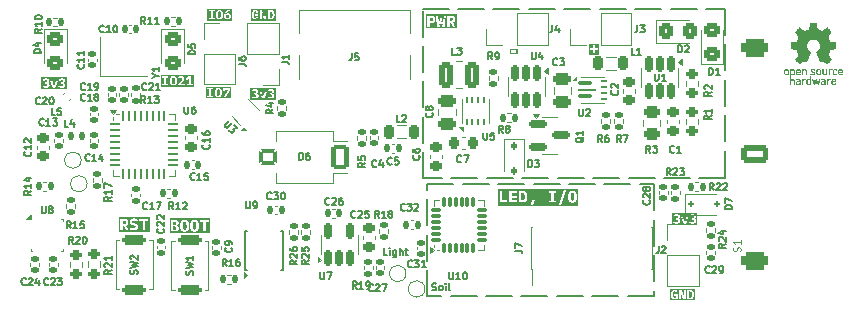
<source format=gto>
G04 #@! TF.GenerationSoftware,KiCad,Pcbnew,9.0.0*
G04 #@! TF.CreationDate,2025-03-11T16:46:41+02:00*
G04 #@! TF.ProjectId,Plant-health-meter,506c616e-742d-4686-9561-6c74682d6d65,rev?*
G04 #@! TF.SameCoordinates,Original*
G04 #@! TF.FileFunction,Legend,Top*
G04 #@! TF.FilePolarity,Positive*
%FSLAX46Y46*%
G04 Gerber Fmt 4.6, Leading zero omitted, Abs format (unit mm)*
G04 Created by KiCad (PCBNEW 9.0.0) date 2025-03-11 16:46:41*
%MOMM*%
%LPD*%
G01*
G04 APERTURE LIST*
G04 Aperture macros list*
%AMRoundRect*
0 Rectangle with rounded corners*
0 $1 Rounding radius*
0 $2 $3 $4 $5 $6 $7 $8 $9 X,Y pos of 4 corners*
0 Add a 4 corners polygon primitive as box body*
4,1,4,$2,$3,$4,$5,$6,$7,$8,$9,$2,$3,0*
0 Add four circle primitives for the rounded corners*
1,1,$1+$1,$2,$3*
1,1,$1+$1,$4,$5*
1,1,$1+$1,$6,$7*
1,1,$1+$1,$8,$9*
0 Add four rect primitives between the rounded corners*
20,1,$1+$1,$2,$3,$4,$5,0*
20,1,$1+$1,$4,$5,$6,$7,0*
20,1,$1+$1,$6,$7,$8,$9,0*
20,1,$1+$1,$8,$9,$2,$3,0*%
G04 Aperture macros list end*
%ADD10C,0.200000*%
%ADD11C,0.150000*%
%ADD12C,0.100000*%
%ADD13C,0.120000*%
%ADD14C,0.000000*%
%ADD15RoundRect,0.218750X-0.218750X-0.381250X0.218750X-0.381250X0.218750X0.381250X-0.218750X0.381250X0*%
%ADD16RoundRect,0.135000X0.185000X-0.135000X0.185000X0.135000X-0.185000X0.135000X-0.185000X-0.135000X0*%
%ADD17RoundRect,0.140000X-0.170000X0.140000X-0.170000X-0.140000X0.170000X-0.140000X0.170000X0.140000X0*%
%ADD18C,1.000000*%
%ADD19RoundRect,0.135000X-0.185000X0.135000X-0.185000X-0.135000X0.185000X-0.135000X0.185000X0.135000X0*%
%ADD20RoundRect,0.140000X0.170000X-0.140000X0.170000X0.140000X-0.170000X0.140000X-0.170000X-0.140000X0*%
%ADD21RoundRect,0.218750X0.218750X0.381250X-0.218750X0.381250X-0.218750X-0.381250X0.218750X-0.381250X0*%
%ADD22RoundRect,0.187500X-0.562500X-0.862500X0.562500X-0.862500X0.562500X0.862500X-0.562500X0.862500X0*%
%ADD23RoundRect,0.162500X-0.587500X-0.487500X0.587500X-0.487500X0.587500X0.487500X-0.587500X0.487500X0*%
%ADD24RoundRect,0.175000X-0.525000X-0.825000X0.525000X-0.825000X0.525000X0.825000X-0.525000X0.825000X0*%
%ADD25RoundRect,0.150000X-0.550000X-0.450000X0.550000X-0.450000X0.550000X0.450000X-0.550000X0.450000X0*%
%ADD26RoundRect,0.062500X-0.337500X-0.062500X0.337500X-0.062500X0.337500X0.062500X-0.337500X0.062500X0*%
%ADD27RoundRect,0.062500X-0.062500X-0.337500X0.062500X-0.337500X0.062500X0.337500X-0.062500X0.337500X0*%
%ADD28R,3.700000X3.700000*%
%ADD29R,0.250000X1.100000*%
%ADD30RoundRect,0.200000X0.275000X-0.200000X0.275000X0.200000X-0.275000X0.200000X-0.275000X-0.200000X0*%
%ADD31R,1.700000X1.700000*%
%ADD32O,1.700000X1.700000*%
%ADD33RoundRect,0.150000X-0.150000X0.512500X-0.150000X-0.512500X0.150000X-0.512500X0.150000X0.512500X0*%
%ADD34RoundRect,0.225000X0.250000X-0.225000X0.250000X0.225000X-0.250000X0.225000X-0.250000X-0.225000X0*%
%ADD35RoundRect,0.250000X-0.450000X0.325000X-0.450000X-0.325000X0.450000X-0.325000X0.450000X0.325000X0*%
%ADD36RoundRect,0.087500X-0.487500X-0.087500X0.487500X-0.087500X0.487500X0.087500X-0.487500X0.087500X0*%
%ADD37RoundRect,0.050000X-0.675000X-0.050000X0.675000X-0.050000X0.675000X0.050000X-0.675000X0.050000X0*%
%ADD38RoundRect,0.062500X-0.162500X-0.062500X0.162500X-0.062500X0.162500X0.062500X-0.162500X0.062500X0*%
%ADD39R,0.600000X1.450000*%
%ADD40R,0.300000X1.450000*%
%ADD41O,1.000000X2.100000*%
%ADD42O,1.000000X1.600000*%
%ADD43C,0.650000*%
%ADD44RoundRect,0.250000X-0.475000X0.250000X-0.475000X-0.250000X0.475000X-0.250000X0.475000X0.250000X0*%
%ADD45RoundRect,0.225000X0.225000X0.250000X-0.225000X0.250000X-0.225000X-0.250000X0.225000X-0.250000X0*%
%ADD46RoundRect,0.135000X-0.135000X-0.185000X0.135000X-0.185000X0.135000X0.185000X-0.135000X0.185000X0*%
%ADD47RoundRect,0.250000X0.893000X0.512000X-0.893000X0.512000X-0.893000X-0.512000X0.893000X-0.512000X0*%
%ADD48RoundRect,0.381000X0.762000X0.381000X-0.762000X0.381000X-0.762000X-0.381000X0.762000X-0.381000X0*%
%ADD49RoundRect,0.140000X-0.140000X-0.170000X0.140000X-0.170000X0.140000X0.170000X-0.140000X0.170000X0*%
%ADD50RoundRect,0.150000X-0.587500X-0.150000X0.587500X-0.150000X0.587500X0.150000X-0.587500X0.150000X0*%
%ADD51RoundRect,0.200000X-0.800000X0.200000X-0.800000X-0.200000X0.800000X-0.200000X0.800000X0.200000X0*%
%ADD52RoundRect,0.093750X0.176777X-0.044194X-0.044194X0.176777X-0.176777X0.044194X0.044194X-0.176777X0*%
%ADD53RoundRect,0.075000X0.229810X-0.123744X-0.123744X0.229810X-0.229810X0.123744X0.123744X-0.229810X0*%
%ADD54RoundRect,0.225000X-0.250000X0.225000X-0.250000X-0.225000X0.250000X-0.225000X0.250000X0.225000X0*%
%ADD55RoundRect,0.112500X-0.112500X0.187500X-0.112500X-0.187500X0.112500X-0.187500X0.112500X0.187500X0*%
%ADD56RoundRect,0.140000X0.140000X0.170000X-0.140000X0.170000X-0.140000X-0.170000X0.140000X-0.170000X0*%
%ADD57RoundRect,0.125000X-0.125000X-0.125000X0.125000X-0.125000X0.125000X0.125000X-0.125000X0.125000X0*%
%ADD58RoundRect,0.062500X0.062500X-0.187500X0.062500X0.187500X-0.062500X0.187500X-0.062500X-0.187500X0*%
%ADD59R,1.600000X0.900000*%
%ADD60R,0.350000X0.500000*%
%ADD61RoundRect,0.075000X0.075000X-0.362500X0.075000X0.362500X-0.075000X0.362500X-0.075000X-0.362500X0*%
%ADD62RoundRect,0.075000X0.362500X-0.075000X0.362500X0.075000X-0.362500X0.075000X-0.362500X-0.075000X0*%
%ADD63R,2.450000X2.450000*%
%ADD64RoundRect,0.135000X0.135000X0.185000X-0.135000X0.185000X-0.135000X-0.185000X0.135000X-0.185000X0*%
%ADD65RoundRect,0.150000X0.150000X-0.512500X0.150000X0.512500X-0.150000X0.512500X-0.150000X-0.512500X0*%
%ADD66RoundRect,0.250000X0.375000X0.850000X-0.375000X0.850000X-0.375000X-0.850000X0.375000X-0.850000X0*%
%ADD67R,0.740000X2.400000*%
%ADD68RoundRect,0.250000X-0.325000X-0.450000X0.325000X-0.450000X0.325000X0.450000X-0.325000X0.450000X0*%
%ADD69RoundRect,0.140000X0.021213X-0.219203X0.219203X-0.021213X-0.021213X0.219203X-0.219203X0.021213X0*%
%ADD70RoundRect,0.200000X-0.275000X0.200000X-0.275000X-0.200000X0.275000X-0.200000X0.275000X0.200000X0*%
%ADD71RoundRect,0.250000X0.475000X-0.250000X0.475000X0.250000X-0.475000X0.250000X-0.475000X-0.250000X0*%
%ADD72RoundRect,0.250000X-0.450000X0.262500X-0.450000X-0.262500X0.450000X-0.262500X0.450000X0.262500X0*%
%ADD73R,1.400000X1.200000*%
%ADD74RoundRect,0.147500X-0.226274X-0.017678X-0.017678X-0.226274X0.226274X0.017678X0.017678X0.226274X0*%
%ADD75RoundRect,0.147500X0.147500X0.172500X-0.147500X0.172500X-0.147500X-0.172500X0.147500X-0.172500X0*%
%ADD76RoundRect,0.250000X0.450000X-0.325000X0.450000X0.325000X-0.450000X0.325000X-0.450000X-0.325000X0*%
G04 APERTURE END LIST*
D10*
G36*
X127379760Y-98424978D02*
G01*
X127412530Y-98434970D01*
X127433731Y-98449338D01*
X127448643Y-98470115D01*
X127458629Y-98500098D01*
X127462430Y-98542517D01*
X127462430Y-98584893D01*
X127458630Y-98627312D01*
X127448645Y-98657319D01*
X127433731Y-98678133D01*
X127412535Y-98692468D01*
X127379766Y-98702440D01*
X127330905Y-98706343D01*
X127217576Y-98706343D01*
X127217576Y-98421067D01*
X127330905Y-98421067D01*
X127379760Y-98424978D01*
G37*
G36*
X129061005Y-98424979D02*
G01*
X129093751Y-98434972D01*
X129114916Y-98449338D01*
X129129827Y-98470115D01*
X129139813Y-98500098D01*
X129143614Y-98542517D01*
X129143614Y-98584893D01*
X129139815Y-98627312D01*
X129129830Y-98657319D01*
X129114916Y-98678133D01*
X129093756Y-98692465D01*
X129061012Y-98702438D01*
X129012151Y-98706343D01*
X128891800Y-98706343D01*
X128891800Y-98421067D01*
X129012151Y-98421067D01*
X129061005Y-98424979D01*
G37*
G36*
X129492557Y-99341111D02*
G01*
X126895195Y-99341111D01*
X126895195Y-98706343D01*
X127006306Y-98706343D01*
X127006306Y-99230000D01*
X127217576Y-99230000D01*
X127217576Y-98874382D01*
X127384089Y-98874382D01*
X127452940Y-98868725D01*
X127511339Y-98852705D01*
X127563360Y-98826026D01*
X127605800Y-98790423D01*
X127639267Y-98746115D01*
X127663869Y-98692482D01*
X127678367Y-98632903D01*
X127683469Y-98563705D01*
X127678366Y-98494515D01*
X127663869Y-98434989D01*
X127639263Y-98381304D01*
X127605800Y-98336987D01*
X127563360Y-98301384D01*
X127511339Y-98274705D01*
X127452940Y-98258685D01*
X127384089Y-98253028D01*
X127754605Y-98253028D01*
X127814750Y-99230000D01*
X128080608Y-99230000D01*
X128151927Y-98689307D01*
X128165910Y-98689307D01*
X128237290Y-99230000D01*
X128503087Y-99230000D01*
X128535325Y-98706343D01*
X128684743Y-98706343D01*
X128684743Y-99230000D01*
X128891800Y-99230000D01*
X128891800Y-98870474D01*
X128988337Y-98870474D01*
X129152041Y-99230000D01*
X129381446Y-99230000D01*
X129189837Y-98842203D01*
X129240782Y-98820572D01*
X129282777Y-98788126D01*
X129317088Y-98743773D01*
X129341440Y-98692324D01*
X129356595Y-98633312D01*
X129361906Y-98565170D01*
X129356803Y-98495673D01*
X129342306Y-98435844D01*
X129317695Y-98381919D01*
X129284237Y-98337414D01*
X129241788Y-98301638D01*
X129189776Y-98274827D01*
X129131370Y-98258716D01*
X129062526Y-98253028D01*
X128684743Y-98253028D01*
X128684743Y-98706343D01*
X128535325Y-98706343D01*
X128563232Y-98253028D01*
X128389759Y-98253028D01*
X128361793Y-98843790D01*
X128353367Y-99022943D01*
X128340788Y-99022943D01*
X128256830Y-98464054D01*
X128067969Y-98464054D01*
X127984071Y-99022943D01*
X127971432Y-99022943D01*
X127963066Y-98838173D01*
X127935101Y-98253028D01*
X127754605Y-98253028D01*
X127384089Y-98253028D01*
X127006306Y-98253028D01*
X127006306Y-98706343D01*
X126895195Y-98706343D01*
X126895195Y-98141917D01*
X129492557Y-98141917D01*
X129492557Y-99341111D01*
G37*
G36*
X141563806Y-101554587D02*
G01*
X140675656Y-101554587D01*
X140675656Y-101021974D01*
X140786767Y-101021974D01*
X140786767Y-101186106D01*
X141030155Y-101186106D01*
X141030155Y-101443476D01*
X141209246Y-101443476D01*
X141209246Y-101186106D01*
X141452695Y-101186106D01*
X141452695Y-101021974D01*
X141209246Y-101021974D01*
X141209246Y-100764542D01*
X141030155Y-100764542D01*
X141030155Y-101021974D01*
X140786767Y-101021974D01*
X140675656Y-101021974D01*
X140675656Y-100653431D01*
X141563806Y-100653431D01*
X141563806Y-101554587D01*
G37*
G36*
X105541917Y-103508066D02*
G01*
X105568951Y-103518334D01*
X105590038Y-103534641D01*
X105606175Y-103557593D01*
X105620465Y-103594180D01*
X105630057Y-103642325D01*
X105633628Y-103704872D01*
X105633628Y-103840427D01*
X105630044Y-103903753D01*
X105620438Y-103952249D01*
X105606175Y-103988877D01*
X105590041Y-104011806D01*
X105568956Y-104028098D01*
X105541921Y-104038359D01*
X105507159Y-104042073D01*
X105472371Y-104038358D01*
X105445321Y-104028095D01*
X105424229Y-104011803D01*
X105408094Y-103988877D01*
X105393830Y-103952263D01*
X105384255Y-103904099D01*
X105380690Y-103841550D01*
X105380690Y-103704872D01*
X105384256Y-103642322D01*
X105393832Y-103594177D01*
X105408094Y-103557593D01*
X105424232Y-103534643D01*
X105445326Y-103518337D01*
X105472375Y-103508067D01*
X105507159Y-103504348D01*
X105541917Y-103508066D01*
G37*
G36*
X107263272Y-104276505D02*
G01*
X104483921Y-104276505D01*
X104483921Y-103507475D01*
X104583921Y-103507475D01*
X104751814Y-103507475D01*
X104751814Y-104038947D01*
X104583921Y-104038947D01*
X104583921Y-104164000D01*
X105087599Y-104164000D01*
X105087599Y-104038947D01*
X104919706Y-104038947D01*
X104919706Y-103773211D01*
X105201612Y-103773211D01*
X105207057Y-103870374D01*
X105222152Y-103950540D01*
X105245428Y-104016441D01*
X105276008Y-104070406D01*
X105308302Y-104107875D01*
X105346509Y-104136978D01*
X105391455Y-104158301D01*
X105444442Y-104171741D01*
X105507159Y-104176505D01*
X105569854Y-104171741D01*
X105622827Y-104158303D01*
X105667764Y-104136981D01*
X105705967Y-104107878D01*
X105738262Y-104070406D01*
X105768863Y-104016438D01*
X105792154Y-103950536D01*
X105807258Y-103870370D01*
X105812707Y-103773211D01*
X105807257Y-103676049D01*
X105792153Y-103595893D01*
X105783207Y-103570587D01*
X105885296Y-103570587D01*
X106031891Y-103626519D01*
X106048791Y-103584632D01*
X106074389Y-103549338D01*
X106096527Y-103531789D01*
X106124666Y-103520811D01*
X106160607Y-103516854D01*
X106192541Y-103519909D01*
X106218218Y-103528418D01*
X106238960Y-103541913D01*
X106254665Y-103560465D01*
X106264506Y-103584556D01*
X106268073Y-103615919D01*
X106268073Y-103627056D01*
X106265038Y-103655912D01*
X106255867Y-103683937D01*
X106240083Y-103711662D01*
X106206330Y-103752030D01*
X106148297Y-103806281D01*
X105902051Y-104010859D01*
X105902051Y-104164000D01*
X106463907Y-104164000D01*
X106463907Y-104023316D01*
X106087871Y-104023316D01*
X106236713Y-103908473D01*
X106318974Y-103841306D01*
X106355559Y-103806658D01*
X106386140Y-103771892D01*
X106411703Y-103734598D01*
X106430886Y-103695200D01*
X106442935Y-103652844D01*
X106445055Y-103628521D01*
X106553300Y-103628521D01*
X106660718Y-103712932D01*
X106819672Y-103504348D01*
X106829734Y-103504348D01*
X106829734Y-104029568D01*
X106619344Y-104029568D01*
X106619344Y-104164000D01*
X107163272Y-104164000D01*
X107163272Y-104029568D01*
X106997627Y-104029568D01*
X106997627Y-103382422D01*
X106740195Y-103382422D01*
X106553300Y-103628521D01*
X106445055Y-103628521D01*
X106447103Y-103605025D01*
X106442538Y-103556047D01*
X106429176Y-103511578D01*
X106407101Y-103471394D01*
X106376615Y-103437084D01*
X106338714Y-103409502D01*
X106291570Y-103387845D01*
X106239117Y-103374601D01*
X106177411Y-103369917D01*
X106116895Y-103374241D01*
X106066573Y-103386330D01*
X106020803Y-103405696D01*
X105982065Y-103429854D01*
X105948789Y-103459513D01*
X105922226Y-103493651D01*
X105901191Y-103531315D01*
X105885296Y-103570587D01*
X105783207Y-103570587D01*
X105768862Y-103530009D01*
X105738262Y-103476065D01*
X105705964Y-103438573D01*
X105667759Y-103409457D01*
X105622822Y-103388125D01*
X105569851Y-103374682D01*
X105507159Y-103369917D01*
X105444445Y-103374683D01*
X105391459Y-103388127D01*
X105346514Y-103409459D01*
X105308305Y-103438576D01*
X105276008Y-103476065D01*
X105245430Y-103530005D01*
X105222154Y-103595889D01*
X105207058Y-103676046D01*
X105205442Y-103704872D01*
X105201612Y-103773211D01*
X104919706Y-103773211D01*
X104919706Y-103507475D01*
X105087599Y-103507475D01*
X105087599Y-103382422D01*
X104583921Y-103382422D01*
X104583921Y-103507475D01*
X104483921Y-103507475D01*
X104483921Y-103269917D01*
X107263272Y-103269917D01*
X107263272Y-104276505D01*
G37*
G36*
X96463907Y-104476505D02*
G01*
X94326866Y-104476505D01*
X94326866Y-104228640D01*
X94426866Y-104228640D01*
X94471025Y-104284523D01*
X94498284Y-104309600D01*
X94530914Y-104331906D01*
X94567524Y-104349898D01*
X94610976Y-104364390D01*
X94658207Y-104373288D01*
X94715610Y-104376505D01*
X94783123Y-104372291D01*
X94841542Y-104360336D01*
X94894852Y-104340207D01*
X94937773Y-104314076D01*
X94973217Y-104280678D01*
X94999323Y-104241585D01*
X95015571Y-104197232D01*
X95021158Y-104146770D01*
X95015475Y-104095194D01*
X94999478Y-104053353D01*
X94973579Y-104019080D01*
X94939574Y-103991600D01*
X94900190Y-103971737D01*
X94854389Y-103959387D01*
X94854389Y-103952695D01*
X94884885Y-103944947D01*
X94913154Y-103933106D01*
X94938910Y-103917016D01*
X94961270Y-103896763D01*
X94979749Y-103872610D01*
X94994291Y-103844153D01*
X95003429Y-103812753D01*
X95005834Y-103785632D01*
X95101612Y-103785632D01*
X95308632Y-104364000D01*
X95505638Y-104364000D01*
X95554100Y-104228640D01*
X95769616Y-104228640D01*
X95813775Y-104284523D01*
X95841034Y-104309600D01*
X95873663Y-104331906D01*
X95910273Y-104349898D01*
X95953726Y-104364390D01*
X96000957Y-104373288D01*
X96058360Y-104376505D01*
X96125872Y-104372291D01*
X96184291Y-104360336D01*
X96237601Y-104340207D01*
X96280523Y-104314076D01*
X96315966Y-104280678D01*
X96342072Y-104241585D01*
X96358321Y-104197232D01*
X96363907Y-104146770D01*
X96358225Y-104095194D01*
X96342227Y-104053353D01*
X96316329Y-104019080D01*
X96282324Y-103991600D01*
X96242939Y-103971737D01*
X96197138Y-103959387D01*
X96197138Y-103952695D01*
X96227634Y-103944947D01*
X96255903Y-103933106D01*
X96281660Y-103917016D01*
X96304019Y-103896763D01*
X96322498Y-103872610D01*
X96337041Y-103844153D01*
X96346179Y-103812753D01*
X96349351Y-103776986D01*
X96344197Y-103731730D01*
X96329176Y-103691892D01*
X96305179Y-103656728D01*
X96272658Y-103626435D01*
X96233415Y-103602668D01*
X96184829Y-103584474D01*
X96131553Y-103573721D01*
X96069546Y-103569917D01*
X96019485Y-103572389D01*
X95977222Y-103579296D01*
X95937869Y-103590786D01*
X95903900Y-103605723D01*
X95872774Y-103624526D01*
X95844598Y-103646512D01*
X95818897Y-103671393D01*
X95795359Y-103698829D01*
X95901702Y-103797210D01*
X95934423Y-103757226D01*
X95972728Y-103728431D01*
X96016300Y-103710360D01*
X96062854Y-103704348D01*
X96097047Y-103707530D01*
X96123521Y-103716238D01*
X96143991Y-103729799D01*
X96159666Y-103748397D01*
X96169175Y-103770793D01*
X96172519Y-103798138D01*
X96172519Y-103806051D01*
X96169255Y-103828794D01*
X96159591Y-103848868D01*
X96142868Y-103867063D01*
X96121558Y-103879892D01*
X96091054Y-103888603D01*
X96048297Y-103891927D01*
X95974438Y-103891927D01*
X95974438Y-104032611D01*
X96047173Y-104032611D01*
X96090729Y-104035697D01*
X96124371Y-104044047D01*
X96150146Y-104056693D01*
X96170557Y-104075287D01*
X96182761Y-104098827D01*
X96187076Y-104128940D01*
X96187076Y-104136805D01*
X96183239Y-104168146D01*
X96172391Y-104193434D01*
X96154591Y-104214083D01*
X96131382Y-104228939D01*
X96101103Y-104238546D01*
X96061730Y-104242073D01*
X96019455Y-104238294D01*
X95985506Y-104227805D01*
X95958171Y-104211299D01*
X95923193Y-104176666D01*
X95893838Y-104132360D01*
X95769616Y-104228640D01*
X95554100Y-104228640D01*
X95712707Y-103785632D01*
X95544815Y-103785632D01*
X95469832Y-104033441D01*
X95414975Y-104226344D01*
X95406036Y-104226344D01*
X95351179Y-104033441D01*
X95276196Y-103785632D01*
X95101612Y-103785632D01*
X95005834Y-103785632D01*
X95006601Y-103776986D01*
X95001447Y-103731730D01*
X94986427Y-103691892D01*
X94962430Y-103656728D01*
X94929909Y-103626435D01*
X94890665Y-103602668D01*
X94842079Y-103584474D01*
X94788803Y-103573721D01*
X94726796Y-103569917D01*
X94676735Y-103572389D01*
X94634473Y-103579296D01*
X94595119Y-103590786D01*
X94561151Y-103605723D01*
X94530025Y-103624526D01*
X94501849Y-103646512D01*
X94476147Y-103671393D01*
X94452609Y-103698829D01*
X94558953Y-103797210D01*
X94591673Y-103757226D01*
X94629979Y-103728431D01*
X94673550Y-103710360D01*
X94720104Y-103704348D01*
X94754298Y-103707530D01*
X94780772Y-103716238D01*
X94801242Y-103729799D01*
X94816917Y-103748397D01*
X94826425Y-103770793D01*
X94829769Y-103798138D01*
X94829769Y-103806051D01*
X94826506Y-103828794D01*
X94816842Y-103848868D01*
X94800118Y-103867063D01*
X94778809Y-103879892D01*
X94748305Y-103888603D01*
X94705547Y-103891927D01*
X94631688Y-103891927D01*
X94631688Y-104032611D01*
X94704424Y-104032611D01*
X94747980Y-104035697D01*
X94781621Y-104044047D01*
X94807397Y-104056693D01*
X94827808Y-104075287D01*
X94840011Y-104098827D01*
X94844326Y-104128940D01*
X94844326Y-104136805D01*
X94840489Y-104168146D01*
X94829641Y-104193434D01*
X94811842Y-104214083D01*
X94788633Y-104228939D01*
X94758354Y-104238546D01*
X94718981Y-104242073D01*
X94676705Y-104238294D01*
X94642757Y-104227805D01*
X94615422Y-104211299D01*
X94580443Y-104176666D01*
X94551088Y-104132360D01*
X94426866Y-104228640D01*
X94326866Y-104228640D01*
X94326866Y-103469917D01*
X96463907Y-103469917D01*
X96463907Y-104476505D01*
G37*
G36*
X109341917Y-104508066D02*
G01*
X109368951Y-104518334D01*
X109390038Y-104534641D01*
X109406175Y-104557593D01*
X109420465Y-104594180D01*
X109430057Y-104642325D01*
X109433628Y-104704872D01*
X109433628Y-104840427D01*
X109430044Y-104903753D01*
X109420438Y-104952249D01*
X109406175Y-104988877D01*
X109390041Y-105011806D01*
X109368956Y-105028098D01*
X109341921Y-105038359D01*
X109307159Y-105042073D01*
X109272371Y-105038358D01*
X109245321Y-105028095D01*
X109224229Y-105011803D01*
X109208094Y-104988877D01*
X109193830Y-104952263D01*
X109184255Y-104904099D01*
X109180690Y-104841550D01*
X109180690Y-104704872D01*
X109184256Y-104642322D01*
X109193832Y-104594177D01*
X109208094Y-104557593D01*
X109224232Y-104534643D01*
X109245326Y-104518337D01*
X109272375Y-104508067D01*
X109307159Y-104504348D01*
X109341917Y-104508066D01*
G37*
G36*
X110361660Y-105276505D02*
G01*
X108283921Y-105276505D01*
X108283921Y-104507475D01*
X108383921Y-104507475D01*
X108551814Y-104507475D01*
X108551814Y-105038947D01*
X108383921Y-105038947D01*
X108383921Y-105164000D01*
X108887599Y-105164000D01*
X108887599Y-105038947D01*
X108719706Y-105038947D01*
X108719706Y-104773211D01*
X109001612Y-104773211D01*
X109007057Y-104870374D01*
X109022152Y-104950540D01*
X109045428Y-105016441D01*
X109076008Y-105070406D01*
X109108302Y-105107875D01*
X109146509Y-105136978D01*
X109191455Y-105158301D01*
X109244442Y-105171741D01*
X109307159Y-105176505D01*
X109369854Y-105171741D01*
X109422827Y-105158303D01*
X109467764Y-105136981D01*
X109505967Y-105107878D01*
X109538262Y-105070406D01*
X109568863Y-105016438D01*
X109592154Y-104950536D01*
X109607258Y-104870370D01*
X109612707Y-104773211D01*
X109607257Y-104676049D01*
X109604358Y-104660664D01*
X109699853Y-104660664D01*
X109841953Y-104660664D01*
X109841953Y-104516854D01*
X110094891Y-104516854D01*
X109826322Y-105164000D01*
X110003154Y-105164000D01*
X110261660Y-104527991D01*
X110261660Y-104382422D01*
X109699853Y-104382422D01*
X109699853Y-104660664D01*
X109604358Y-104660664D01*
X109592153Y-104595893D01*
X109568862Y-104530009D01*
X109538262Y-104476065D01*
X109505964Y-104438573D01*
X109467759Y-104409457D01*
X109422822Y-104388125D01*
X109369851Y-104374682D01*
X109307159Y-104369917D01*
X109244445Y-104374683D01*
X109191459Y-104388127D01*
X109146514Y-104409459D01*
X109108305Y-104438576D01*
X109076008Y-104476065D01*
X109045430Y-104530005D01*
X109022154Y-104595889D01*
X109007058Y-104676046D01*
X109005442Y-104704872D01*
X109001612Y-104773211D01*
X108719706Y-104773211D01*
X108719706Y-104507475D01*
X108887599Y-104507475D01*
X108887599Y-104382422D01*
X108383921Y-104382422D01*
X108383921Y-104507475D01*
X108283921Y-104507475D01*
X108283921Y-104269917D01*
X110361660Y-104269917D01*
X110361660Y-105276505D01*
G37*
G36*
X109441917Y-97908066D02*
G01*
X109468951Y-97918334D01*
X109490038Y-97934641D01*
X109506175Y-97957593D01*
X109520465Y-97994180D01*
X109530057Y-98042325D01*
X109533628Y-98104872D01*
X109533628Y-98240427D01*
X109530044Y-98303753D01*
X109520438Y-98352249D01*
X109506175Y-98388877D01*
X109490041Y-98411806D01*
X109468956Y-98428098D01*
X109441921Y-98438359D01*
X109407159Y-98442073D01*
X109372371Y-98438358D01*
X109345321Y-98428095D01*
X109324229Y-98411803D01*
X109308094Y-98388877D01*
X109293830Y-98352263D01*
X109284255Y-98304099D01*
X109280690Y-98241550D01*
X109280690Y-98104872D01*
X109284256Y-98042322D01*
X109293832Y-97994177D01*
X109308094Y-97957593D01*
X109324232Y-97934643D01*
X109345326Y-97918337D01*
X109372375Y-97908067D01*
X109407159Y-97904348D01*
X109441917Y-97908066D01*
G37*
G36*
X110120266Y-98192650D02*
G01*
X110150030Y-98203105D01*
X110173105Y-98219519D01*
X110190238Y-98241890D01*
X110201069Y-98270760D01*
X110205003Y-98308082D01*
X110205003Y-98323713D01*
X110201153Y-98361102D01*
X110190509Y-98390407D01*
X110173642Y-98413448D01*
X110150816Y-98430412D01*
X110120933Y-98441240D01*
X110081856Y-98445200D01*
X110042821Y-98441228D01*
X110013155Y-98430393D01*
X109990655Y-98413448D01*
X109974128Y-98390453D01*
X109963669Y-98361149D01*
X109959881Y-98323713D01*
X109959881Y-98308082D01*
X109963870Y-98270804D01*
X109974870Y-98241933D01*
X109992316Y-98219519D01*
X110015706Y-98202984D01*
X110044997Y-98192585D01*
X110081856Y-98188842D01*
X110120266Y-98192650D01*
G37*
G36*
X110479588Y-98676505D02*
G01*
X108383921Y-98676505D01*
X108383921Y-97907475D01*
X108483921Y-97907475D01*
X108651814Y-97907475D01*
X108651814Y-98438947D01*
X108483921Y-98438947D01*
X108483921Y-98564000D01*
X108987599Y-98564000D01*
X108987599Y-98438947D01*
X108819706Y-98438947D01*
X108819706Y-98173211D01*
X109101612Y-98173211D01*
X109107057Y-98270374D01*
X109122152Y-98350540D01*
X109145428Y-98416441D01*
X109176008Y-98470406D01*
X109208302Y-98507875D01*
X109246509Y-98536978D01*
X109291455Y-98558301D01*
X109344442Y-98571741D01*
X109407159Y-98576505D01*
X109469854Y-98571741D01*
X109522827Y-98558303D01*
X109567764Y-98536981D01*
X109605967Y-98507878D01*
X109638262Y-98470406D01*
X109668863Y-98416438D01*
X109692154Y-98350536D01*
X109707258Y-98270370D01*
X109707463Y-98266707D01*
X109785296Y-98266707D01*
X109788461Y-98308082D01*
X109790520Y-98335009D01*
X109805422Y-98394202D01*
X109830316Y-98447684D01*
X109863600Y-98492094D01*
X109890667Y-98516980D01*
X109921681Y-98537824D01*
X109957096Y-98554718D01*
X110014934Y-98570825D01*
X110082979Y-98576505D01*
X110148111Y-98571272D01*
X110204954Y-98556281D01*
X110256294Y-98531657D01*
X110298401Y-98499568D01*
X110332584Y-98459695D01*
X110358290Y-98412520D01*
X110374156Y-98360266D01*
X110379588Y-98302415D01*
X110374937Y-98248117D01*
X110361660Y-98201348D01*
X110340303Y-98159241D01*
X110313007Y-98124411D01*
X110279441Y-98096132D01*
X110239685Y-98074976D01*
X110195848Y-98061970D01*
X110147899Y-98057538D01*
X110111258Y-98060241D01*
X110081318Y-98067747D01*
X110054233Y-98079666D01*
X110031493Y-98094321D01*
X110011844Y-98112081D01*
X109995687Y-98132227D01*
X109971067Y-98176337D01*
X109961004Y-98172967D01*
X109977171Y-98117789D01*
X110000718Y-98066965D01*
X110031564Y-98019266D01*
X110071256Y-97971564D01*
X110116948Y-97926205D01*
X110171981Y-97878947D01*
X110231894Y-97832775D01*
X110302358Y-97782422D01*
X110070669Y-97782422D01*
X110021196Y-97819057D01*
X109969357Y-97865221D01*
X109921242Y-97917309D01*
X109877620Y-97976498D01*
X109840735Y-98040981D01*
X109811039Y-98111808D01*
X109796820Y-98161199D01*
X109788210Y-98212710D01*
X109785296Y-98266707D01*
X109707463Y-98266707D01*
X109712707Y-98173211D01*
X109707257Y-98076049D01*
X109692153Y-97995893D01*
X109668862Y-97930009D01*
X109638262Y-97876065D01*
X109605964Y-97838573D01*
X109567759Y-97809457D01*
X109522822Y-97788125D01*
X109469851Y-97774682D01*
X109407159Y-97769917D01*
X109344445Y-97774683D01*
X109291459Y-97788127D01*
X109246514Y-97809459D01*
X109208305Y-97838576D01*
X109176008Y-97876065D01*
X109145430Y-97930005D01*
X109122154Y-97995889D01*
X109107058Y-98076046D01*
X109105442Y-98104872D01*
X109101612Y-98173211D01*
X108819706Y-98173211D01*
X108819706Y-97907475D01*
X108987599Y-97907475D01*
X108987599Y-97782422D01*
X108483921Y-97782422D01*
X108483921Y-97907475D01*
X108383921Y-97907475D01*
X108383921Y-97669917D01*
X110479588Y-97669917D01*
X110479588Y-98676505D01*
G37*
G36*
X114163907Y-105376505D02*
G01*
X112026866Y-105376505D01*
X112026866Y-105128640D01*
X112126866Y-105128640D01*
X112171025Y-105184523D01*
X112198284Y-105209600D01*
X112230914Y-105231906D01*
X112267524Y-105249898D01*
X112310976Y-105264390D01*
X112358207Y-105273288D01*
X112415610Y-105276505D01*
X112483123Y-105272291D01*
X112541542Y-105260336D01*
X112594852Y-105240207D01*
X112637773Y-105214076D01*
X112673217Y-105180678D01*
X112699323Y-105141585D01*
X112715571Y-105097232D01*
X112721158Y-105046770D01*
X112715475Y-104995194D01*
X112699478Y-104953353D01*
X112673579Y-104919080D01*
X112639574Y-104891600D01*
X112600190Y-104871737D01*
X112554389Y-104859387D01*
X112554389Y-104852695D01*
X112584885Y-104844947D01*
X112613154Y-104833106D01*
X112638910Y-104817016D01*
X112661270Y-104796763D01*
X112679749Y-104772610D01*
X112694291Y-104744153D01*
X112703429Y-104712753D01*
X112705834Y-104685632D01*
X112801612Y-104685632D01*
X113008632Y-105264000D01*
X113205638Y-105264000D01*
X113254100Y-105128640D01*
X113469616Y-105128640D01*
X113513775Y-105184523D01*
X113541034Y-105209600D01*
X113573663Y-105231906D01*
X113610273Y-105249898D01*
X113653726Y-105264390D01*
X113700957Y-105273288D01*
X113758360Y-105276505D01*
X113825872Y-105272291D01*
X113884291Y-105260336D01*
X113937601Y-105240207D01*
X113980523Y-105214076D01*
X114015966Y-105180678D01*
X114042072Y-105141585D01*
X114058321Y-105097232D01*
X114063907Y-105046770D01*
X114058225Y-104995194D01*
X114042227Y-104953353D01*
X114016329Y-104919080D01*
X113982324Y-104891600D01*
X113942939Y-104871737D01*
X113897138Y-104859387D01*
X113897138Y-104852695D01*
X113927634Y-104844947D01*
X113955903Y-104833106D01*
X113981660Y-104817016D01*
X114004019Y-104796763D01*
X114022498Y-104772610D01*
X114037041Y-104744153D01*
X114046179Y-104712753D01*
X114049351Y-104676986D01*
X114044197Y-104631730D01*
X114029176Y-104591892D01*
X114005179Y-104556728D01*
X113972658Y-104526435D01*
X113933415Y-104502668D01*
X113884829Y-104484474D01*
X113831553Y-104473721D01*
X113769546Y-104469917D01*
X113719485Y-104472389D01*
X113677222Y-104479296D01*
X113637869Y-104490786D01*
X113603900Y-104505723D01*
X113572774Y-104524526D01*
X113544598Y-104546512D01*
X113518897Y-104571393D01*
X113495359Y-104598829D01*
X113601702Y-104697210D01*
X113634423Y-104657226D01*
X113672728Y-104628431D01*
X113716300Y-104610360D01*
X113762854Y-104604348D01*
X113797047Y-104607530D01*
X113823521Y-104616238D01*
X113843991Y-104629799D01*
X113859666Y-104648397D01*
X113869175Y-104670793D01*
X113872519Y-104698138D01*
X113872519Y-104706051D01*
X113869255Y-104728794D01*
X113859591Y-104748868D01*
X113842868Y-104767063D01*
X113821558Y-104779892D01*
X113791054Y-104788603D01*
X113748297Y-104791927D01*
X113674438Y-104791927D01*
X113674438Y-104932611D01*
X113747173Y-104932611D01*
X113790729Y-104935697D01*
X113824371Y-104944047D01*
X113850146Y-104956693D01*
X113870557Y-104975287D01*
X113882761Y-104998827D01*
X113887076Y-105028940D01*
X113887076Y-105036805D01*
X113883239Y-105068146D01*
X113872391Y-105093434D01*
X113854591Y-105114083D01*
X113831382Y-105128939D01*
X113801103Y-105138546D01*
X113761730Y-105142073D01*
X113719455Y-105138294D01*
X113685506Y-105127805D01*
X113658171Y-105111299D01*
X113623193Y-105076666D01*
X113593838Y-105032360D01*
X113469616Y-105128640D01*
X113254100Y-105128640D01*
X113412707Y-104685632D01*
X113244815Y-104685632D01*
X113169832Y-104933441D01*
X113114975Y-105126344D01*
X113106036Y-105126344D01*
X113051179Y-104933441D01*
X112976196Y-104685632D01*
X112801612Y-104685632D01*
X112705834Y-104685632D01*
X112706601Y-104676986D01*
X112701447Y-104631730D01*
X112686427Y-104591892D01*
X112662430Y-104556728D01*
X112629909Y-104526435D01*
X112590665Y-104502668D01*
X112542079Y-104484474D01*
X112488803Y-104473721D01*
X112426796Y-104469917D01*
X112376735Y-104472389D01*
X112334473Y-104479296D01*
X112295119Y-104490786D01*
X112261151Y-104505723D01*
X112230025Y-104524526D01*
X112201849Y-104546512D01*
X112176147Y-104571393D01*
X112152609Y-104598829D01*
X112258953Y-104697210D01*
X112291673Y-104657226D01*
X112329979Y-104628431D01*
X112373550Y-104610360D01*
X112420104Y-104604348D01*
X112454298Y-104607530D01*
X112480772Y-104616238D01*
X112501242Y-104629799D01*
X112516917Y-104648397D01*
X112526425Y-104670793D01*
X112529769Y-104698138D01*
X112529769Y-104706051D01*
X112526506Y-104728794D01*
X112516842Y-104748868D01*
X112500118Y-104767063D01*
X112478809Y-104779892D01*
X112448305Y-104788603D01*
X112405547Y-104791927D01*
X112331688Y-104791927D01*
X112331688Y-104932611D01*
X112404424Y-104932611D01*
X112447980Y-104935697D01*
X112481621Y-104944047D01*
X112507397Y-104956693D01*
X112527808Y-104975287D01*
X112540011Y-104998827D01*
X112544326Y-105028940D01*
X112544326Y-105036805D01*
X112540489Y-105068146D01*
X112529641Y-105093434D01*
X112511842Y-105114083D01*
X112488633Y-105128939D01*
X112458354Y-105138546D01*
X112418981Y-105142073D01*
X112376705Y-105138294D01*
X112342757Y-105127805D01*
X112315422Y-105111299D01*
X112280443Y-105076666D01*
X112251088Y-105032360D01*
X112126866Y-105128640D01*
X112026866Y-105128640D01*
X112026866Y-104369917D01*
X114163907Y-104369917D01*
X114163907Y-105376505D01*
G37*
G36*
X113792007Y-97920222D02*
G01*
X113821703Y-97929572D01*
X113845592Y-97944306D01*
X113864703Y-97964579D01*
X113882874Y-97998221D01*
X113894909Y-98043044D01*
X113899385Y-98102185D01*
X113899385Y-98243113D01*
X113894890Y-98303033D01*
X113882837Y-98348186D01*
X113864703Y-98381843D01*
X113845592Y-98402116D01*
X113821703Y-98416850D01*
X113792007Y-98426200D01*
X113754989Y-98429568D01*
X113680006Y-98429568D01*
X113680006Y-97916854D01*
X113754989Y-97916854D01*
X113792007Y-97920222D01*
G37*
G36*
X114176217Y-98676505D02*
G01*
X112039176Y-98676505D01*
X112039176Y-98179903D01*
X112139176Y-98179903D01*
X112143159Y-98270149D01*
X112154270Y-98346379D01*
X112173858Y-98416382D01*
X112199602Y-98471480D01*
X112221915Y-98503753D01*
X112246692Y-98529576D01*
X112274047Y-98549687D01*
X112304508Y-98564423D01*
X112338033Y-98573411D01*
X112375310Y-98576505D01*
X112410022Y-98573893D01*
X112439692Y-98566491D01*
X112466702Y-98554541D01*
X112489469Y-98539282D01*
X112509138Y-98520717D01*
X112525275Y-98499812D01*
X112549944Y-98453162D01*
X112560006Y-98453162D01*
X112560006Y-98564000D01*
X112709972Y-98564000D01*
X112839665Y-98564000D01*
X112982889Y-98564000D01*
X112982889Y-98044300D01*
X112995198Y-98044300D01*
X113173154Y-98564000D01*
X113374654Y-98564000D01*
X113374654Y-98429568D01*
X113514361Y-98429568D01*
X113514361Y-98564000D01*
X113766224Y-98564000D01*
X113829725Y-98559429D01*
X113883390Y-98546551D01*
X113928875Y-98526187D01*
X113967489Y-98498550D01*
X114000111Y-98463225D01*
X114025649Y-98422942D01*
X114046521Y-98375112D01*
X114062377Y-98318523D01*
X114072577Y-98251755D01*
X114076217Y-98173211D01*
X114072577Y-98094667D01*
X114062377Y-98027899D01*
X114046521Y-97971310D01*
X114025649Y-97923480D01*
X114000111Y-97883197D01*
X113967489Y-97847872D01*
X113928875Y-97820234D01*
X113883390Y-97799871D01*
X113829725Y-97786993D01*
X113766224Y-97782422D01*
X113514361Y-97782422D01*
X113514361Y-98429568D01*
X113374654Y-98429568D01*
X113374654Y-97782422D01*
X113231381Y-97782422D01*
X113231381Y-98302122D01*
X113219071Y-98302122D01*
X113041116Y-97782422D01*
X112839665Y-97782422D01*
X112839665Y-98564000D01*
X112709972Y-98564000D01*
X112709972Y-98145074D01*
X112426796Y-98145074D01*
X112426796Y-98263874D01*
X112560006Y-98263874D01*
X112560006Y-98321418D01*
X112556665Y-98355755D01*
X112547221Y-98384312D01*
X112532016Y-98408270D01*
X112511102Y-98426458D01*
X112483472Y-98437902D01*
X112446971Y-98442073D01*
X112411883Y-98438157D01*
X112384323Y-98427267D01*
X112362554Y-98409806D01*
X112345659Y-98384969D01*
X112330685Y-98345774D01*
X112320775Y-98295784D01*
X112317131Y-98232562D01*
X112317131Y-98104872D01*
X112320583Y-98041454D01*
X112329799Y-97993182D01*
X112343412Y-97957007D01*
X112358985Y-97933896D01*
X112378603Y-97917811D01*
X112402979Y-97907887D01*
X112433538Y-97904348D01*
X112461131Y-97907179D01*
X112482728Y-97914997D01*
X112501252Y-97927459D01*
X112516336Y-97943525D01*
X112528392Y-97962451D01*
X112538171Y-97984362D01*
X112553265Y-98031941D01*
X112709972Y-97993888D01*
X112695183Y-97945179D01*
X112676364Y-97902297D01*
X112652011Y-97863779D01*
X112622093Y-97831613D01*
X112586347Y-97805759D01*
X112543203Y-97786037D01*
X112495168Y-97774174D01*
X112436908Y-97769917D01*
X112376137Y-97774626D01*
X112324680Y-97787932D01*
X112280909Y-97809093D01*
X112243577Y-97838060D01*
X112211912Y-97875479D01*
X112182314Y-97928944D01*
X112159531Y-97995616D01*
X112144604Y-98078214D01*
X112139176Y-98179903D01*
X112039176Y-98179903D01*
X112039176Y-97669917D01*
X114176217Y-97669917D01*
X114176217Y-98676505D01*
G37*
G36*
X149292007Y-121620222D02*
G01*
X149321703Y-121629572D01*
X149345592Y-121644306D01*
X149364703Y-121664579D01*
X149382874Y-121698221D01*
X149394909Y-121743044D01*
X149399385Y-121802185D01*
X149399385Y-121943113D01*
X149394890Y-122003033D01*
X149382837Y-122048186D01*
X149364703Y-122081843D01*
X149345592Y-122102116D01*
X149321703Y-122116850D01*
X149292007Y-122126200D01*
X149254989Y-122129568D01*
X149180006Y-122129568D01*
X149180006Y-121616854D01*
X149254989Y-121616854D01*
X149292007Y-121620222D01*
G37*
G36*
X149676217Y-122376505D02*
G01*
X147539176Y-122376505D01*
X147539176Y-121879903D01*
X147639176Y-121879903D01*
X147643159Y-121970149D01*
X147654270Y-122046379D01*
X147673858Y-122116382D01*
X147699602Y-122171480D01*
X147721915Y-122203753D01*
X147746692Y-122229576D01*
X147774047Y-122249687D01*
X147804508Y-122264423D01*
X147838033Y-122273411D01*
X147875310Y-122276505D01*
X147910022Y-122273893D01*
X147939692Y-122266491D01*
X147966702Y-122254541D01*
X147989469Y-122239282D01*
X148009138Y-122220717D01*
X148025275Y-122199812D01*
X148049944Y-122153162D01*
X148060006Y-122153162D01*
X148060006Y-122264000D01*
X148209972Y-122264000D01*
X148339665Y-122264000D01*
X148482889Y-122264000D01*
X148482889Y-121744300D01*
X148495198Y-121744300D01*
X148673154Y-122264000D01*
X148874654Y-122264000D01*
X148874654Y-122129568D01*
X149014361Y-122129568D01*
X149014361Y-122264000D01*
X149266224Y-122264000D01*
X149329725Y-122259429D01*
X149383390Y-122246551D01*
X149428875Y-122226187D01*
X149467489Y-122198550D01*
X149500111Y-122163225D01*
X149525649Y-122122942D01*
X149546521Y-122075112D01*
X149562377Y-122018523D01*
X149572577Y-121951755D01*
X149576217Y-121873211D01*
X149572577Y-121794667D01*
X149562377Y-121727899D01*
X149546521Y-121671310D01*
X149525649Y-121623480D01*
X149500111Y-121583197D01*
X149467489Y-121547872D01*
X149428875Y-121520234D01*
X149383390Y-121499871D01*
X149329725Y-121486993D01*
X149266224Y-121482422D01*
X149014361Y-121482422D01*
X149014361Y-122129568D01*
X148874654Y-122129568D01*
X148874654Y-121482422D01*
X148731381Y-121482422D01*
X148731381Y-122002122D01*
X148719071Y-122002122D01*
X148541116Y-121482422D01*
X148339665Y-121482422D01*
X148339665Y-122264000D01*
X148209972Y-122264000D01*
X148209972Y-121845074D01*
X147926796Y-121845074D01*
X147926796Y-121963874D01*
X148060006Y-121963874D01*
X148060006Y-122021418D01*
X148056665Y-122055755D01*
X148047221Y-122084312D01*
X148032016Y-122108270D01*
X148011102Y-122126458D01*
X147983472Y-122137902D01*
X147946971Y-122142073D01*
X147911883Y-122138157D01*
X147884323Y-122127267D01*
X147862554Y-122109806D01*
X147845659Y-122084969D01*
X147830685Y-122045774D01*
X147820775Y-121995784D01*
X147817131Y-121932562D01*
X147817131Y-121804872D01*
X147820583Y-121741454D01*
X147829799Y-121693182D01*
X147843412Y-121657007D01*
X147858985Y-121633896D01*
X147878603Y-121617811D01*
X147902979Y-121607887D01*
X147933538Y-121604348D01*
X147961131Y-121607179D01*
X147982728Y-121614997D01*
X148001252Y-121627459D01*
X148016336Y-121643525D01*
X148028392Y-121662451D01*
X148038171Y-121684362D01*
X148053265Y-121731941D01*
X148209972Y-121693888D01*
X148195183Y-121645179D01*
X148176364Y-121602297D01*
X148152011Y-121563779D01*
X148122093Y-121531613D01*
X148086347Y-121505759D01*
X148043203Y-121486037D01*
X147995168Y-121474174D01*
X147936908Y-121469917D01*
X147876137Y-121474626D01*
X147824680Y-121487932D01*
X147780909Y-121509093D01*
X147743577Y-121538060D01*
X147711912Y-121575479D01*
X147682314Y-121628944D01*
X147659531Y-121695616D01*
X147644604Y-121778214D01*
X147639176Y-121879903D01*
X147539176Y-121879903D01*
X147539176Y-121369917D01*
X149676217Y-121369917D01*
X149676217Y-122376505D01*
G37*
G36*
X149863907Y-115976505D02*
G01*
X147726866Y-115976505D01*
X147726866Y-115728640D01*
X147826866Y-115728640D01*
X147871025Y-115784523D01*
X147898284Y-115809600D01*
X147930914Y-115831906D01*
X147967524Y-115849898D01*
X148010976Y-115864390D01*
X148058207Y-115873288D01*
X148115610Y-115876505D01*
X148183123Y-115872291D01*
X148241542Y-115860336D01*
X148294852Y-115840207D01*
X148337773Y-115814076D01*
X148373217Y-115780678D01*
X148399323Y-115741585D01*
X148415571Y-115697232D01*
X148421158Y-115646770D01*
X148415475Y-115595194D01*
X148399478Y-115553353D01*
X148373579Y-115519080D01*
X148339574Y-115491600D01*
X148300190Y-115471737D01*
X148254389Y-115459387D01*
X148254389Y-115452695D01*
X148284885Y-115444947D01*
X148313154Y-115433106D01*
X148338910Y-115417016D01*
X148361270Y-115396763D01*
X148379749Y-115372610D01*
X148394291Y-115344153D01*
X148403429Y-115312753D01*
X148405834Y-115285632D01*
X148501612Y-115285632D01*
X148708632Y-115864000D01*
X148905638Y-115864000D01*
X148954100Y-115728640D01*
X149169616Y-115728640D01*
X149213775Y-115784523D01*
X149241034Y-115809600D01*
X149273663Y-115831906D01*
X149310273Y-115849898D01*
X149353726Y-115864390D01*
X149400957Y-115873288D01*
X149458360Y-115876505D01*
X149525872Y-115872291D01*
X149584291Y-115860336D01*
X149637601Y-115840207D01*
X149680523Y-115814076D01*
X149715966Y-115780678D01*
X149742072Y-115741585D01*
X149758321Y-115697232D01*
X149763907Y-115646770D01*
X149758225Y-115595194D01*
X149742227Y-115553353D01*
X149716329Y-115519080D01*
X149682324Y-115491600D01*
X149642939Y-115471737D01*
X149597138Y-115459387D01*
X149597138Y-115452695D01*
X149627634Y-115444947D01*
X149655903Y-115433106D01*
X149681660Y-115417016D01*
X149704019Y-115396763D01*
X149722498Y-115372610D01*
X149737041Y-115344153D01*
X149746179Y-115312753D01*
X149749351Y-115276986D01*
X149744197Y-115231730D01*
X149729176Y-115191892D01*
X149705179Y-115156728D01*
X149672658Y-115126435D01*
X149633415Y-115102668D01*
X149584829Y-115084474D01*
X149531553Y-115073721D01*
X149469546Y-115069917D01*
X149419485Y-115072389D01*
X149377222Y-115079296D01*
X149337869Y-115090786D01*
X149303900Y-115105723D01*
X149272774Y-115124526D01*
X149244598Y-115146512D01*
X149218897Y-115171393D01*
X149195359Y-115198829D01*
X149301702Y-115297210D01*
X149334423Y-115257226D01*
X149372728Y-115228431D01*
X149416300Y-115210360D01*
X149462854Y-115204348D01*
X149497047Y-115207530D01*
X149523521Y-115216238D01*
X149543991Y-115229799D01*
X149559666Y-115248397D01*
X149569175Y-115270793D01*
X149572519Y-115298138D01*
X149572519Y-115306051D01*
X149569255Y-115328794D01*
X149559591Y-115348868D01*
X149542868Y-115367063D01*
X149521558Y-115379892D01*
X149491054Y-115388603D01*
X149448297Y-115391927D01*
X149374438Y-115391927D01*
X149374438Y-115532611D01*
X149447173Y-115532611D01*
X149490729Y-115535697D01*
X149524371Y-115544047D01*
X149550146Y-115556693D01*
X149570557Y-115575287D01*
X149582761Y-115598827D01*
X149587076Y-115628940D01*
X149587076Y-115636805D01*
X149583239Y-115668146D01*
X149572391Y-115693434D01*
X149554591Y-115714083D01*
X149531382Y-115728939D01*
X149501103Y-115738546D01*
X149461730Y-115742073D01*
X149419455Y-115738294D01*
X149385506Y-115727805D01*
X149358171Y-115711299D01*
X149323193Y-115676666D01*
X149293838Y-115632360D01*
X149169616Y-115728640D01*
X148954100Y-115728640D01*
X149112707Y-115285632D01*
X148944815Y-115285632D01*
X148869832Y-115533441D01*
X148814975Y-115726344D01*
X148806036Y-115726344D01*
X148751179Y-115533441D01*
X148676196Y-115285632D01*
X148501612Y-115285632D01*
X148405834Y-115285632D01*
X148406601Y-115276986D01*
X148401447Y-115231730D01*
X148386427Y-115191892D01*
X148362430Y-115156728D01*
X148329909Y-115126435D01*
X148290665Y-115102668D01*
X148242079Y-115084474D01*
X148188803Y-115073721D01*
X148126796Y-115069917D01*
X148076735Y-115072389D01*
X148034473Y-115079296D01*
X147995119Y-115090786D01*
X147961151Y-115105723D01*
X147930025Y-115124526D01*
X147901849Y-115146512D01*
X147876147Y-115171393D01*
X147852609Y-115198829D01*
X147958953Y-115297210D01*
X147991673Y-115257226D01*
X148029979Y-115228431D01*
X148073550Y-115210360D01*
X148120104Y-115204348D01*
X148154298Y-115207530D01*
X148180772Y-115216238D01*
X148201242Y-115229799D01*
X148216917Y-115248397D01*
X148226425Y-115270793D01*
X148229769Y-115298138D01*
X148229769Y-115306051D01*
X148226506Y-115328794D01*
X148216842Y-115348868D01*
X148200118Y-115367063D01*
X148178809Y-115379892D01*
X148148305Y-115388603D01*
X148105547Y-115391927D01*
X148031688Y-115391927D01*
X148031688Y-115532611D01*
X148104424Y-115532611D01*
X148147980Y-115535697D01*
X148181621Y-115544047D01*
X148207397Y-115556693D01*
X148227808Y-115575287D01*
X148240011Y-115598827D01*
X148244326Y-115628940D01*
X148244326Y-115636805D01*
X148240489Y-115668146D01*
X148229641Y-115693434D01*
X148211842Y-115714083D01*
X148188633Y-115728939D01*
X148158354Y-115738546D01*
X148118981Y-115742073D01*
X148076705Y-115738294D01*
X148042757Y-115727805D01*
X148015422Y-115711299D01*
X147980443Y-115676666D01*
X147951088Y-115632360D01*
X147826866Y-115728640D01*
X147726866Y-115728640D01*
X147726866Y-114969917D01*
X149863907Y-114969917D01*
X149863907Y-115976505D01*
G37*
D11*
X127412969Y-121490200D02*
X127498684Y-121518771D01*
X127498684Y-121518771D02*
X127641541Y-121518771D01*
X127641541Y-121518771D02*
X127698684Y-121490200D01*
X127698684Y-121490200D02*
X127727255Y-121461628D01*
X127727255Y-121461628D02*
X127755826Y-121404485D01*
X127755826Y-121404485D02*
X127755826Y-121347342D01*
X127755826Y-121347342D02*
X127727255Y-121290200D01*
X127727255Y-121290200D02*
X127698684Y-121261628D01*
X127698684Y-121261628D02*
X127641541Y-121233057D01*
X127641541Y-121233057D02*
X127527255Y-121204485D01*
X127527255Y-121204485D02*
X127470112Y-121175914D01*
X127470112Y-121175914D02*
X127441541Y-121147342D01*
X127441541Y-121147342D02*
X127412969Y-121090200D01*
X127412969Y-121090200D02*
X127412969Y-121033057D01*
X127412969Y-121033057D02*
X127441541Y-120975914D01*
X127441541Y-120975914D02*
X127470112Y-120947342D01*
X127470112Y-120947342D02*
X127527255Y-120918771D01*
X127527255Y-120918771D02*
X127670112Y-120918771D01*
X127670112Y-120918771D02*
X127755826Y-120947342D01*
X128098684Y-121518771D02*
X128041541Y-121490200D01*
X128041541Y-121490200D02*
X128012970Y-121461628D01*
X128012970Y-121461628D02*
X127984398Y-121404485D01*
X127984398Y-121404485D02*
X127984398Y-121233057D01*
X127984398Y-121233057D02*
X128012970Y-121175914D01*
X128012970Y-121175914D02*
X128041541Y-121147342D01*
X128041541Y-121147342D02*
X128098684Y-121118771D01*
X128098684Y-121118771D02*
X128184398Y-121118771D01*
X128184398Y-121118771D02*
X128241541Y-121147342D01*
X128241541Y-121147342D02*
X128270113Y-121175914D01*
X128270113Y-121175914D02*
X128298684Y-121233057D01*
X128298684Y-121233057D02*
X128298684Y-121404485D01*
X128298684Y-121404485D02*
X128270113Y-121461628D01*
X128270113Y-121461628D02*
X128241541Y-121490200D01*
X128241541Y-121490200D02*
X128184398Y-121518771D01*
X128184398Y-121518771D02*
X128098684Y-121518771D01*
X128555827Y-121518771D02*
X128555827Y-121118771D01*
X128555827Y-120918771D02*
X128527255Y-120947342D01*
X128527255Y-120947342D02*
X128555827Y-120975914D01*
X128555827Y-120975914D02*
X128584398Y-120947342D01*
X128584398Y-120947342D02*
X128555827Y-120918771D01*
X128555827Y-120918771D02*
X128555827Y-120975914D01*
X128927255Y-121518771D02*
X128870112Y-121490200D01*
X128870112Y-121490200D02*
X128841541Y-121433057D01*
X128841541Y-121433057D02*
X128841541Y-120918771D01*
X123627255Y-118518771D02*
X123341541Y-118518771D01*
X123341541Y-118518771D02*
X123341541Y-117918771D01*
X123827255Y-118518771D02*
X123827255Y-118118771D01*
X123827255Y-117918771D02*
X123798683Y-117947342D01*
X123798683Y-117947342D02*
X123827255Y-117975914D01*
X123827255Y-117975914D02*
X123855826Y-117947342D01*
X123855826Y-117947342D02*
X123827255Y-117918771D01*
X123827255Y-117918771D02*
X123827255Y-117975914D01*
X124370112Y-118118771D02*
X124370112Y-118604485D01*
X124370112Y-118604485D02*
X124341540Y-118661628D01*
X124341540Y-118661628D02*
X124312969Y-118690200D01*
X124312969Y-118690200D02*
X124255826Y-118718771D01*
X124255826Y-118718771D02*
X124170112Y-118718771D01*
X124170112Y-118718771D02*
X124112969Y-118690200D01*
X124370112Y-118490200D02*
X124312969Y-118518771D01*
X124312969Y-118518771D02*
X124198683Y-118518771D01*
X124198683Y-118518771D02*
X124141540Y-118490200D01*
X124141540Y-118490200D02*
X124112969Y-118461628D01*
X124112969Y-118461628D02*
X124084397Y-118404485D01*
X124084397Y-118404485D02*
X124084397Y-118233057D01*
X124084397Y-118233057D02*
X124112969Y-118175914D01*
X124112969Y-118175914D02*
X124141540Y-118147342D01*
X124141540Y-118147342D02*
X124198683Y-118118771D01*
X124198683Y-118118771D02*
X124312969Y-118118771D01*
X124312969Y-118118771D02*
X124370112Y-118147342D01*
X124655826Y-118518771D02*
X124655826Y-117918771D01*
X124912969Y-118518771D02*
X124912969Y-118204485D01*
X124912969Y-118204485D02*
X124884397Y-118147342D01*
X124884397Y-118147342D02*
X124827254Y-118118771D01*
X124827254Y-118118771D02*
X124741540Y-118118771D01*
X124741540Y-118118771D02*
X124684397Y-118147342D01*
X124684397Y-118147342D02*
X124655826Y-118175914D01*
X125112968Y-118118771D02*
X125341540Y-118118771D01*
X125198683Y-117918771D02*
X125198683Y-118433057D01*
X125198683Y-118433057D02*
X125227254Y-118490200D01*
X125227254Y-118490200D02*
X125284397Y-118518771D01*
X125284397Y-118518771D02*
X125341540Y-118518771D01*
D10*
X127000000Y-112550000D02*
X129200000Y-112550000D01*
X130000000Y-112550000D02*
X132200000Y-112550000D01*
X133000000Y-112550000D02*
X135200000Y-112550000D01*
X136000000Y-112550000D02*
X138200000Y-112550000D01*
X139000000Y-112550000D02*
X141200000Y-112550000D01*
X142000000Y-112550000D02*
X144200000Y-112550000D01*
X145000000Y-112550000D02*
X146175000Y-112550000D01*
X146175000Y-112550000D02*
X146175000Y-114750000D01*
X146175000Y-115550000D02*
X146175000Y-117750000D01*
X146175000Y-118550000D02*
X146175000Y-120750000D01*
X146175000Y-121550000D02*
X146175000Y-122000000D01*
X146175000Y-122000000D02*
X143975000Y-122000000D01*
X143175000Y-122000000D02*
X140975000Y-122000000D01*
X140175000Y-122000000D02*
X137975000Y-122000000D01*
X137175000Y-122000000D02*
X134975000Y-122000000D01*
X134175000Y-122000000D02*
X131975000Y-122000000D01*
X131175000Y-122000000D02*
X128975000Y-122000000D01*
X128175000Y-122000000D02*
X127000000Y-122000000D01*
X127000000Y-122000000D02*
X127000000Y-119800000D01*
X127000000Y-119000000D02*
X127000000Y-116800000D01*
X127000000Y-116000000D02*
X127000000Y-113800000D01*
X127000000Y-113000000D02*
X127000000Y-112550000D01*
X126600000Y-97700000D02*
X128800000Y-97700000D01*
X129600000Y-97700000D02*
X131800000Y-97700000D01*
X132600000Y-97700000D02*
X134800000Y-97700000D01*
X135600000Y-97700000D02*
X137800000Y-97700000D01*
X138600000Y-97700000D02*
X140800000Y-97700000D01*
X141600000Y-97700000D02*
X143800000Y-97700000D01*
X144600000Y-97700000D02*
X146800000Y-97700000D01*
X147600000Y-97700000D02*
X149800000Y-97700000D01*
X150600000Y-97700000D02*
X152250000Y-97700000D01*
X152250000Y-97700000D02*
X152250000Y-99900000D01*
X152250000Y-100700000D02*
X152250000Y-102900000D01*
X152250000Y-103700000D02*
X152250000Y-105900000D01*
X152250000Y-106700000D02*
X152250000Y-108900000D01*
X152250000Y-109700000D02*
X152250000Y-111900000D01*
X152250000Y-112030000D02*
X150050000Y-112030000D01*
X149250000Y-112030000D02*
X147050000Y-112030000D01*
X146250000Y-112030000D02*
X144050000Y-112030000D01*
X143250000Y-112030000D02*
X141050000Y-112030000D01*
X140250000Y-112030000D02*
X138050000Y-112030000D01*
X137250000Y-112030000D02*
X135050000Y-112030000D01*
X134250000Y-112030000D02*
X132050000Y-112030000D01*
X131250000Y-112030000D02*
X129050000Y-112030000D01*
X128250000Y-112030000D02*
X126600000Y-112030000D01*
X126600000Y-112030000D02*
X126600000Y-109830000D01*
X126600000Y-109030000D02*
X126600000Y-106830000D01*
X126600000Y-106030000D02*
X126600000Y-103830000D01*
X126600000Y-103030000D02*
X126600000Y-100830000D01*
X126600000Y-100030000D02*
X126600000Y-97830000D01*
G36*
X106502396Y-115710082D02*
G01*
X106536189Y-115722918D01*
X106562547Y-115743301D01*
X106582719Y-115771992D01*
X106600581Y-115817725D01*
X106612572Y-115877907D01*
X106617035Y-115956090D01*
X106617035Y-116125533D01*
X106612555Y-116204691D01*
X106600548Y-116265312D01*
X106582719Y-116311097D01*
X106562551Y-116339757D01*
X106536195Y-116360123D01*
X106502401Y-116372948D01*
X106458949Y-116377592D01*
X106415464Y-116372947D01*
X106381651Y-116360119D01*
X106355286Y-116339754D01*
X106335118Y-116311097D01*
X106317288Y-116265329D01*
X106305318Y-116205124D01*
X106300863Y-116126938D01*
X106300863Y-115956090D01*
X106305320Y-115877903D01*
X106317290Y-115817721D01*
X106335118Y-115771992D01*
X106355290Y-115743304D01*
X106381657Y-115722921D01*
X106415469Y-115710084D01*
X106458949Y-115705436D01*
X106502396Y-115710082D01*
G37*
G36*
X107341614Y-115710082D02*
G01*
X107375407Y-115722918D01*
X107401766Y-115743301D01*
X107421938Y-115771992D01*
X107439799Y-115817725D01*
X107451790Y-115877907D01*
X107456254Y-115956090D01*
X107456254Y-116125533D01*
X107451773Y-116204691D01*
X107439767Y-116265312D01*
X107421938Y-116311097D01*
X107401770Y-116339757D01*
X107375413Y-116360123D01*
X107341619Y-116372948D01*
X107298168Y-116377592D01*
X107254683Y-116372947D01*
X107220870Y-116360119D01*
X107194505Y-116339754D01*
X107174337Y-116311097D01*
X107156506Y-116265329D01*
X107144537Y-116205124D01*
X107140081Y-116126938D01*
X107140081Y-115956090D01*
X107144538Y-115877903D01*
X107156508Y-115817721D01*
X107174337Y-115771992D01*
X107194509Y-115743304D01*
X107220876Y-115722921D01*
X107254688Y-115710084D01*
X107298168Y-115705436D01*
X107341614Y-115710082D01*
G37*
G36*
X105668427Y-116111338D02*
G01*
X105704087Y-116120171D01*
X105728846Y-116132983D01*
X105747163Y-116152448D01*
X105759227Y-116181711D01*
X105763834Y-116224574D01*
X105763834Y-116264874D01*
X105759229Y-116307739D01*
X105747166Y-116337025D01*
X105728846Y-116356526D01*
X105704092Y-116369304D01*
X105668432Y-116378117D01*
X105618326Y-116381500D01*
X105511959Y-116381500D01*
X105511959Y-116107948D01*
X105618326Y-116107948D01*
X105668427Y-116111338D01*
G37*
G36*
X105641005Y-115704766D02*
G01*
X105675691Y-115713155D01*
X105699415Y-115725219D01*
X105716981Y-115743705D01*
X105728566Y-115771673D01*
X105732998Y-115812841D01*
X105732998Y-115854546D01*
X105728584Y-115895773D01*
X105717007Y-115924046D01*
X105699415Y-115942962D01*
X105675640Y-115955357D01*
X105640950Y-115963950D01*
X105591704Y-115967264D01*
X105511959Y-115967264D01*
X105511959Y-115701528D01*
X105591704Y-115701528D01*
X105641005Y-115704766D01*
G37*
G36*
X108634584Y-116656742D02*
G01*
X105196600Y-116656742D01*
X105196600Y-115701528D01*
X105307711Y-115701528D01*
X105307711Y-115967264D01*
X105307711Y-116107948D01*
X105307711Y-116381500D01*
X105307711Y-116530000D01*
X105682684Y-116530000D01*
X105752609Y-116524868D01*
X105810880Y-116510493D01*
X105859539Y-116487877D01*
X105900183Y-116457276D01*
X105933645Y-116418491D01*
X105957688Y-116373760D01*
X105972612Y-116321914D01*
X105977852Y-116261332D01*
X105971714Y-116196872D01*
X105954777Y-116146107D01*
X105928148Y-116106055D01*
X105891925Y-116073496D01*
X105845741Y-116047261D01*
X105828696Y-116041514D01*
X106077015Y-116041514D01*
X106081803Y-116126938D01*
X106083822Y-116162967D01*
X106102690Y-116263176D01*
X106131785Y-116345552D01*
X106170010Y-116413007D01*
X106210378Y-116459844D01*
X106258137Y-116496223D01*
X106314318Y-116522877D01*
X106380553Y-116539676D01*
X106458949Y-116545631D01*
X106537318Y-116539677D01*
X106603534Y-116522879D01*
X106659705Y-116496226D01*
X106707459Y-116459847D01*
X106747827Y-116413007D01*
X106786079Y-116345548D01*
X106815193Y-116263170D01*
X106834073Y-116162963D01*
X106840884Y-116041514D01*
X106916233Y-116041514D01*
X106921021Y-116126938D01*
X106923040Y-116162967D01*
X106941908Y-116263176D01*
X106971003Y-116345552D01*
X107009228Y-116413007D01*
X107049597Y-116459844D01*
X107097355Y-116496223D01*
X107153537Y-116522877D01*
X107219771Y-116539676D01*
X107298168Y-116545631D01*
X107376537Y-116539677D01*
X107442752Y-116522879D01*
X107498923Y-116496226D01*
X107546677Y-116459847D01*
X107587046Y-116413007D01*
X107625298Y-116345548D01*
X107654412Y-116263170D01*
X107673291Y-116162963D01*
X107680102Y-116041514D01*
X107673290Y-115920062D01*
X107654409Y-115819866D01*
X107625296Y-115737511D01*
X107615968Y-115721067D01*
X107751238Y-115721067D01*
X108032423Y-115721067D01*
X108032423Y-116530000D01*
X108242288Y-116530000D01*
X108242288Y-115721067D01*
X108523473Y-115721067D01*
X108523473Y-115553028D01*
X107751238Y-115553028D01*
X107751238Y-115721067D01*
X107615968Y-115721067D01*
X107587046Y-115670081D01*
X107546674Y-115623217D01*
X107498918Y-115586821D01*
X107442746Y-115560157D01*
X107376533Y-115543353D01*
X107298168Y-115537397D01*
X107219775Y-115543353D01*
X107153543Y-115560159D01*
X107097361Y-115586824D01*
X107049600Y-115623220D01*
X107009228Y-115670081D01*
X106971006Y-115737507D01*
X106941910Y-115819861D01*
X106923041Y-115920058D01*
X106921021Y-115956090D01*
X106916233Y-116041514D01*
X106840884Y-116041514D01*
X106834072Y-115920062D01*
X106815191Y-115819866D01*
X106786077Y-115737511D01*
X106747827Y-115670081D01*
X106707455Y-115623217D01*
X106659699Y-115586821D01*
X106603528Y-115560157D01*
X106537314Y-115543353D01*
X106458949Y-115537397D01*
X106380556Y-115543353D01*
X106314324Y-115560159D01*
X106258142Y-115586824D01*
X106210382Y-115623220D01*
X106170010Y-115670081D01*
X106131787Y-115737507D01*
X106102692Y-115819861D01*
X106083823Y-115920058D01*
X106081803Y-115956090D01*
X106077015Y-116041514D01*
X105828696Y-116041514D01*
X105787587Y-116027653D01*
X105787587Y-116019288D01*
X105836636Y-116000474D01*
X105875490Y-115976378D01*
X105905800Y-115947175D01*
X105927978Y-115911878D01*
X105942022Y-115868054D01*
X105947077Y-115813452D01*
X105941918Y-115754226D01*
X105927248Y-115703769D01*
X105903646Y-115660440D01*
X105870812Y-115623065D01*
X105831055Y-115593904D01*
X105782395Y-115572094D01*
X105722985Y-115558076D01*
X105650505Y-115553028D01*
X105307711Y-115553028D01*
X105307711Y-115701528D01*
X105196600Y-115701528D01*
X105196600Y-115426286D01*
X108634584Y-115426286D01*
X108634584Y-116656742D01*
G37*
G36*
X134654690Y-101512848D02*
G01*
X133984771Y-101512848D01*
X133984771Y-101401737D01*
X134095882Y-101401737D01*
X134543579Y-101401737D01*
X134543579Y-101202435D01*
X134095882Y-101202435D01*
X134095882Y-101401737D01*
X133984771Y-101401737D01*
X133984771Y-101091324D01*
X134654690Y-101091324D01*
X134654690Y-101512848D01*
G37*
G36*
X101340829Y-115617186D02*
G01*
X101392657Y-115622489D01*
X101439532Y-115645003D01*
X101462836Y-115687765D01*
X101468353Y-115736838D01*
X101468353Y-115778848D01*
X101463596Y-115824875D01*
X101439532Y-115870683D01*
X101431613Y-115877209D01*
X101385665Y-115894612D01*
X101336217Y-115898527D01*
X101215073Y-115898527D01*
X101215073Y-115617159D01*
X101336217Y-115617159D01*
X101340829Y-115617186D01*
G37*
G36*
X103499945Y-116556742D02*
G01*
X100895867Y-116556742D01*
X100895867Y-115617159D01*
X101006978Y-115617159D01*
X101006978Y-115898527D01*
X101006978Y-116430000D01*
X101215073Y-116430000D01*
X101215073Y-116070474D01*
X101312281Y-116070474D01*
X101476901Y-116430000D01*
X101707466Y-116430000D01*
X101639843Y-116293468D01*
X101782937Y-116293468D01*
X101805240Y-116318816D01*
X101843330Y-116352973D01*
X101886985Y-116382494D01*
X101930460Y-116404842D01*
X101942035Y-116409782D01*
X101990853Y-116426352D01*
X102043701Y-116437824D01*
X102093249Y-116443679D01*
X102145882Y-116445631D01*
X102157393Y-116445538D01*
X102206949Y-116442803D01*
X102257706Y-116435323D01*
X102308304Y-116421695D01*
X102341750Y-116408537D01*
X102386824Y-116384334D01*
X102425785Y-116354773D01*
X102442895Y-116338112D01*
X102474194Y-116298301D01*
X102497592Y-116253412D01*
X102506919Y-116227371D01*
X102518162Y-116176342D01*
X102521528Y-116126161D01*
X102519252Y-116083981D01*
X102509139Y-116033003D01*
X102488091Y-115982842D01*
X102456803Y-115940293D01*
X102416049Y-115905218D01*
X102372524Y-115880431D01*
X102322130Y-115861659D01*
X102272400Y-115850167D01*
X102169818Y-115831849D01*
X102160999Y-115830213D01*
X102111300Y-115817205D01*
X102066259Y-115793991D01*
X102044721Y-115766950D01*
X102034752Y-115718032D01*
X102043621Y-115667061D01*
X102074801Y-115627127D01*
X102121364Y-115607103D01*
X102176657Y-115601528D01*
X102197453Y-115602130D01*
X102248287Y-115609333D01*
X102297801Y-115626196D01*
X102310952Y-115632657D01*
X102353494Y-115659899D01*
X102390614Y-115694340D01*
X102459611Y-115617159D01*
X102612142Y-115617159D01*
X102894975Y-115617159D01*
X102894975Y-116430000D01*
X103106001Y-116430000D01*
X103106001Y-115617159D01*
X103388834Y-115617159D01*
X103388834Y-115445212D01*
X102612142Y-115445212D01*
X102612142Y-115617159D01*
X102459611Y-115617159D01*
X102510048Y-115560739D01*
X102500008Y-115549605D01*
X102462418Y-115515716D01*
X102418483Y-115486789D01*
X102373517Y-115464996D01*
X102329538Y-115449502D01*
X102281864Y-115438435D01*
X102230497Y-115431794D01*
X102175436Y-115429581D01*
X102165037Y-115429657D01*
X102115232Y-115432329D01*
X102060283Y-115440572D01*
X102010589Y-115454310D01*
X101959254Y-115477284D01*
X101915073Y-115507739D01*
X101888335Y-115533725D01*
X101858515Y-115575356D01*
X101837578Y-115623110D01*
X101825523Y-115676989D01*
X101822260Y-115728046D01*
X101824338Y-115767470D01*
X101833574Y-115816456D01*
X101852795Y-115866675D01*
X101881367Y-115911716D01*
X101889041Y-115920913D01*
X101925441Y-115953581D01*
X101970969Y-115979654D01*
X102018295Y-115997058D01*
X102072609Y-116009413D01*
X102175436Y-116026266D01*
X102184220Y-116027732D01*
X102233456Y-116040234D01*
X102277285Y-116064368D01*
X102299023Y-116094908D01*
X102307571Y-116143014D01*
X102307416Y-116150806D01*
X102297679Y-116198885D01*
X102268004Y-116239979D01*
X102251970Y-116251433D01*
X102204539Y-116268944D01*
X102152721Y-116273684D01*
X102119870Y-116271929D01*
X102071052Y-116262712D01*
X102022784Y-116245596D01*
X101983815Y-116225012D01*
X101943318Y-116195372D01*
X101905303Y-116158401D01*
X101782937Y-116293468D01*
X101639843Y-116293468D01*
X101514759Y-116040921D01*
X101524990Y-116037699D01*
X101571683Y-116015607D01*
X101610933Y-115983546D01*
X101642742Y-115941514D01*
X101658098Y-115912165D01*
X101675175Y-115864212D01*
X101685103Y-115811546D01*
X101687927Y-115760774D01*
X101686980Y-115729727D01*
X101680952Y-115679713D01*
X101668143Y-115630104D01*
X101662903Y-115615778D01*
X101639936Y-115569843D01*
X101609769Y-115530453D01*
X101599843Y-115520435D01*
X101560714Y-115490122D01*
X101514759Y-115467194D01*
X101489434Y-115458629D01*
X101438433Y-115448304D01*
X101386775Y-115445212D01*
X101006978Y-115445212D01*
X101006978Y-115617159D01*
X100895867Y-115617159D01*
X100895867Y-115318470D01*
X103499945Y-115318470D01*
X103499945Y-116556742D01*
G37*
G36*
X139337707Y-113260082D02*
G01*
X139371499Y-113272918D01*
X139397858Y-113293301D01*
X139418030Y-113321992D01*
X139435891Y-113367725D01*
X139447882Y-113427907D01*
X139452346Y-113506090D01*
X139452346Y-113675533D01*
X139447865Y-113754691D01*
X139435859Y-113815312D01*
X139418030Y-113861097D01*
X139397862Y-113889757D01*
X139371506Y-113910123D01*
X139337712Y-113922948D01*
X139294260Y-113927592D01*
X139250775Y-113922947D01*
X139216962Y-113910119D01*
X139190597Y-113889754D01*
X139170429Y-113861097D01*
X139152598Y-113815329D01*
X139140629Y-113755124D01*
X139136174Y-113676938D01*
X139136174Y-113506090D01*
X139140630Y-113427903D01*
X139152600Y-113367721D01*
X139170429Y-113321992D01*
X139190601Y-113293304D01*
X139216968Y-113272921D01*
X139250780Y-113260084D01*
X139294260Y-113255436D01*
X139337707Y-113260082D01*
G37*
G36*
X135115009Y-113275277D02*
G01*
X135152129Y-113286965D01*
X135181990Y-113305382D01*
X135205879Y-113330724D01*
X135228592Y-113372777D01*
X135243636Y-113428805D01*
X135249232Y-113502732D01*
X135249232Y-113678892D01*
X135243612Y-113753791D01*
X135228547Y-113810233D01*
X135205879Y-113852304D01*
X135181990Y-113877645D01*
X135152129Y-113896063D01*
X135115009Y-113907750D01*
X135068736Y-113911960D01*
X134975008Y-113911960D01*
X134975008Y-113271067D01*
X135068736Y-113271067D01*
X135115009Y-113275277D01*
G37*
G36*
X139787306Y-114402136D02*
G01*
X133017604Y-114402136D01*
X133017604Y-114291025D01*
X135755486Y-114291025D01*
X135909359Y-114291025D01*
X135917620Y-114271486D01*
X138137465Y-114271486D01*
X138323517Y-114271486D01*
X138566955Y-113591514D01*
X138912325Y-113591514D01*
X138917113Y-113676938D01*
X138919132Y-113712967D01*
X138938000Y-113813176D01*
X138967095Y-113895552D01*
X139005321Y-113963007D01*
X139045689Y-114009844D01*
X139093447Y-114046223D01*
X139149629Y-114072877D01*
X139215863Y-114089676D01*
X139294260Y-114095631D01*
X139372629Y-114089677D01*
X139438844Y-114072879D01*
X139495015Y-114046226D01*
X139542769Y-114009847D01*
X139583138Y-113963007D01*
X139621390Y-113895548D01*
X139650504Y-113813170D01*
X139669383Y-113712963D01*
X139676195Y-113591514D01*
X139669382Y-113470062D01*
X139650502Y-113369866D01*
X139621388Y-113287511D01*
X139583138Y-113220081D01*
X139542766Y-113173217D01*
X139495010Y-113136821D01*
X139438839Y-113110157D01*
X139372625Y-113093353D01*
X139294260Y-113087397D01*
X139215867Y-113093353D01*
X139149635Y-113110159D01*
X139093453Y-113136824D01*
X139045692Y-113173220D01*
X139005321Y-113220081D01*
X138967098Y-113287507D01*
X138938003Y-113369861D01*
X138919133Y-113470058D01*
X138917113Y-113506090D01*
X138912325Y-113591514D01*
X138566955Y-113591514D01*
X138772618Y-113017055D01*
X138586505Y-113017055D01*
X138137465Y-114271486D01*
X135917620Y-114271486D01*
X136101029Y-113837711D01*
X135835232Y-113837711D01*
X135755486Y-114291025D01*
X133017604Y-114291025D01*
X133017604Y-114080000D01*
X133128715Y-114080000D01*
X133759656Y-114080000D01*
X133951142Y-114080000D01*
X134575122Y-114080000D01*
X134575122Y-113911960D01*
X134161008Y-113911960D01*
X134161008Y-113669672D01*
X134561139Y-113669672D01*
X134561139Y-113501632D01*
X134161008Y-113501632D01*
X134161008Y-113271067D01*
X134575122Y-113271067D01*
X134767951Y-113271067D01*
X134767951Y-113911960D01*
X134767951Y-114080000D01*
X135082780Y-114080000D01*
X135162156Y-114074286D01*
X135229238Y-114058189D01*
X135286094Y-114032734D01*
X135334361Y-113998187D01*
X135375139Y-113954031D01*
X135407061Y-113903678D01*
X135433151Y-113843890D01*
X135452971Y-113773154D01*
X135465721Y-113689694D01*
X135470272Y-113591514D01*
X135465721Y-113493334D01*
X135452971Y-113409874D01*
X135433151Y-113339138D01*
X135407061Y-113279350D01*
X135394378Y-113259344D01*
X137300994Y-113259344D01*
X137510860Y-113259344D01*
X137510860Y-113923684D01*
X137300994Y-113923684D01*
X137300994Y-114080000D01*
X137930591Y-114080000D01*
X137930591Y-113923684D01*
X137720725Y-113923684D01*
X137720725Y-113259344D01*
X137930591Y-113259344D01*
X137930591Y-113103028D01*
X137300994Y-113103028D01*
X137300994Y-113259344D01*
X135394378Y-113259344D01*
X135375139Y-113228996D01*
X135334361Y-113184840D01*
X135286094Y-113150293D01*
X135229238Y-113124839D01*
X135162156Y-113108742D01*
X135082780Y-113103028D01*
X134767951Y-113103028D01*
X134767951Y-113271067D01*
X134575122Y-113271067D01*
X134575122Y-113103028D01*
X133951142Y-113103028D01*
X133951142Y-114080000D01*
X133759656Y-114080000D01*
X133759656Y-113911960D01*
X133339986Y-113911960D01*
X133339986Y-113103028D01*
X133128715Y-113103028D01*
X133128715Y-114080000D01*
X133017604Y-114080000D01*
X133017604Y-112905944D01*
X139787306Y-112905944D01*
X139787306Y-114402136D01*
G37*
D11*
X124700000Y-107269771D02*
X124414286Y-107269771D01*
X124414286Y-107269771D02*
X124414286Y-106669771D01*
X124871428Y-106726914D02*
X124900000Y-106698342D01*
X124900000Y-106698342D02*
X124957143Y-106669771D01*
X124957143Y-106669771D02*
X125100000Y-106669771D01*
X125100000Y-106669771D02*
X125157143Y-106698342D01*
X125157143Y-106698342D02*
X125185714Y-106726914D01*
X125185714Y-106726914D02*
X125214285Y-106784057D01*
X125214285Y-106784057D02*
X125214285Y-106841200D01*
X125214285Y-106841200D02*
X125185714Y-106926914D01*
X125185714Y-106926914D02*
X124842857Y-107269771D01*
X124842857Y-107269771D02*
X125214285Y-107269771D01*
X152269771Y-117585714D02*
X151984057Y-117785714D01*
X152269771Y-117928571D02*
X151669771Y-117928571D01*
X151669771Y-117928571D02*
X151669771Y-117700000D01*
X151669771Y-117700000D02*
X151698342Y-117642857D01*
X151698342Y-117642857D02*
X151726914Y-117614286D01*
X151726914Y-117614286D02*
X151784057Y-117585714D01*
X151784057Y-117585714D02*
X151869771Y-117585714D01*
X151869771Y-117585714D02*
X151926914Y-117614286D01*
X151926914Y-117614286D02*
X151955485Y-117642857D01*
X151955485Y-117642857D02*
X151984057Y-117700000D01*
X151984057Y-117700000D02*
X151984057Y-117928571D01*
X151726914Y-117357143D02*
X151698342Y-117328571D01*
X151698342Y-117328571D02*
X151669771Y-117271429D01*
X151669771Y-117271429D02*
X151669771Y-117128571D01*
X151669771Y-117128571D02*
X151698342Y-117071429D01*
X151698342Y-117071429D02*
X151726914Y-117042857D01*
X151726914Y-117042857D02*
X151784057Y-117014286D01*
X151784057Y-117014286D02*
X151841200Y-117014286D01*
X151841200Y-117014286D02*
X151926914Y-117042857D01*
X151926914Y-117042857D02*
X152269771Y-117385714D01*
X152269771Y-117385714D02*
X152269771Y-117014286D01*
X151869771Y-116500000D02*
X152269771Y-116500000D01*
X151641200Y-116642857D02*
X152069771Y-116785714D01*
X152069771Y-116785714D02*
X152069771Y-116414285D01*
X150914285Y-120012628D02*
X150885713Y-120041200D01*
X150885713Y-120041200D02*
X150799999Y-120069771D01*
X150799999Y-120069771D02*
X150742856Y-120069771D01*
X150742856Y-120069771D02*
X150657142Y-120041200D01*
X150657142Y-120041200D02*
X150599999Y-119984057D01*
X150599999Y-119984057D02*
X150571428Y-119926914D01*
X150571428Y-119926914D02*
X150542856Y-119812628D01*
X150542856Y-119812628D02*
X150542856Y-119726914D01*
X150542856Y-119726914D02*
X150571428Y-119612628D01*
X150571428Y-119612628D02*
X150599999Y-119555485D01*
X150599999Y-119555485D02*
X150657142Y-119498342D01*
X150657142Y-119498342D02*
X150742856Y-119469771D01*
X150742856Y-119469771D02*
X150799999Y-119469771D01*
X150799999Y-119469771D02*
X150885713Y-119498342D01*
X150885713Y-119498342D02*
X150914285Y-119526914D01*
X151142856Y-119526914D02*
X151171428Y-119498342D01*
X151171428Y-119498342D02*
X151228571Y-119469771D01*
X151228571Y-119469771D02*
X151371428Y-119469771D01*
X151371428Y-119469771D02*
X151428571Y-119498342D01*
X151428571Y-119498342D02*
X151457142Y-119526914D01*
X151457142Y-119526914D02*
X151485713Y-119584057D01*
X151485713Y-119584057D02*
X151485713Y-119641200D01*
X151485713Y-119641200D02*
X151457142Y-119726914D01*
X151457142Y-119726914D02*
X151114285Y-120069771D01*
X151114285Y-120069771D02*
X151485713Y-120069771D01*
X151771428Y-120069771D02*
X151885714Y-120069771D01*
X151885714Y-120069771D02*
X151942857Y-120041200D01*
X151942857Y-120041200D02*
X151971428Y-120012628D01*
X151971428Y-120012628D02*
X152028571Y-119926914D01*
X152028571Y-119926914D02*
X152057142Y-119812628D01*
X152057142Y-119812628D02*
X152057142Y-119584057D01*
X152057142Y-119584057D02*
X152028571Y-119526914D01*
X152028571Y-119526914D02*
X152000000Y-119498342D01*
X152000000Y-119498342D02*
X151942857Y-119469771D01*
X151942857Y-119469771D02*
X151828571Y-119469771D01*
X151828571Y-119469771D02*
X151771428Y-119498342D01*
X151771428Y-119498342D02*
X151742857Y-119526914D01*
X151742857Y-119526914D02*
X151714285Y-119584057D01*
X151714285Y-119584057D02*
X151714285Y-119726914D01*
X151714285Y-119726914D02*
X151742857Y-119784057D01*
X151742857Y-119784057D02*
X151771428Y-119812628D01*
X151771428Y-119812628D02*
X151828571Y-119841200D01*
X151828571Y-119841200D02*
X151942857Y-119841200D01*
X151942857Y-119841200D02*
X152000000Y-119812628D01*
X152000000Y-119812628D02*
X152028571Y-119784057D01*
X152028571Y-119784057D02*
X152057142Y-119726914D01*
X121014285Y-121369771D02*
X120814285Y-121084057D01*
X120671428Y-121369771D02*
X120671428Y-120769771D01*
X120671428Y-120769771D02*
X120899999Y-120769771D01*
X120899999Y-120769771D02*
X120957142Y-120798342D01*
X120957142Y-120798342D02*
X120985713Y-120826914D01*
X120985713Y-120826914D02*
X121014285Y-120884057D01*
X121014285Y-120884057D02*
X121014285Y-120969771D01*
X121014285Y-120969771D02*
X120985713Y-121026914D01*
X120985713Y-121026914D02*
X120957142Y-121055485D01*
X120957142Y-121055485D02*
X120899999Y-121084057D01*
X120899999Y-121084057D02*
X120671428Y-121084057D01*
X121585713Y-121369771D02*
X121242856Y-121369771D01*
X121414285Y-121369771D02*
X121414285Y-120769771D01*
X121414285Y-120769771D02*
X121357142Y-120855485D01*
X121357142Y-120855485D02*
X121299999Y-120912628D01*
X121299999Y-120912628D02*
X121242856Y-120941200D01*
X121871428Y-121369771D02*
X121985714Y-121369771D01*
X121985714Y-121369771D02*
X122042857Y-121341200D01*
X122042857Y-121341200D02*
X122071428Y-121312628D01*
X122071428Y-121312628D02*
X122128571Y-121226914D01*
X122128571Y-121226914D02*
X122157142Y-121112628D01*
X122157142Y-121112628D02*
X122157142Y-120884057D01*
X122157142Y-120884057D02*
X122128571Y-120826914D01*
X122128571Y-120826914D02*
X122100000Y-120798342D01*
X122100000Y-120798342D02*
X122042857Y-120769771D01*
X122042857Y-120769771D02*
X121928571Y-120769771D01*
X121928571Y-120769771D02*
X121871428Y-120798342D01*
X121871428Y-120798342D02*
X121842857Y-120826914D01*
X121842857Y-120826914D02*
X121814285Y-120884057D01*
X121814285Y-120884057D02*
X121814285Y-121026914D01*
X121814285Y-121026914D02*
X121842857Y-121084057D01*
X121842857Y-121084057D02*
X121871428Y-121112628D01*
X121871428Y-121112628D02*
X121928571Y-121141200D01*
X121928571Y-121141200D02*
X122042857Y-121141200D01*
X122042857Y-121141200D02*
X122100000Y-121112628D01*
X122100000Y-121112628D02*
X122128571Y-121084057D01*
X122128571Y-121084057D02*
X122157142Y-121026914D01*
X122414285Y-121512628D02*
X122385713Y-121541200D01*
X122385713Y-121541200D02*
X122299999Y-121569771D01*
X122299999Y-121569771D02*
X122242856Y-121569771D01*
X122242856Y-121569771D02*
X122157142Y-121541200D01*
X122157142Y-121541200D02*
X122099999Y-121484057D01*
X122099999Y-121484057D02*
X122071428Y-121426914D01*
X122071428Y-121426914D02*
X122042856Y-121312628D01*
X122042856Y-121312628D02*
X122042856Y-121226914D01*
X122042856Y-121226914D02*
X122071428Y-121112628D01*
X122071428Y-121112628D02*
X122099999Y-121055485D01*
X122099999Y-121055485D02*
X122157142Y-120998342D01*
X122157142Y-120998342D02*
X122242856Y-120969771D01*
X122242856Y-120969771D02*
X122299999Y-120969771D01*
X122299999Y-120969771D02*
X122385713Y-120998342D01*
X122385713Y-120998342D02*
X122414285Y-121026914D01*
X122642856Y-121026914D02*
X122671428Y-120998342D01*
X122671428Y-120998342D02*
X122728571Y-120969771D01*
X122728571Y-120969771D02*
X122871428Y-120969771D01*
X122871428Y-120969771D02*
X122928571Y-120998342D01*
X122928571Y-120998342D02*
X122957142Y-121026914D01*
X122957142Y-121026914D02*
X122985713Y-121084057D01*
X122985713Y-121084057D02*
X122985713Y-121141200D01*
X122985713Y-121141200D02*
X122957142Y-121226914D01*
X122957142Y-121226914D02*
X122614285Y-121569771D01*
X122614285Y-121569771D02*
X122985713Y-121569771D01*
X123185714Y-120969771D02*
X123585714Y-120969771D01*
X123585714Y-120969771D02*
X123328571Y-121569771D01*
X115969771Y-118985714D02*
X115684057Y-119185714D01*
X115969771Y-119328571D02*
X115369771Y-119328571D01*
X115369771Y-119328571D02*
X115369771Y-119100000D01*
X115369771Y-119100000D02*
X115398342Y-119042857D01*
X115398342Y-119042857D02*
X115426914Y-119014286D01*
X115426914Y-119014286D02*
X115484057Y-118985714D01*
X115484057Y-118985714D02*
X115569771Y-118985714D01*
X115569771Y-118985714D02*
X115626914Y-119014286D01*
X115626914Y-119014286D02*
X115655485Y-119042857D01*
X115655485Y-119042857D02*
X115684057Y-119100000D01*
X115684057Y-119100000D02*
X115684057Y-119328571D01*
X115426914Y-118757143D02*
X115398342Y-118728571D01*
X115398342Y-118728571D02*
X115369771Y-118671429D01*
X115369771Y-118671429D02*
X115369771Y-118528571D01*
X115369771Y-118528571D02*
X115398342Y-118471429D01*
X115398342Y-118471429D02*
X115426914Y-118442857D01*
X115426914Y-118442857D02*
X115484057Y-118414286D01*
X115484057Y-118414286D02*
X115541200Y-118414286D01*
X115541200Y-118414286D02*
X115626914Y-118442857D01*
X115626914Y-118442857D02*
X115969771Y-118785714D01*
X115969771Y-118785714D02*
X115969771Y-118414286D01*
X115369771Y-117900000D02*
X115369771Y-118014285D01*
X115369771Y-118014285D02*
X115398342Y-118071428D01*
X115398342Y-118071428D02*
X115426914Y-118100000D01*
X115426914Y-118100000D02*
X115512628Y-118157142D01*
X115512628Y-118157142D02*
X115626914Y-118185714D01*
X115626914Y-118185714D02*
X115855485Y-118185714D01*
X115855485Y-118185714D02*
X115912628Y-118157142D01*
X115912628Y-118157142D02*
X115941200Y-118128571D01*
X115941200Y-118128571D02*
X115969771Y-118071428D01*
X115969771Y-118071428D02*
X115969771Y-117957142D01*
X115969771Y-117957142D02*
X115941200Y-117900000D01*
X115941200Y-117900000D02*
X115912628Y-117871428D01*
X115912628Y-117871428D02*
X115855485Y-117842857D01*
X115855485Y-117842857D02*
X115712628Y-117842857D01*
X115712628Y-117842857D02*
X115655485Y-117871428D01*
X115655485Y-117871428D02*
X115626914Y-117900000D01*
X115626914Y-117900000D02*
X115598342Y-117957142D01*
X115598342Y-117957142D02*
X115598342Y-118071428D01*
X115598342Y-118071428D02*
X115626914Y-118128571D01*
X115626914Y-118128571D02*
X115655485Y-118157142D01*
X115655485Y-118157142D02*
X115712628Y-118185714D01*
X116969771Y-118985714D02*
X116684057Y-119185714D01*
X116969771Y-119328571D02*
X116369771Y-119328571D01*
X116369771Y-119328571D02*
X116369771Y-119100000D01*
X116369771Y-119100000D02*
X116398342Y-119042857D01*
X116398342Y-119042857D02*
X116426914Y-119014286D01*
X116426914Y-119014286D02*
X116484057Y-118985714D01*
X116484057Y-118985714D02*
X116569771Y-118985714D01*
X116569771Y-118985714D02*
X116626914Y-119014286D01*
X116626914Y-119014286D02*
X116655485Y-119042857D01*
X116655485Y-119042857D02*
X116684057Y-119100000D01*
X116684057Y-119100000D02*
X116684057Y-119328571D01*
X116426914Y-118757143D02*
X116398342Y-118728571D01*
X116398342Y-118728571D02*
X116369771Y-118671429D01*
X116369771Y-118671429D02*
X116369771Y-118528571D01*
X116369771Y-118528571D02*
X116398342Y-118471429D01*
X116398342Y-118471429D02*
X116426914Y-118442857D01*
X116426914Y-118442857D02*
X116484057Y-118414286D01*
X116484057Y-118414286D02*
X116541200Y-118414286D01*
X116541200Y-118414286D02*
X116626914Y-118442857D01*
X116626914Y-118442857D02*
X116969771Y-118785714D01*
X116969771Y-118785714D02*
X116969771Y-118414286D01*
X116369771Y-117871428D02*
X116369771Y-118157142D01*
X116369771Y-118157142D02*
X116655485Y-118185714D01*
X116655485Y-118185714D02*
X116626914Y-118157142D01*
X116626914Y-118157142D02*
X116598342Y-118100000D01*
X116598342Y-118100000D02*
X116598342Y-117957142D01*
X116598342Y-117957142D02*
X116626914Y-117900000D01*
X116626914Y-117900000D02*
X116655485Y-117871428D01*
X116655485Y-117871428D02*
X116712628Y-117842857D01*
X116712628Y-117842857D02*
X116855485Y-117842857D01*
X116855485Y-117842857D02*
X116912628Y-117871428D01*
X116912628Y-117871428D02*
X116941200Y-117900000D01*
X116941200Y-117900000D02*
X116969771Y-117957142D01*
X116969771Y-117957142D02*
X116969771Y-118100000D01*
X116969771Y-118100000D02*
X116941200Y-118157142D01*
X116941200Y-118157142D02*
X116912628Y-118185714D01*
X144600000Y-101569771D02*
X144314286Y-101569771D01*
X144314286Y-101569771D02*
X144314286Y-100969771D01*
X145114285Y-101569771D02*
X144771428Y-101569771D01*
X144942857Y-101569771D02*
X144942857Y-100969771D01*
X144942857Y-100969771D02*
X144885714Y-101055485D01*
X144885714Y-101055485D02*
X144828571Y-101112628D01*
X144828571Y-101112628D02*
X144771428Y-101141200D01*
X113969771Y-106199999D02*
X113684057Y-106399999D01*
X113969771Y-106542856D02*
X113369771Y-106542856D01*
X113369771Y-106542856D02*
X113369771Y-106314285D01*
X113369771Y-106314285D02*
X113398342Y-106257142D01*
X113398342Y-106257142D02*
X113426914Y-106228571D01*
X113426914Y-106228571D02*
X113484057Y-106199999D01*
X113484057Y-106199999D02*
X113569771Y-106199999D01*
X113569771Y-106199999D02*
X113626914Y-106228571D01*
X113626914Y-106228571D02*
X113655485Y-106257142D01*
X113655485Y-106257142D02*
X113684057Y-106314285D01*
X113684057Y-106314285D02*
X113684057Y-106542856D01*
X113569771Y-105685714D02*
X113969771Y-105685714D01*
X113341200Y-105828571D02*
X113769771Y-105971428D01*
X113769771Y-105971428D02*
X113769771Y-105599999D01*
X145812628Y-113885714D02*
X145841200Y-113914286D01*
X145841200Y-113914286D02*
X145869771Y-114000000D01*
X145869771Y-114000000D02*
X145869771Y-114057143D01*
X145869771Y-114057143D02*
X145841200Y-114142857D01*
X145841200Y-114142857D02*
X145784057Y-114200000D01*
X145784057Y-114200000D02*
X145726914Y-114228571D01*
X145726914Y-114228571D02*
X145612628Y-114257143D01*
X145612628Y-114257143D02*
X145526914Y-114257143D01*
X145526914Y-114257143D02*
X145412628Y-114228571D01*
X145412628Y-114228571D02*
X145355485Y-114200000D01*
X145355485Y-114200000D02*
X145298342Y-114142857D01*
X145298342Y-114142857D02*
X145269771Y-114057143D01*
X145269771Y-114057143D02*
X145269771Y-114000000D01*
X145269771Y-114000000D02*
X145298342Y-113914286D01*
X145298342Y-113914286D02*
X145326914Y-113885714D01*
X145326914Y-113657143D02*
X145298342Y-113628571D01*
X145298342Y-113628571D02*
X145269771Y-113571429D01*
X145269771Y-113571429D02*
X145269771Y-113428571D01*
X145269771Y-113428571D02*
X145298342Y-113371429D01*
X145298342Y-113371429D02*
X145326914Y-113342857D01*
X145326914Y-113342857D02*
X145384057Y-113314286D01*
X145384057Y-113314286D02*
X145441200Y-113314286D01*
X145441200Y-113314286D02*
X145526914Y-113342857D01*
X145526914Y-113342857D02*
X145869771Y-113685714D01*
X145869771Y-113685714D02*
X145869771Y-113314286D01*
X145526914Y-112971428D02*
X145498342Y-113028571D01*
X145498342Y-113028571D02*
X145469771Y-113057142D01*
X145469771Y-113057142D02*
X145412628Y-113085714D01*
X145412628Y-113085714D02*
X145384057Y-113085714D01*
X145384057Y-113085714D02*
X145326914Y-113057142D01*
X145326914Y-113057142D02*
X145298342Y-113028571D01*
X145298342Y-113028571D02*
X145269771Y-112971428D01*
X145269771Y-112971428D02*
X145269771Y-112857142D01*
X145269771Y-112857142D02*
X145298342Y-112800000D01*
X145298342Y-112800000D02*
X145326914Y-112771428D01*
X145326914Y-112771428D02*
X145384057Y-112742857D01*
X145384057Y-112742857D02*
X145412628Y-112742857D01*
X145412628Y-112742857D02*
X145469771Y-112771428D01*
X145469771Y-112771428D02*
X145498342Y-112800000D01*
X145498342Y-112800000D02*
X145526914Y-112857142D01*
X145526914Y-112857142D02*
X145526914Y-112971428D01*
X145526914Y-112971428D02*
X145555485Y-113028571D01*
X145555485Y-113028571D02*
X145584057Y-113057142D01*
X145584057Y-113057142D02*
X145641200Y-113085714D01*
X145641200Y-113085714D02*
X145755485Y-113085714D01*
X145755485Y-113085714D02*
X145812628Y-113057142D01*
X145812628Y-113057142D02*
X145841200Y-113028571D01*
X145841200Y-113028571D02*
X145869771Y-112971428D01*
X145869771Y-112971428D02*
X145869771Y-112857142D01*
X145869771Y-112857142D02*
X145841200Y-112800000D01*
X145841200Y-112800000D02*
X145812628Y-112771428D01*
X145812628Y-112771428D02*
X145755485Y-112742857D01*
X145755485Y-112742857D02*
X145641200Y-112742857D01*
X145641200Y-112742857D02*
X145584057Y-112771428D01*
X145584057Y-112771428D02*
X145555485Y-112800000D01*
X145555485Y-112800000D02*
X145526914Y-112857142D01*
X116157143Y-110469771D02*
X116157143Y-109869771D01*
X116157143Y-109869771D02*
X116300000Y-109869771D01*
X116300000Y-109869771D02*
X116385714Y-109898342D01*
X116385714Y-109898342D02*
X116442857Y-109955485D01*
X116442857Y-109955485D02*
X116471428Y-110012628D01*
X116471428Y-110012628D02*
X116500000Y-110126914D01*
X116500000Y-110126914D02*
X116500000Y-110212628D01*
X116500000Y-110212628D02*
X116471428Y-110326914D01*
X116471428Y-110326914D02*
X116442857Y-110384057D01*
X116442857Y-110384057D02*
X116385714Y-110441200D01*
X116385714Y-110441200D02*
X116300000Y-110469771D01*
X116300000Y-110469771D02*
X116157143Y-110469771D01*
X117014286Y-109869771D02*
X116900000Y-109869771D01*
X116900000Y-109869771D02*
X116842857Y-109898342D01*
X116842857Y-109898342D02*
X116814286Y-109926914D01*
X116814286Y-109926914D02*
X116757143Y-110012628D01*
X116757143Y-110012628D02*
X116728571Y-110126914D01*
X116728571Y-110126914D02*
X116728571Y-110355485D01*
X116728571Y-110355485D02*
X116757143Y-110412628D01*
X116757143Y-110412628D02*
X116785714Y-110441200D01*
X116785714Y-110441200D02*
X116842857Y-110469771D01*
X116842857Y-110469771D02*
X116957143Y-110469771D01*
X116957143Y-110469771D02*
X117014286Y-110441200D01*
X117014286Y-110441200D02*
X117042857Y-110412628D01*
X117042857Y-110412628D02*
X117071428Y-110355485D01*
X117071428Y-110355485D02*
X117071428Y-110212628D01*
X117071428Y-110212628D02*
X117042857Y-110155485D01*
X117042857Y-110155485D02*
X117014286Y-110126914D01*
X117014286Y-110126914D02*
X116957143Y-110098342D01*
X116957143Y-110098342D02*
X116842857Y-110098342D01*
X116842857Y-110098342D02*
X116785714Y-110126914D01*
X116785714Y-110126914D02*
X116757143Y-110155485D01*
X116757143Y-110155485D02*
X116728571Y-110212628D01*
X106442857Y-105969771D02*
X106442857Y-106455485D01*
X106442857Y-106455485D02*
X106471428Y-106512628D01*
X106471428Y-106512628D02*
X106500000Y-106541200D01*
X106500000Y-106541200D02*
X106557142Y-106569771D01*
X106557142Y-106569771D02*
X106671428Y-106569771D01*
X106671428Y-106569771D02*
X106728571Y-106541200D01*
X106728571Y-106541200D02*
X106757142Y-106512628D01*
X106757142Y-106512628D02*
X106785714Y-106455485D01*
X106785714Y-106455485D02*
X106785714Y-105969771D01*
X107328571Y-105969771D02*
X107214285Y-105969771D01*
X107214285Y-105969771D02*
X107157142Y-105998342D01*
X107157142Y-105998342D02*
X107128571Y-106026914D01*
X107128571Y-106026914D02*
X107071428Y-106112628D01*
X107071428Y-106112628D02*
X107042856Y-106226914D01*
X107042856Y-106226914D02*
X107042856Y-106455485D01*
X107042856Y-106455485D02*
X107071428Y-106512628D01*
X107071428Y-106512628D02*
X107099999Y-106541200D01*
X107099999Y-106541200D02*
X107157142Y-106569771D01*
X107157142Y-106569771D02*
X107271428Y-106569771D01*
X107271428Y-106569771D02*
X107328571Y-106541200D01*
X107328571Y-106541200D02*
X107357142Y-106512628D01*
X107357142Y-106512628D02*
X107385713Y-106455485D01*
X107385713Y-106455485D02*
X107385713Y-106312628D01*
X107385713Y-106312628D02*
X107357142Y-106255485D01*
X107357142Y-106255485D02*
X107328571Y-106226914D01*
X107328571Y-106226914D02*
X107271428Y-106198342D01*
X107271428Y-106198342D02*
X107157142Y-106198342D01*
X107157142Y-106198342D02*
X107099999Y-106226914D01*
X107099999Y-106226914D02*
X107071428Y-106255485D01*
X107071428Y-106255485D02*
X107042856Y-106312628D01*
X143400000Y-108969771D02*
X143200000Y-108684057D01*
X143057143Y-108969771D02*
X143057143Y-108369771D01*
X143057143Y-108369771D02*
X143285714Y-108369771D01*
X143285714Y-108369771D02*
X143342857Y-108398342D01*
X143342857Y-108398342D02*
X143371428Y-108426914D01*
X143371428Y-108426914D02*
X143400000Y-108484057D01*
X143400000Y-108484057D02*
X143400000Y-108569771D01*
X143400000Y-108569771D02*
X143371428Y-108626914D01*
X143371428Y-108626914D02*
X143342857Y-108655485D01*
X143342857Y-108655485D02*
X143285714Y-108684057D01*
X143285714Y-108684057D02*
X143057143Y-108684057D01*
X143600000Y-108369771D02*
X144000000Y-108369771D01*
X144000000Y-108369771D02*
X143742857Y-108969771D01*
X111642857Y-113969771D02*
X111642857Y-114455485D01*
X111642857Y-114455485D02*
X111671428Y-114512628D01*
X111671428Y-114512628D02*
X111700000Y-114541200D01*
X111700000Y-114541200D02*
X111757142Y-114569771D01*
X111757142Y-114569771D02*
X111871428Y-114569771D01*
X111871428Y-114569771D02*
X111928571Y-114541200D01*
X111928571Y-114541200D02*
X111957142Y-114512628D01*
X111957142Y-114512628D02*
X111985714Y-114455485D01*
X111985714Y-114455485D02*
X111985714Y-113969771D01*
X112299999Y-114569771D02*
X112414285Y-114569771D01*
X112414285Y-114569771D02*
X112471428Y-114541200D01*
X112471428Y-114541200D02*
X112499999Y-114512628D01*
X112499999Y-114512628D02*
X112557142Y-114426914D01*
X112557142Y-114426914D02*
X112585713Y-114312628D01*
X112585713Y-114312628D02*
X112585713Y-114084057D01*
X112585713Y-114084057D02*
X112557142Y-114026914D01*
X112557142Y-114026914D02*
X112528571Y-113998342D01*
X112528571Y-113998342D02*
X112471428Y-113969771D01*
X112471428Y-113969771D02*
X112357142Y-113969771D01*
X112357142Y-113969771D02*
X112299999Y-113998342D01*
X112299999Y-113998342D02*
X112271428Y-114026914D01*
X112271428Y-114026914D02*
X112242856Y-114084057D01*
X112242856Y-114084057D02*
X112242856Y-114226914D01*
X112242856Y-114226914D02*
X112271428Y-114284057D01*
X112271428Y-114284057D02*
X112299999Y-114312628D01*
X112299999Y-114312628D02*
X112357142Y-114341200D01*
X112357142Y-114341200D02*
X112471428Y-114341200D01*
X112471428Y-114341200D02*
X112528571Y-114312628D01*
X112528571Y-114312628D02*
X112557142Y-114284057D01*
X112557142Y-114284057D02*
X112585713Y-114226914D01*
X141800000Y-108969771D02*
X141600000Y-108684057D01*
X141457143Y-108969771D02*
X141457143Y-108369771D01*
X141457143Y-108369771D02*
X141685714Y-108369771D01*
X141685714Y-108369771D02*
X141742857Y-108398342D01*
X141742857Y-108398342D02*
X141771428Y-108426914D01*
X141771428Y-108426914D02*
X141800000Y-108484057D01*
X141800000Y-108484057D02*
X141800000Y-108569771D01*
X141800000Y-108569771D02*
X141771428Y-108626914D01*
X141771428Y-108626914D02*
X141742857Y-108655485D01*
X141742857Y-108655485D02*
X141685714Y-108684057D01*
X141685714Y-108684057D02*
X141457143Y-108684057D01*
X142314286Y-108369771D02*
X142200000Y-108369771D01*
X142200000Y-108369771D02*
X142142857Y-108398342D01*
X142142857Y-108398342D02*
X142114286Y-108426914D01*
X142114286Y-108426914D02*
X142057143Y-108512628D01*
X142057143Y-108512628D02*
X142028571Y-108626914D01*
X142028571Y-108626914D02*
X142028571Y-108855485D01*
X142028571Y-108855485D02*
X142057143Y-108912628D01*
X142057143Y-108912628D02*
X142085714Y-108941200D01*
X142085714Y-108941200D02*
X142142857Y-108969771D01*
X142142857Y-108969771D02*
X142257143Y-108969771D01*
X142257143Y-108969771D02*
X142314286Y-108941200D01*
X142314286Y-108941200D02*
X142342857Y-108912628D01*
X142342857Y-108912628D02*
X142371428Y-108855485D01*
X142371428Y-108855485D02*
X142371428Y-108712628D01*
X142371428Y-108712628D02*
X142342857Y-108655485D01*
X142342857Y-108655485D02*
X142314286Y-108626914D01*
X142314286Y-108626914D02*
X142257143Y-108598342D01*
X142257143Y-108598342D02*
X142142857Y-108598342D01*
X142142857Y-108598342D02*
X142085714Y-108626914D01*
X142085714Y-108626914D02*
X142057143Y-108655485D01*
X142057143Y-108655485D02*
X142028571Y-108712628D01*
X151069771Y-106699999D02*
X150784057Y-106899999D01*
X151069771Y-107042856D02*
X150469771Y-107042856D01*
X150469771Y-107042856D02*
X150469771Y-106814285D01*
X150469771Y-106814285D02*
X150498342Y-106757142D01*
X150498342Y-106757142D02*
X150526914Y-106728571D01*
X150526914Y-106728571D02*
X150584057Y-106699999D01*
X150584057Y-106699999D02*
X150669771Y-106699999D01*
X150669771Y-106699999D02*
X150726914Y-106728571D01*
X150726914Y-106728571D02*
X150755485Y-106757142D01*
X150755485Y-106757142D02*
X150784057Y-106814285D01*
X150784057Y-106814285D02*
X150784057Y-107042856D01*
X151069771Y-106128571D02*
X151069771Y-106471428D01*
X151069771Y-106299999D02*
X150469771Y-106299999D01*
X150469771Y-106299999D02*
X150555485Y-106357142D01*
X150555485Y-106357142D02*
X150612628Y-106414285D01*
X150612628Y-106414285D02*
X150641200Y-106471428D01*
X111029596Y-102319333D02*
X111458167Y-102319333D01*
X111458167Y-102319333D02*
X111543882Y-102347904D01*
X111543882Y-102347904D02*
X111601025Y-102405047D01*
X111601025Y-102405047D02*
X111629596Y-102490761D01*
X111629596Y-102490761D02*
X111629596Y-102547904D01*
X111029596Y-101776476D02*
X111029596Y-101890761D01*
X111029596Y-101890761D02*
X111058167Y-101947904D01*
X111058167Y-101947904D02*
X111086739Y-101976476D01*
X111086739Y-101976476D02*
X111172453Y-102033618D01*
X111172453Y-102033618D02*
X111286739Y-102062190D01*
X111286739Y-102062190D02*
X111515310Y-102062190D01*
X111515310Y-102062190D02*
X111572453Y-102033618D01*
X111572453Y-102033618D02*
X111601025Y-102005047D01*
X111601025Y-102005047D02*
X111629596Y-101947904D01*
X111629596Y-101947904D02*
X111629596Y-101833618D01*
X111629596Y-101833618D02*
X111601025Y-101776476D01*
X111601025Y-101776476D02*
X111572453Y-101747904D01*
X111572453Y-101747904D02*
X111515310Y-101719333D01*
X111515310Y-101719333D02*
X111372453Y-101719333D01*
X111372453Y-101719333D02*
X111315310Y-101747904D01*
X111315310Y-101747904D02*
X111286739Y-101776476D01*
X111286739Y-101776476D02*
X111258167Y-101833618D01*
X111258167Y-101833618D02*
X111258167Y-101947904D01*
X111258167Y-101947904D02*
X111286739Y-102005047D01*
X111286739Y-102005047D02*
X111315310Y-102033618D01*
X111315310Y-102033618D02*
X111372453Y-102062190D01*
X146242857Y-103169771D02*
X146242857Y-103655485D01*
X146242857Y-103655485D02*
X146271428Y-103712628D01*
X146271428Y-103712628D02*
X146300000Y-103741200D01*
X146300000Y-103741200D02*
X146357142Y-103769771D01*
X146357142Y-103769771D02*
X146471428Y-103769771D01*
X146471428Y-103769771D02*
X146528571Y-103741200D01*
X146528571Y-103741200D02*
X146557142Y-103712628D01*
X146557142Y-103712628D02*
X146585714Y-103655485D01*
X146585714Y-103655485D02*
X146585714Y-103169771D01*
X147185713Y-103769771D02*
X146842856Y-103769771D01*
X147014285Y-103769771D02*
X147014285Y-103169771D01*
X147014285Y-103169771D02*
X146957142Y-103255485D01*
X146957142Y-103255485D02*
X146899999Y-103312628D01*
X146899999Y-103312628D02*
X146842856Y-103341200D01*
X126312628Y-110099999D02*
X126341200Y-110128571D01*
X126341200Y-110128571D02*
X126369771Y-110214285D01*
X126369771Y-110214285D02*
X126369771Y-110271428D01*
X126369771Y-110271428D02*
X126341200Y-110357142D01*
X126341200Y-110357142D02*
X126284057Y-110414285D01*
X126284057Y-110414285D02*
X126226914Y-110442856D01*
X126226914Y-110442856D02*
X126112628Y-110471428D01*
X126112628Y-110471428D02*
X126026914Y-110471428D01*
X126026914Y-110471428D02*
X125912628Y-110442856D01*
X125912628Y-110442856D02*
X125855485Y-110414285D01*
X125855485Y-110414285D02*
X125798342Y-110357142D01*
X125798342Y-110357142D02*
X125769771Y-110271428D01*
X125769771Y-110271428D02*
X125769771Y-110214285D01*
X125769771Y-110214285D02*
X125798342Y-110128571D01*
X125798342Y-110128571D02*
X125826914Y-110099999D01*
X125769771Y-109585714D02*
X125769771Y-109699999D01*
X125769771Y-109699999D02*
X125798342Y-109757142D01*
X125798342Y-109757142D02*
X125826914Y-109785714D01*
X125826914Y-109785714D02*
X125912628Y-109842856D01*
X125912628Y-109842856D02*
X126026914Y-109871428D01*
X126026914Y-109871428D02*
X126255485Y-109871428D01*
X126255485Y-109871428D02*
X126312628Y-109842856D01*
X126312628Y-109842856D02*
X126341200Y-109814285D01*
X126341200Y-109814285D02*
X126369771Y-109757142D01*
X126369771Y-109757142D02*
X126369771Y-109642856D01*
X126369771Y-109642856D02*
X126341200Y-109585714D01*
X126341200Y-109585714D02*
X126312628Y-109557142D01*
X126312628Y-109557142D02*
X126255485Y-109528571D01*
X126255485Y-109528571D02*
X126112628Y-109528571D01*
X126112628Y-109528571D02*
X126055485Y-109557142D01*
X126055485Y-109557142D02*
X126026914Y-109585714D01*
X126026914Y-109585714D02*
X125998342Y-109642856D01*
X125998342Y-109642856D02*
X125998342Y-109757142D01*
X125998342Y-109757142D02*
X126026914Y-109814285D01*
X126026914Y-109814285D02*
X126055485Y-109842856D01*
X126055485Y-109842856D02*
X126112628Y-109871428D01*
X94269771Y-101442856D02*
X93669771Y-101442856D01*
X93669771Y-101442856D02*
X93669771Y-101299999D01*
X93669771Y-101299999D02*
X93698342Y-101214285D01*
X93698342Y-101214285D02*
X93755485Y-101157142D01*
X93755485Y-101157142D02*
X93812628Y-101128571D01*
X93812628Y-101128571D02*
X93926914Y-101099999D01*
X93926914Y-101099999D02*
X94012628Y-101099999D01*
X94012628Y-101099999D02*
X94126914Y-101128571D01*
X94126914Y-101128571D02*
X94184057Y-101157142D01*
X94184057Y-101157142D02*
X94241200Y-101214285D01*
X94241200Y-101214285D02*
X94269771Y-101299999D01*
X94269771Y-101299999D02*
X94269771Y-101442856D01*
X93869771Y-100585714D02*
X94269771Y-100585714D01*
X93641200Y-100728571D02*
X94069771Y-100871428D01*
X94069771Y-100871428D02*
X94069771Y-100499999D01*
X139842857Y-106169771D02*
X139842857Y-106655485D01*
X139842857Y-106655485D02*
X139871428Y-106712628D01*
X139871428Y-106712628D02*
X139900000Y-106741200D01*
X139900000Y-106741200D02*
X139957142Y-106769771D01*
X139957142Y-106769771D02*
X140071428Y-106769771D01*
X140071428Y-106769771D02*
X140128571Y-106741200D01*
X140128571Y-106741200D02*
X140157142Y-106712628D01*
X140157142Y-106712628D02*
X140185714Y-106655485D01*
X140185714Y-106655485D02*
X140185714Y-106169771D01*
X140442856Y-106226914D02*
X140471428Y-106198342D01*
X140471428Y-106198342D02*
X140528571Y-106169771D01*
X140528571Y-106169771D02*
X140671428Y-106169771D01*
X140671428Y-106169771D02*
X140728571Y-106198342D01*
X140728571Y-106198342D02*
X140757142Y-106226914D01*
X140757142Y-106226914D02*
X140785713Y-106284057D01*
X140785713Y-106284057D02*
X140785713Y-106341200D01*
X140785713Y-106341200D02*
X140757142Y-106426914D01*
X140757142Y-106426914D02*
X140414285Y-106769771D01*
X140414285Y-106769771D02*
X140785713Y-106769771D01*
X120599999Y-101455471D02*
X120599999Y-101884042D01*
X120599999Y-101884042D02*
X120571428Y-101969757D01*
X120571428Y-101969757D02*
X120514285Y-102026900D01*
X120514285Y-102026900D02*
X120428571Y-102055471D01*
X120428571Y-102055471D02*
X120371428Y-102055471D01*
X121171428Y-101455471D02*
X120885714Y-101455471D01*
X120885714Y-101455471D02*
X120857142Y-101741185D01*
X120857142Y-101741185D02*
X120885714Y-101712614D01*
X120885714Y-101712614D02*
X120942857Y-101684042D01*
X120942857Y-101684042D02*
X121085714Y-101684042D01*
X121085714Y-101684042D02*
X121142857Y-101712614D01*
X121142857Y-101712614D02*
X121171428Y-101741185D01*
X121171428Y-101741185D02*
X121199999Y-101798328D01*
X121199999Y-101798328D02*
X121199999Y-101941185D01*
X121199999Y-101941185D02*
X121171428Y-101998328D01*
X121171428Y-101998328D02*
X121142857Y-102026900D01*
X121142857Y-102026900D02*
X121085714Y-102055471D01*
X121085714Y-102055471D02*
X120942857Y-102055471D01*
X120942857Y-102055471D02*
X120885714Y-102026900D01*
X120885714Y-102026900D02*
X120857142Y-101998328D01*
X127412628Y-106499999D02*
X127441200Y-106528571D01*
X127441200Y-106528571D02*
X127469771Y-106614285D01*
X127469771Y-106614285D02*
X127469771Y-106671428D01*
X127469771Y-106671428D02*
X127441200Y-106757142D01*
X127441200Y-106757142D02*
X127384057Y-106814285D01*
X127384057Y-106814285D02*
X127326914Y-106842856D01*
X127326914Y-106842856D02*
X127212628Y-106871428D01*
X127212628Y-106871428D02*
X127126914Y-106871428D01*
X127126914Y-106871428D02*
X127012628Y-106842856D01*
X127012628Y-106842856D02*
X126955485Y-106814285D01*
X126955485Y-106814285D02*
X126898342Y-106757142D01*
X126898342Y-106757142D02*
X126869771Y-106671428D01*
X126869771Y-106671428D02*
X126869771Y-106614285D01*
X126869771Y-106614285D02*
X126898342Y-106528571D01*
X126898342Y-106528571D02*
X126926914Y-106499999D01*
X127126914Y-106157142D02*
X127098342Y-106214285D01*
X127098342Y-106214285D02*
X127069771Y-106242856D01*
X127069771Y-106242856D02*
X127012628Y-106271428D01*
X127012628Y-106271428D02*
X126984057Y-106271428D01*
X126984057Y-106271428D02*
X126926914Y-106242856D01*
X126926914Y-106242856D02*
X126898342Y-106214285D01*
X126898342Y-106214285D02*
X126869771Y-106157142D01*
X126869771Y-106157142D02*
X126869771Y-106042856D01*
X126869771Y-106042856D02*
X126898342Y-105985714D01*
X126898342Y-105985714D02*
X126926914Y-105957142D01*
X126926914Y-105957142D02*
X126984057Y-105928571D01*
X126984057Y-105928571D02*
X127012628Y-105928571D01*
X127012628Y-105928571D02*
X127069771Y-105957142D01*
X127069771Y-105957142D02*
X127098342Y-105985714D01*
X127098342Y-105985714D02*
X127126914Y-106042856D01*
X127126914Y-106042856D02*
X127126914Y-106157142D01*
X127126914Y-106157142D02*
X127155485Y-106214285D01*
X127155485Y-106214285D02*
X127184057Y-106242856D01*
X127184057Y-106242856D02*
X127241200Y-106271428D01*
X127241200Y-106271428D02*
X127355485Y-106271428D01*
X127355485Y-106271428D02*
X127412628Y-106242856D01*
X127412628Y-106242856D02*
X127441200Y-106214285D01*
X127441200Y-106214285D02*
X127469771Y-106157142D01*
X127469771Y-106157142D02*
X127469771Y-106042856D01*
X127469771Y-106042856D02*
X127441200Y-105985714D01*
X127441200Y-105985714D02*
X127412628Y-105957142D01*
X127412628Y-105957142D02*
X127355485Y-105928571D01*
X127355485Y-105928571D02*
X127241200Y-105928571D01*
X127241200Y-105928571D02*
X127184057Y-105957142D01*
X127184057Y-105957142D02*
X127155485Y-105985714D01*
X127155485Y-105985714D02*
X127126914Y-106042856D01*
X129900000Y-110612628D02*
X129871428Y-110641200D01*
X129871428Y-110641200D02*
X129785714Y-110669771D01*
X129785714Y-110669771D02*
X129728571Y-110669771D01*
X129728571Y-110669771D02*
X129642857Y-110641200D01*
X129642857Y-110641200D02*
X129585714Y-110584057D01*
X129585714Y-110584057D02*
X129557143Y-110526914D01*
X129557143Y-110526914D02*
X129528571Y-110412628D01*
X129528571Y-110412628D02*
X129528571Y-110326914D01*
X129528571Y-110326914D02*
X129557143Y-110212628D01*
X129557143Y-110212628D02*
X129585714Y-110155485D01*
X129585714Y-110155485D02*
X129642857Y-110098342D01*
X129642857Y-110098342D02*
X129728571Y-110069771D01*
X129728571Y-110069771D02*
X129785714Y-110069771D01*
X129785714Y-110069771D02*
X129871428Y-110098342D01*
X129871428Y-110098342D02*
X129900000Y-110126914D01*
X130100000Y-110069771D02*
X130500000Y-110069771D01*
X130500000Y-110069771D02*
X130242857Y-110669771D01*
X103114285Y-98969771D02*
X102914285Y-98684057D01*
X102771428Y-98969771D02*
X102771428Y-98369771D01*
X102771428Y-98369771D02*
X102999999Y-98369771D01*
X102999999Y-98369771D02*
X103057142Y-98398342D01*
X103057142Y-98398342D02*
X103085713Y-98426914D01*
X103085713Y-98426914D02*
X103114285Y-98484057D01*
X103114285Y-98484057D02*
X103114285Y-98569771D01*
X103114285Y-98569771D02*
X103085713Y-98626914D01*
X103085713Y-98626914D02*
X103057142Y-98655485D01*
X103057142Y-98655485D02*
X102999999Y-98684057D01*
X102999999Y-98684057D02*
X102771428Y-98684057D01*
X103685713Y-98969771D02*
X103342856Y-98969771D01*
X103514285Y-98969771D02*
X103514285Y-98369771D01*
X103514285Y-98369771D02*
X103457142Y-98455485D01*
X103457142Y-98455485D02*
X103399999Y-98512628D01*
X103399999Y-98512628D02*
X103342856Y-98541200D01*
X104257142Y-98969771D02*
X103914285Y-98969771D01*
X104085714Y-98969771D02*
X104085714Y-98369771D01*
X104085714Y-98369771D02*
X104028571Y-98455485D01*
X104028571Y-98455485D02*
X103971428Y-98512628D01*
X103971428Y-98512628D02*
X103914285Y-98541200D01*
X114669771Y-102154333D02*
X115098342Y-102154333D01*
X115098342Y-102154333D02*
X115184057Y-102182904D01*
X115184057Y-102182904D02*
X115241200Y-102240047D01*
X115241200Y-102240047D02*
X115269771Y-102325761D01*
X115269771Y-102325761D02*
X115269771Y-102382904D01*
X115269771Y-101554333D02*
X115269771Y-101897190D01*
X115269771Y-101725761D02*
X114669771Y-101725761D01*
X114669771Y-101725761D02*
X114755485Y-101782904D01*
X114755485Y-101782904D02*
X114812628Y-101840047D01*
X114812628Y-101840047D02*
X114841200Y-101897190D01*
X103114285Y-105669771D02*
X102914285Y-105384057D01*
X102771428Y-105669771D02*
X102771428Y-105069771D01*
X102771428Y-105069771D02*
X102999999Y-105069771D01*
X102999999Y-105069771D02*
X103057142Y-105098342D01*
X103057142Y-105098342D02*
X103085713Y-105126914D01*
X103085713Y-105126914D02*
X103114285Y-105184057D01*
X103114285Y-105184057D02*
X103114285Y-105269771D01*
X103114285Y-105269771D02*
X103085713Y-105326914D01*
X103085713Y-105326914D02*
X103057142Y-105355485D01*
X103057142Y-105355485D02*
X102999999Y-105384057D01*
X102999999Y-105384057D02*
X102771428Y-105384057D01*
X103685713Y-105669771D02*
X103342856Y-105669771D01*
X103514285Y-105669771D02*
X103514285Y-105069771D01*
X103514285Y-105069771D02*
X103457142Y-105155485D01*
X103457142Y-105155485D02*
X103399999Y-105212628D01*
X103399999Y-105212628D02*
X103342856Y-105241200D01*
X103885714Y-105069771D02*
X104257142Y-105069771D01*
X104257142Y-105069771D02*
X104057142Y-105298342D01*
X104057142Y-105298342D02*
X104142857Y-105298342D01*
X104142857Y-105298342D02*
X104200000Y-105326914D01*
X104200000Y-105326914D02*
X104228571Y-105355485D01*
X104228571Y-105355485D02*
X104257142Y-105412628D01*
X104257142Y-105412628D02*
X104257142Y-105555485D01*
X104257142Y-105555485D02*
X104228571Y-105612628D01*
X104228571Y-105612628D02*
X104200000Y-105641200D01*
X104200000Y-105641200D02*
X104142857Y-105669771D01*
X104142857Y-105669771D02*
X103971428Y-105669771D01*
X103971428Y-105669771D02*
X103914285Y-105641200D01*
X103914285Y-105641200D02*
X103885714Y-105612628D01*
X100269771Y-113585714D02*
X99984057Y-113785714D01*
X100269771Y-113928571D02*
X99669771Y-113928571D01*
X99669771Y-113928571D02*
X99669771Y-113700000D01*
X99669771Y-113700000D02*
X99698342Y-113642857D01*
X99698342Y-113642857D02*
X99726914Y-113614286D01*
X99726914Y-113614286D02*
X99784057Y-113585714D01*
X99784057Y-113585714D02*
X99869771Y-113585714D01*
X99869771Y-113585714D02*
X99926914Y-113614286D01*
X99926914Y-113614286D02*
X99955485Y-113642857D01*
X99955485Y-113642857D02*
X99984057Y-113700000D01*
X99984057Y-113700000D02*
X99984057Y-113928571D01*
X100269771Y-113014286D02*
X100269771Y-113357143D01*
X100269771Y-113185714D02*
X99669771Y-113185714D01*
X99669771Y-113185714D02*
X99755485Y-113242857D01*
X99755485Y-113242857D02*
X99812628Y-113300000D01*
X99812628Y-113300000D02*
X99841200Y-113357143D01*
X99669771Y-112814285D02*
X99669771Y-112414285D01*
X99669771Y-112414285D02*
X100269771Y-112671428D01*
X146599999Y-117769771D02*
X146599999Y-118198342D01*
X146599999Y-118198342D02*
X146571428Y-118284057D01*
X146571428Y-118284057D02*
X146514285Y-118341200D01*
X146514285Y-118341200D02*
X146428571Y-118369771D01*
X146428571Y-118369771D02*
X146371428Y-118369771D01*
X146857142Y-117826914D02*
X146885714Y-117798342D01*
X146885714Y-117798342D02*
X146942857Y-117769771D01*
X146942857Y-117769771D02*
X147085714Y-117769771D01*
X147085714Y-117769771D02*
X147142857Y-117798342D01*
X147142857Y-117798342D02*
X147171428Y-117826914D01*
X147171428Y-117826914D02*
X147199999Y-117884057D01*
X147199999Y-117884057D02*
X147199999Y-117941200D01*
X147199999Y-117941200D02*
X147171428Y-118026914D01*
X147171428Y-118026914D02*
X146828571Y-118369771D01*
X146828571Y-118369771D02*
X147199999Y-118369771D01*
X98414285Y-110512628D02*
X98385713Y-110541200D01*
X98385713Y-110541200D02*
X98299999Y-110569771D01*
X98299999Y-110569771D02*
X98242856Y-110569771D01*
X98242856Y-110569771D02*
X98157142Y-110541200D01*
X98157142Y-110541200D02*
X98099999Y-110484057D01*
X98099999Y-110484057D02*
X98071428Y-110426914D01*
X98071428Y-110426914D02*
X98042856Y-110312628D01*
X98042856Y-110312628D02*
X98042856Y-110226914D01*
X98042856Y-110226914D02*
X98071428Y-110112628D01*
X98071428Y-110112628D02*
X98099999Y-110055485D01*
X98099999Y-110055485D02*
X98157142Y-109998342D01*
X98157142Y-109998342D02*
X98242856Y-109969771D01*
X98242856Y-109969771D02*
X98299999Y-109969771D01*
X98299999Y-109969771D02*
X98385713Y-109998342D01*
X98385713Y-109998342D02*
X98414285Y-110026914D01*
X98985713Y-110569771D02*
X98642856Y-110569771D01*
X98814285Y-110569771D02*
X98814285Y-109969771D01*
X98814285Y-109969771D02*
X98757142Y-110055485D01*
X98757142Y-110055485D02*
X98699999Y-110112628D01*
X98699999Y-110112628D02*
X98642856Y-110141200D01*
X99500000Y-110169771D02*
X99500000Y-110569771D01*
X99357142Y-109941200D02*
X99214285Y-110369771D01*
X99214285Y-110369771D02*
X99585714Y-110369771D01*
D12*
X153493800Y-118207143D02*
X153522371Y-118121429D01*
X153522371Y-118121429D02*
X153522371Y-117978571D01*
X153522371Y-117978571D02*
X153493800Y-117921429D01*
X153493800Y-117921429D02*
X153465228Y-117892857D01*
X153465228Y-117892857D02*
X153408085Y-117864286D01*
X153408085Y-117864286D02*
X153350942Y-117864286D01*
X153350942Y-117864286D02*
X153293800Y-117892857D01*
X153293800Y-117892857D02*
X153265228Y-117921429D01*
X153265228Y-117921429D02*
X153236657Y-117978571D01*
X153236657Y-117978571D02*
X153208085Y-118092857D01*
X153208085Y-118092857D02*
X153179514Y-118150000D01*
X153179514Y-118150000D02*
X153150942Y-118178571D01*
X153150942Y-118178571D02*
X153093800Y-118207143D01*
X153093800Y-118207143D02*
X153036657Y-118207143D01*
X153036657Y-118207143D02*
X152979514Y-118178571D01*
X152979514Y-118178571D02*
X152950942Y-118150000D01*
X152950942Y-118150000D02*
X152922371Y-118092857D01*
X152922371Y-118092857D02*
X152922371Y-117950000D01*
X152922371Y-117950000D02*
X152950942Y-117864286D01*
X153522371Y-117292857D02*
X153522371Y-117635714D01*
X153522371Y-117464285D02*
X152922371Y-117464285D01*
X152922371Y-117464285D02*
X153008085Y-117521428D01*
X153008085Y-117521428D02*
X153065228Y-117578571D01*
X153065228Y-117578571D02*
X153093800Y-117635714D01*
D11*
X98014285Y-104512628D02*
X97985713Y-104541200D01*
X97985713Y-104541200D02*
X97899999Y-104569771D01*
X97899999Y-104569771D02*
X97842856Y-104569771D01*
X97842856Y-104569771D02*
X97757142Y-104541200D01*
X97757142Y-104541200D02*
X97699999Y-104484057D01*
X97699999Y-104484057D02*
X97671428Y-104426914D01*
X97671428Y-104426914D02*
X97642856Y-104312628D01*
X97642856Y-104312628D02*
X97642856Y-104226914D01*
X97642856Y-104226914D02*
X97671428Y-104112628D01*
X97671428Y-104112628D02*
X97699999Y-104055485D01*
X97699999Y-104055485D02*
X97757142Y-103998342D01*
X97757142Y-103998342D02*
X97842856Y-103969771D01*
X97842856Y-103969771D02*
X97899999Y-103969771D01*
X97899999Y-103969771D02*
X97985713Y-103998342D01*
X97985713Y-103998342D02*
X98014285Y-104026914D01*
X98585713Y-104569771D02*
X98242856Y-104569771D01*
X98414285Y-104569771D02*
X98414285Y-103969771D01*
X98414285Y-103969771D02*
X98357142Y-104055485D01*
X98357142Y-104055485D02*
X98299999Y-104112628D01*
X98299999Y-104112628D02*
X98242856Y-104141200D01*
X98871428Y-104569771D02*
X98985714Y-104569771D01*
X98985714Y-104569771D02*
X99042857Y-104541200D01*
X99042857Y-104541200D02*
X99071428Y-104512628D01*
X99071428Y-104512628D02*
X99128571Y-104426914D01*
X99128571Y-104426914D02*
X99157142Y-104312628D01*
X99157142Y-104312628D02*
X99157142Y-104084057D01*
X99157142Y-104084057D02*
X99128571Y-104026914D01*
X99128571Y-104026914D02*
X99100000Y-103998342D01*
X99100000Y-103998342D02*
X99042857Y-103969771D01*
X99042857Y-103969771D02*
X98928571Y-103969771D01*
X98928571Y-103969771D02*
X98871428Y-103998342D01*
X98871428Y-103998342D02*
X98842857Y-104026914D01*
X98842857Y-104026914D02*
X98814285Y-104084057D01*
X98814285Y-104084057D02*
X98814285Y-104226914D01*
X98814285Y-104226914D02*
X98842857Y-104284057D01*
X98842857Y-104284057D02*
X98871428Y-104312628D01*
X98871428Y-104312628D02*
X98928571Y-104341200D01*
X98928571Y-104341200D02*
X99042857Y-104341200D01*
X99042857Y-104341200D02*
X99100000Y-104312628D01*
X99100000Y-104312628D02*
X99128571Y-104284057D01*
X99128571Y-104284057D02*
X99157142Y-104226914D01*
X118714285Y-114212628D02*
X118685713Y-114241200D01*
X118685713Y-114241200D02*
X118599999Y-114269771D01*
X118599999Y-114269771D02*
X118542856Y-114269771D01*
X118542856Y-114269771D02*
X118457142Y-114241200D01*
X118457142Y-114241200D02*
X118399999Y-114184057D01*
X118399999Y-114184057D02*
X118371428Y-114126914D01*
X118371428Y-114126914D02*
X118342856Y-114012628D01*
X118342856Y-114012628D02*
X118342856Y-113926914D01*
X118342856Y-113926914D02*
X118371428Y-113812628D01*
X118371428Y-113812628D02*
X118399999Y-113755485D01*
X118399999Y-113755485D02*
X118457142Y-113698342D01*
X118457142Y-113698342D02*
X118542856Y-113669771D01*
X118542856Y-113669771D02*
X118599999Y-113669771D01*
X118599999Y-113669771D02*
X118685713Y-113698342D01*
X118685713Y-113698342D02*
X118714285Y-113726914D01*
X118942856Y-113726914D02*
X118971428Y-113698342D01*
X118971428Y-113698342D02*
X119028571Y-113669771D01*
X119028571Y-113669771D02*
X119171428Y-113669771D01*
X119171428Y-113669771D02*
X119228571Y-113698342D01*
X119228571Y-113698342D02*
X119257142Y-113726914D01*
X119257142Y-113726914D02*
X119285713Y-113784057D01*
X119285713Y-113784057D02*
X119285713Y-113841200D01*
X119285713Y-113841200D02*
X119257142Y-113926914D01*
X119257142Y-113926914D02*
X118914285Y-114269771D01*
X118914285Y-114269771D02*
X119285713Y-114269771D01*
X119800000Y-113669771D02*
X119685714Y-113669771D01*
X119685714Y-113669771D02*
X119628571Y-113698342D01*
X119628571Y-113698342D02*
X119600000Y-113726914D01*
X119600000Y-113726914D02*
X119542857Y-113812628D01*
X119542857Y-113812628D02*
X119514285Y-113926914D01*
X119514285Y-113926914D02*
X119514285Y-114155485D01*
X119514285Y-114155485D02*
X119542857Y-114212628D01*
X119542857Y-114212628D02*
X119571428Y-114241200D01*
X119571428Y-114241200D02*
X119628571Y-114269771D01*
X119628571Y-114269771D02*
X119742857Y-114269771D01*
X119742857Y-114269771D02*
X119800000Y-114241200D01*
X119800000Y-114241200D02*
X119828571Y-114212628D01*
X119828571Y-114212628D02*
X119857142Y-114155485D01*
X119857142Y-114155485D02*
X119857142Y-114012628D01*
X119857142Y-114012628D02*
X119828571Y-113955485D01*
X119828571Y-113955485D02*
X119800000Y-113926914D01*
X119800000Y-113926914D02*
X119742857Y-113898342D01*
X119742857Y-113898342D02*
X119628571Y-113898342D01*
X119628571Y-113898342D02*
X119571428Y-113926914D01*
X119571428Y-113926914D02*
X119542857Y-113955485D01*
X119542857Y-113955485D02*
X119514285Y-114012628D01*
X140226914Y-108557142D02*
X140198342Y-108614285D01*
X140198342Y-108614285D02*
X140141200Y-108671428D01*
X140141200Y-108671428D02*
X140055485Y-108757142D01*
X140055485Y-108757142D02*
X140026914Y-108814285D01*
X140026914Y-108814285D02*
X140026914Y-108871428D01*
X140169771Y-108842857D02*
X140141200Y-108900000D01*
X140141200Y-108900000D02*
X140084057Y-108957142D01*
X140084057Y-108957142D02*
X139969771Y-108985714D01*
X139969771Y-108985714D02*
X139769771Y-108985714D01*
X139769771Y-108985714D02*
X139655485Y-108957142D01*
X139655485Y-108957142D02*
X139598342Y-108900000D01*
X139598342Y-108900000D02*
X139569771Y-108842857D01*
X139569771Y-108842857D02*
X139569771Y-108728571D01*
X139569771Y-108728571D02*
X139598342Y-108671428D01*
X139598342Y-108671428D02*
X139655485Y-108614285D01*
X139655485Y-108614285D02*
X139769771Y-108585714D01*
X139769771Y-108585714D02*
X139969771Y-108585714D01*
X139969771Y-108585714D02*
X140084057Y-108614285D01*
X140084057Y-108614285D02*
X140141200Y-108671428D01*
X140141200Y-108671428D02*
X140169771Y-108728571D01*
X140169771Y-108728571D02*
X140169771Y-108842857D01*
X140169771Y-108014286D02*
X140169771Y-108357143D01*
X140169771Y-108185714D02*
X139569771Y-108185714D01*
X139569771Y-108185714D02*
X139655485Y-108242857D01*
X139655485Y-108242857D02*
X139712628Y-108300000D01*
X139712628Y-108300000D02*
X139741200Y-108357143D01*
X107141200Y-120200000D02*
X107169771Y-120114286D01*
X107169771Y-120114286D02*
X107169771Y-119971428D01*
X107169771Y-119971428D02*
X107141200Y-119914286D01*
X107141200Y-119914286D02*
X107112628Y-119885714D01*
X107112628Y-119885714D02*
X107055485Y-119857143D01*
X107055485Y-119857143D02*
X106998342Y-119857143D01*
X106998342Y-119857143D02*
X106941200Y-119885714D01*
X106941200Y-119885714D02*
X106912628Y-119914286D01*
X106912628Y-119914286D02*
X106884057Y-119971428D01*
X106884057Y-119971428D02*
X106855485Y-120085714D01*
X106855485Y-120085714D02*
X106826914Y-120142857D01*
X106826914Y-120142857D02*
X106798342Y-120171428D01*
X106798342Y-120171428D02*
X106741200Y-120200000D01*
X106741200Y-120200000D02*
X106684057Y-120200000D01*
X106684057Y-120200000D02*
X106626914Y-120171428D01*
X106626914Y-120171428D02*
X106598342Y-120142857D01*
X106598342Y-120142857D02*
X106569771Y-120085714D01*
X106569771Y-120085714D02*
X106569771Y-119942857D01*
X106569771Y-119942857D02*
X106598342Y-119857143D01*
X106569771Y-119657142D02*
X107169771Y-119514285D01*
X107169771Y-119514285D02*
X106741200Y-119399999D01*
X106741200Y-119399999D02*
X107169771Y-119285714D01*
X107169771Y-119285714D02*
X106569771Y-119142857D01*
X107169771Y-118600000D02*
X107169771Y-118942857D01*
X107169771Y-118771428D02*
X106569771Y-118771428D01*
X106569771Y-118771428D02*
X106655485Y-118828571D01*
X106655485Y-118828571D02*
X106712628Y-118885714D01*
X106712628Y-118885714D02*
X106741200Y-118942857D01*
X132500000Y-101969771D02*
X132300000Y-101684057D01*
X132157143Y-101969771D02*
X132157143Y-101369771D01*
X132157143Y-101369771D02*
X132385714Y-101369771D01*
X132385714Y-101369771D02*
X132442857Y-101398342D01*
X132442857Y-101398342D02*
X132471428Y-101426914D01*
X132471428Y-101426914D02*
X132500000Y-101484057D01*
X132500000Y-101484057D02*
X132500000Y-101569771D01*
X132500000Y-101569771D02*
X132471428Y-101626914D01*
X132471428Y-101626914D02*
X132442857Y-101655485D01*
X132442857Y-101655485D02*
X132385714Y-101684057D01*
X132385714Y-101684057D02*
X132157143Y-101684057D01*
X132785714Y-101969771D02*
X132900000Y-101969771D01*
X132900000Y-101969771D02*
X132957143Y-101941200D01*
X132957143Y-101941200D02*
X132985714Y-101912628D01*
X132985714Y-101912628D02*
X133042857Y-101826914D01*
X133042857Y-101826914D02*
X133071428Y-101712628D01*
X133071428Y-101712628D02*
X133071428Y-101484057D01*
X133071428Y-101484057D02*
X133042857Y-101426914D01*
X133042857Y-101426914D02*
X133014286Y-101398342D01*
X133014286Y-101398342D02*
X132957143Y-101369771D01*
X132957143Y-101369771D02*
X132842857Y-101369771D01*
X132842857Y-101369771D02*
X132785714Y-101398342D01*
X132785714Y-101398342D02*
X132757143Y-101426914D01*
X132757143Y-101426914D02*
X132728571Y-101484057D01*
X132728571Y-101484057D02*
X132728571Y-101626914D01*
X132728571Y-101626914D02*
X132757143Y-101684057D01*
X132757143Y-101684057D02*
X132785714Y-101712628D01*
X132785714Y-101712628D02*
X132842857Y-101741200D01*
X132842857Y-101741200D02*
X132957143Y-101741200D01*
X132957143Y-101741200D02*
X133014286Y-101712628D01*
X133014286Y-101712628D02*
X133042857Y-101684057D01*
X133042857Y-101684057D02*
X133071428Y-101626914D01*
X93469771Y-113085714D02*
X93184057Y-113285714D01*
X93469771Y-113428571D02*
X92869771Y-113428571D01*
X92869771Y-113428571D02*
X92869771Y-113200000D01*
X92869771Y-113200000D02*
X92898342Y-113142857D01*
X92898342Y-113142857D02*
X92926914Y-113114286D01*
X92926914Y-113114286D02*
X92984057Y-113085714D01*
X92984057Y-113085714D02*
X93069771Y-113085714D01*
X93069771Y-113085714D02*
X93126914Y-113114286D01*
X93126914Y-113114286D02*
X93155485Y-113142857D01*
X93155485Y-113142857D02*
X93184057Y-113200000D01*
X93184057Y-113200000D02*
X93184057Y-113428571D01*
X93469771Y-112514286D02*
X93469771Y-112857143D01*
X93469771Y-112685714D02*
X92869771Y-112685714D01*
X92869771Y-112685714D02*
X92955485Y-112742857D01*
X92955485Y-112742857D02*
X93012628Y-112800000D01*
X93012628Y-112800000D02*
X93041200Y-112857143D01*
X93069771Y-112000000D02*
X93469771Y-112000000D01*
X92841200Y-112142857D02*
X93269771Y-112285714D01*
X93269771Y-112285714D02*
X93269771Y-111914285D01*
X110210258Y-107143244D02*
X109866806Y-107486696D01*
X109866806Y-107486696D02*
X109846603Y-107547305D01*
X109846603Y-107547305D02*
X109846603Y-107587711D01*
X109846603Y-107587711D02*
X109866806Y-107648320D01*
X109866806Y-107648320D02*
X109947618Y-107729132D01*
X109947618Y-107729132D02*
X110008227Y-107749335D01*
X110008227Y-107749335D02*
X110048633Y-107749335D01*
X110048633Y-107749335D02*
X110109242Y-107729132D01*
X110109242Y-107729132D02*
X110452694Y-107385680D01*
X110614318Y-107547305D02*
X110876958Y-107809944D01*
X110876958Y-107809944D02*
X110573912Y-107830147D01*
X110573912Y-107830147D02*
X110634521Y-107890756D01*
X110634521Y-107890756D02*
X110654724Y-107951366D01*
X110654724Y-107951366D02*
X110654724Y-107991772D01*
X110654724Y-107991772D02*
X110634521Y-108052381D01*
X110634521Y-108052381D02*
X110533506Y-108153396D01*
X110533506Y-108153396D02*
X110472897Y-108173599D01*
X110472897Y-108173599D02*
X110432491Y-108173599D01*
X110432491Y-108173599D02*
X110371882Y-108153396D01*
X110371882Y-108153396D02*
X110250663Y-108032178D01*
X110250663Y-108032178D02*
X110230460Y-107971569D01*
X110230460Y-107971569D02*
X110230460Y-107931163D01*
X98014285Y-105412628D02*
X97985713Y-105441200D01*
X97985713Y-105441200D02*
X97899999Y-105469771D01*
X97899999Y-105469771D02*
X97842856Y-105469771D01*
X97842856Y-105469771D02*
X97757142Y-105441200D01*
X97757142Y-105441200D02*
X97699999Y-105384057D01*
X97699999Y-105384057D02*
X97671428Y-105326914D01*
X97671428Y-105326914D02*
X97642856Y-105212628D01*
X97642856Y-105212628D02*
X97642856Y-105126914D01*
X97642856Y-105126914D02*
X97671428Y-105012628D01*
X97671428Y-105012628D02*
X97699999Y-104955485D01*
X97699999Y-104955485D02*
X97757142Y-104898342D01*
X97757142Y-104898342D02*
X97842856Y-104869771D01*
X97842856Y-104869771D02*
X97899999Y-104869771D01*
X97899999Y-104869771D02*
X97985713Y-104898342D01*
X97985713Y-104898342D02*
X98014285Y-104926914D01*
X98585713Y-105469771D02*
X98242856Y-105469771D01*
X98414285Y-105469771D02*
X98414285Y-104869771D01*
X98414285Y-104869771D02*
X98357142Y-104955485D01*
X98357142Y-104955485D02*
X98299999Y-105012628D01*
X98299999Y-105012628D02*
X98242856Y-105041200D01*
X98928571Y-105126914D02*
X98871428Y-105098342D01*
X98871428Y-105098342D02*
X98842857Y-105069771D01*
X98842857Y-105069771D02*
X98814285Y-105012628D01*
X98814285Y-105012628D02*
X98814285Y-104984057D01*
X98814285Y-104984057D02*
X98842857Y-104926914D01*
X98842857Y-104926914D02*
X98871428Y-104898342D01*
X98871428Y-104898342D02*
X98928571Y-104869771D01*
X98928571Y-104869771D02*
X99042857Y-104869771D01*
X99042857Y-104869771D02*
X99100000Y-104898342D01*
X99100000Y-104898342D02*
X99128571Y-104926914D01*
X99128571Y-104926914D02*
X99157142Y-104984057D01*
X99157142Y-104984057D02*
X99157142Y-105012628D01*
X99157142Y-105012628D02*
X99128571Y-105069771D01*
X99128571Y-105069771D02*
X99100000Y-105098342D01*
X99100000Y-105098342D02*
X99042857Y-105126914D01*
X99042857Y-105126914D02*
X98928571Y-105126914D01*
X98928571Y-105126914D02*
X98871428Y-105155485D01*
X98871428Y-105155485D02*
X98842857Y-105184057D01*
X98842857Y-105184057D02*
X98814285Y-105241200D01*
X98814285Y-105241200D02*
X98814285Y-105355485D01*
X98814285Y-105355485D02*
X98842857Y-105412628D01*
X98842857Y-105412628D02*
X98871428Y-105441200D01*
X98871428Y-105441200D02*
X98928571Y-105469771D01*
X98928571Y-105469771D02*
X99042857Y-105469771D01*
X99042857Y-105469771D02*
X99100000Y-105441200D01*
X99100000Y-105441200D02*
X99128571Y-105412628D01*
X99128571Y-105412628D02*
X99157142Y-105355485D01*
X99157142Y-105355485D02*
X99157142Y-105241200D01*
X99157142Y-105241200D02*
X99128571Y-105184057D01*
X99128571Y-105184057D02*
X99100000Y-105155485D01*
X99100000Y-105155485D02*
X99042857Y-105126914D01*
X147900000Y-109812628D02*
X147871428Y-109841200D01*
X147871428Y-109841200D02*
X147785714Y-109869771D01*
X147785714Y-109869771D02*
X147728571Y-109869771D01*
X147728571Y-109869771D02*
X147642857Y-109841200D01*
X147642857Y-109841200D02*
X147585714Y-109784057D01*
X147585714Y-109784057D02*
X147557143Y-109726914D01*
X147557143Y-109726914D02*
X147528571Y-109612628D01*
X147528571Y-109612628D02*
X147528571Y-109526914D01*
X147528571Y-109526914D02*
X147557143Y-109412628D01*
X147557143Y-109412628D02*
X147585714Y-109355485D01*
X147585714Y-109355485D02*
X147642857Y-109298342D01*
X147642857Y-109298342D02*
X147728571Y-109269771D01*
X147728571Y-109269771D02*
X147785714Y-109269771D01*
X147785714Y-109269771D02*
X147871428Y-109298342D01*
X147871428Y-109298342D02*
X147900000Y-109326914D01*
X148471428Y-109869771D02*
X148128571Y-109869771D01*
X148300000Y-109869771D02*
X148300000Y-109269771D01*
X148300000Y-109269771D02*
X148242857Y-109355485D01*
X148242857Y-109355485D02*
X148185714Y-109412628D01*
X148185714Y-109412628D02*
X148128571Y-109441200D01*
X135557143Y-111069771D02*
X135557143Y-110469771D01*
X135557143Y-110469771D02*
X135700000Y-110469771D01*
X135700000Y-110469771D02*
X135785714Y-110498342D01*
X135785714Y-110498342D02*
X135842857Y-110555485D01*
X135842857Y-110555485D02*
X135871428Y-110612628D01*
X135871428Y-110612628D02*
X135900000Y-110726914D01*
X135900000Y-110726914D02*
X135900000Y-110812628D01*
X135900000Y-110812628D02*
X135871428Y-110926914D01*
X135871428Y-110926914D02*
X135842857Y-110984057D01*
X135842857Y-110984057D02*
X135785714Y-111041200D01*
X135785714Y-111041200D02*
X135700000Y-111069771D01*
X135700000Y-111069771D02*
X135557143Y-111069771D01*
X136100000Y-110469771D02*
X136471428Y-110469771D01*
X136471428Y-110469771D02*
X136271428Y-110698342D01*
X136271428Y-110698342D02*
X136357143Y-110698342D01*
X136357143Y-110698342D02*
X136414286Y-110726914D01*
X136414286Y-110726914D02*
X136442857Y-110755485D01*
X136442857Y-110755485D02*
X136471428Y-110812628D01*
X136471428Y-110812628D02*
X136471428Y-110955485D01*
X136471428Y-110955485D02*
X136442857Y-111012628D01*
X136442857Y-111012628D02*
X136414286Y-111041200D01*
X136414286Y-111041200D02*
X136357143Y-111069771D01*
X136357143Y-111069771D02*
X136185714Y-111069771D01*
X136185714Y-111069771D02*
X136128571Y-111041200D01*
X136128571Y-111041200D02*
X136100000Y-111012628D01*
X97912628Y-102385714D02*
X97941200Y-102414286D01*
X97941200Y-102414286D02*
X97969771Y-102500000D01*
X97969771Y-102500000D02*
X97969771Y-102557143D01*
X97969771Y-102557143D02*
X97941200Y-102642857D01*
X97941200Y-102642857D02*
X97884057Y-102700000D01*
X97884057Y-102700000D02*
X97826914Y-102728571D01*
X97826914Y-102728571D02*
X97712628Y-102757143D01*
X97712628Y-102757143D02*
X97626914Y-102757143D01*
X97626914Y-102757143D02*
X97512628Y-102728571D01*
X97512628Y-102728571D02*
X97455485Y-102700000D01*
X97455485Y-102700000D02*
X97398342Y-102642857D01*
X97398342Y-102642857D02*
X97369771Y-102557143D01*
X97369771Y-102557143D02*
X97369771Y-102500000D01*
X97369771Y-102500000D02*
X97398342Y-102414286D01*
X97398342Y-102414286D02*
X97426914Y-102385714D01*
X97969771Y-101814286D02*
X97969771Y-102157143D01*
X97969771Y-101985714D02*
X97369771Y-101985714D01*
X97369771Y-101985714D02*
X97455485Y-102042857D01*
X97455485Y-102042857D02*
X97512628Y-102100000D01*
X97512628Y-102100000D02*
X97541200Y-102157143D01*
X97969771Y-101242857D02*
X97969771Y-101585714D01*
X97969771Y-101414285D02*
X97369771Y-101414285D01*
X97369771Y-101414285D02*
X97455485Y-101471428D01*
X97455485Y-101471428D02*
X97512628Y-101528571D01*
X97512628Y-101528571D02*
X97541200Y-101585714D01*
X124000000Y-110812628D02*
X123971428Y-110841200D01*
X123971428Y-110841200D02*
X123885714Y-110869771D01*
X123885714Y-110869771D02*
X123828571Y-110869771D01*
X123828571Y-110869771D02*
X123742857Y-110841200D01*
X123742857Y-110841200D02*
X123685714Y-110784057D01*
X123685714Y-110784057D02*
X123657143Y-110726914D01*
X123657143Y-110726914D02*
X123628571Y-110612628D01*
X123628571Y-110612628D02*
X123628571Y-110526914D01*
X123628571Y-110526914D02*
X123657143Y-110412628D01*
X123657143Y-110412628D02*
X123685714Y-110355485D01*
X123685714Y-110355485D02*
X123742857Y-110298342D01*
X123742857Y-110298342D02*
X123828571Y-110269771D01*
X123828571Y-110269771D02*
X123885714Y-110269771D01*
X123885714Y-110269771D02*
X123971428Y-110298342D01*
X123971428Y-110298342D02*
X124000000Y-110326914D01*
X124542857Y-110269771D02*
X124257143Y-110269771D01*
X124257143Y-110269771D02*
X124228571Y-110555485D01*
X124228571Y-110555485D02*
X124257143Y-110526914D01*
X124257143Y-110526914D02*
X124314286Y-110498342D01*
X124314286Y-110498342D02*
X124457143Y-110498342D01*
X124457143Y-110498342D02*
X124514286Y-110526914D01*
X124514286Y-110526914D02*
X124542857Y-110555485D01*
X124542857Y-110555485D02*
X124571428Y-110612628D01*
X124571428Y-110612628D02*
X124571428Y-110755485D01*
X124571428Y-110755485D02*
X124542857Y-110812628D01*
X124542857Y-110812628D02*
X124514286Y-110841200D01*
X124514286Y-110841200D02*
X124457143Y-110869771D01*
X124457143Y-110869771D02*
X124314286Y-110869771D01*
X124314286Y-110869771D02*
X124257143Y-110841200D01*
X124257143Y-110841200D02*
X124228571Y-110812628D01*
X99614285Y-99612628D02*
X99585713Y-99641200D01*
X99585713Y-99641200D02*
X99499999Y-99669771D01*
X99499999Y-99669771D02*
X99442856Y-99669771D01*
X99442856Y-99669771D02*
X99357142Y-99641200D01*
X99357142Y-99641200D02*
X99299999Y-99584057D01*
X99299999Y-99584057D02*
X99271428Y-99526914D01*
X99271428Y-99526914D02*
X99242856Y-99412628D01*
X99242856Y-99412628D02*
X99242856Y-99326914D01*
X99242856Y-99326914D02*
X99271428Y-99212628D01*
X99271428Y-99212628D02*
X99299999Y-99155485D01*
X99299999Y-99155485D02*
X99357142Y-99098342D01*
X99357142Y-99098342D02*
X99442856Y-99069771D01*
X99442856Y-99069771D02*
X99499999Y-99069771D01*
X99499999Y-99069771D02*
X99585713Y-99098342D01*
X99585713Y-99098342D02*
X99614285Y-99126914D01*
X100185713Y-99669771D02*
X99842856Y-99669771D01*
X100014285Y-99669771D02*
X100014285Y-99069771D01*
X100014285Y-99069771D02*
X99957142Y-99155485D01*
X99957142Y-99155485D02*
X99899999Y-99212628D01*
X99899999Y-99212628D02*
X99842856Y-99241200D01*
X100557142Y-99069771D02*
X100614285Y-99069771D01*
X100614285Y-99069771D02*
X100671428Y-99098342D01*
X100671428Y-99098342D02*
X100700000Y-99126914D01*
X100700000Y-99126914D02*
X100728571Y-99184057D01*
X100728571Y-99184057D02*
X100757142Y-99298342D01*
X100757142Y-99298342D02*
X100757142Y-99441200D01*
X100757142Y-99441200D02*
X100728571Y-99555485D01*
X100728571Y-99555485D02*
X100700000Y-99612628D01*
X100700000Y-99612628D02*
X100671428Y-99641200D01*
X100671428Y-99641200D02*
X100614285Y-99669771D01*
X100614285Y-99669771D02*
X100557142Y-99669771D01*
X100557142Y-99669771D02*
X100500000Y-99641200D01*
X100500000Y-99641200D02*
X100471428Y-99612628D01*
X100471428Y-99612628D02*
X100442857Y-99555485D01*
X100442857Y-99555485D02*
X100414285Y-99441200D01*
X100414285Y-99441200D02*
X100414285Y-99298342D01*
X100414285Y-99298342D02*
X100442857Y-99184057D01*
X100442857Y-99184057D02*
X100471428Y-99126914D01*
X100471428Y-99126914D02*
X100500000Y-99098342D01*
X100500000Y-99098342D02*
X100557142Y-99069771D01*
X93014285Y-121012628D02*
X92985713Y-121041200D01*
X92985713Y-121041200D02*
X92899999Y-121069771D01*
X92899999Y-121069771D02*
X92842856Y-121069771D01*
X92842856Y-121069771D02*
X92757142Y-121041200D01*
X92757142Y-121041200D02*
X92699999Y-120984057D01*
X92699999Y-120984057D02*
X92671428Y-120926914D01*
X92671428Y-120926914D02*
X92642856Y-120812628D01*
X92642856Y-120812628D02*
X92642856Y-120726914D01*
X92642856Y-120726914D02*
X92671428Y-120612628D01*
X92671428Y-120612628D02*
X92699999Y-120555485D01*
X92699999Y-120555485D02*
X92757142Y-120498342D01*
X92757142Y-120498342D02*
X92842856Y-120469771D01*
X92842856Y-120469771D02*
X92899999Y-120469771D01*
X92899999Y-120469771D02*
X92985713Y-120498342D01*
X92985713Y-120498342D02*
X93014285Y-120526914D01*
X93242856Y-120526914D02*
X93271428Y-120498342D01*
X93271428Y-120498342D02*
X93328571Y-120469771D01*
X93328571Y-120469771D02*
X93471428Y-120469771D01*
X93471428Y-120469771D02*
X93528571Y-120498342D01*
X93528571Y-120498342D02*
X93557142Y-120526914D01*
X93557142Y-120526914D02*
X93585713Y-120584057D01*
X93585713Y-120584057D02*
X93585713Y-120641200D01*
X93585713Y-120641200D02*
X93557142Y-120726914D01*
X93557142Y-120726914D02*
X93214285Y-121069771D01*
X93214285Y-121069771D02*
X93585713Y-121069771D01*
X94100000Y-120669771D02*
X94100000Y-121069771D01*
X93957142Y-120441200D02*
X93814285Y-120869771D01*
X93814285Y-120869771D02*
X94185714Y-120869771D01*
X110412628Y-117899999D02*
X110441200Y-117928571D01*
X110441200Y-117928571D02*
X110469771Y-118014285D01*
X110469771Y-118014285D02*
X110469771Y-118071428D01*
X110469771Y-118071428D02*
X110441200Y-118157142D01*
X110441200Y-118157142D02*
X110384057Y-118214285D01*
X110384057Y-118214285D02*
X110326914Y-118242856D01*
X110326914Y-118242856D02*
X110212628Y-118271428D01*
X110212628Y-118271428D02*
X110126914Y-118271428D01*
X110126914Y-118271428D02*
X110012628Y-118242856D01*
X110012628Y-118242856D02*
X109955485Y-118214285D01*
X109955485Y-118214285D02*
X109898342Y-118157142D01*
X109898342Y-118157142D02*
X109869771Y-118071428D01*
X109869771Y-118071428D02*
X109869771Y-118014285D01*
X109869771Y-118014285D02*
X109898342Y-117928571D01*
X109898342Y-117928571D02*
X109926914Y-117899999D01*
X110469771Y-117614285D02*
X110469771Y-117499999D01*
X110469771Y-117499999D02*
X110441200Y-117442856D01*
X110441200Y-117442856D02*
X110412628Y-117414285D01*
X110412628Y-117414285D02*
X110326914Y-117357142D01*
X110326914Y-117357142D02*
X110212628Y-117328571D01*
X110212628Y-117328571D02*
X109984057Y-117328571D01*
X109984057Y-117328571D02*
X109926914Y-117357142D01*
X109926914Y-117357142D02*
X109898342Y-117385714D01*
X109898342Y-117385714D02*
X109869771Y-117442856D01*
X109869771Y-117442856D02*
X109869771Y-117557142D01*
X109869771Y-117557142D02*
X109898342Y-117614285D01*
X109898342Y-117614285D02*
X109926914Y-117642856D01*
X109926914Y-117642856D02*
X109984057Y-117671428D01*
X109984057Y-117671428D02*
X110126914Y-117671428D01*
X110126914Y-117671428D02*
X110184057Y-117642856D01*
X110184057Y-117642856D02*
X110212628Y-117614285D01*
X110212628Y-117614285D02*
X110241200Y-117557142D01*
X110241200Y-117557142D02*
X110241200Y-117442856D01*
X110241200Y-117442856D02*
X110212628Y-117385714D01*
X110212628Y-117385714D02*
X110184057Y-117357142D01*
X110184057Y-117357142D02*
X110126914Y-117328571D01*
X125114285Y-114712628D02*
X125085713Y-114741200D01*
X125085713Y-114741200D02*
X124999999Y-114769771D01*
X124999999Y-114769771D02*
X124942856Y-114769771D01*
X124942856Y-114769771D02*
X124857142Y-114741200D01*
X124857142Y-114741200D02*
X124799999Y-114684057D01*
X124799999Y-114684057D02*
X124771428Y-114626914D01*
X124771428Y-114626914D02*
X124742856Y-114512628D01*
X124742856Y-114512628D02*
X124742856Y-114426914D01*
X124742856Y-114426914D02*
X124771428Y-114312628D01*
X124771428Y-114312628D02*
X124799999Y-114255485D01*
X124799999Y-114255485D02*
X124857142Y-114198342D01*
X124857142Y-114198342D02*
X124942856Y-114169771D01*
X124942856Y-114169771D02*
X124999999Y-114169771D01*
X124999999Y-114169771D02*
X125085713Y-114198342D01*
X125085713Y-114198342D02*
X125114285Y-114226914D01*
X125314285Y-114169771D02*
X125685713Y-114169771D01*
X125685713Y-114169771D02*
X125485713Y-114398342D01*
X125485713Y-114398342D02*
X125571428Y-114398342D01*
X125571428Y-114398342D02*
X125628571Y-114426914D01*
X125628571Y-114426914D02*
X125657142Y-114455485D01*
X125657142Y-114455485D02*
X125685713Y-114512628D01*
X125685713Y-114512628D02*
X125685713Y-114655485D01*
X125685713Y-114655485D02*
X125657142Y-114712628D01*
X125657142Y-114712628D02*
X125628571Y-114741200D01*
X125628571Y-114741200D02*
X125571428Y-114769771D01*
X125571428Y-114769771D02*
X125399999Y-114769771D01*
X125399999Y-114769771D02*
X125342856Y-114741200D01*
X125342856Y-114741200D02*
X125314285Y-114712628D01*
X125914285Y-114226914D02*
X125942857Y-114198342D01*
X125942857Y-114198342D02*
X126000000Y-114169771D01*
X126000000Y-114169771D02*
X126142857Y-114169771D01*
X126142857Y-114169771D02*
X126200000Y-114198342D01*
X126200000Y-114198342D02*
X126228571Y-114226914D01*
X126228571Y-114226914D02*
X126257142Y-114284057D01*
X126257142Y-114284057D02*
X126257142Y-114341200D01*
X126257142Y-114341200D02*
X126228571Y-114426914D01*
X126228571Y-114426914D02*
X125885714Y-114769771D01*
X125885714Y-114769771D02*
X126257142Y-114769771D01*
X103214285Y-104512628D02*
X103185713Y-104541200D01*
X103185713Y-104541200D02*
X103099999Y-104569771D01*
X103099999Y-104569771D02*
X103042856Y-104569771D01*
X103042856Y-104569771D02*
X102957142Y-104541200D01*
X102957142Y-104541200D02*
X102899999Y-104484057D01*
X102899999Y-104484057D02*
X102871428Y-104426914D01*
X102871428Y-104426914D02*
X102842856Y-104312628D01*
X102842856Y-104312628D02*
X102842856Y-104226914D01*
X102842856Y-104226914D02*
X102871428Y-104112628D01*
X102871428Y-104112628D02*
X102899999Y-104055485D01*
X102899999Y-104055485D02*
X102957142Y-103998342D01*
X102957142Y-103998342D02*
X103042856Y-103969771D01*
X103042856Y-103969771D02*
X103099999Y-103969771D01*
X103099999Y-103969771D02*
X103185713Y-103998342D01*
X103185713Y-103998342D02*
X103214285Y-104026914D01*
X103442856Y-104026914D02*
X103471428Y-103998342D01*
X103471428Y-103998342D02*
X103528571Y-103969771D01*
X103528571Y-103969771D02*
X103671428Y-103969771D01*
X103671428Y-103969771D02*
X103728571Y-103998342D01*
X103728571Y-103998342D02*
X103757142Y-104026914D01*
X103757142Y-104026914D02*
X103785713Y-104084057D01*
X103785713Y-104084057D02*
X103785713Y-104141200D01*
X103785713Y-104141200D02*
X103757142Y-104226914D01*
X103757142Y-104226914D02*
X103414285Y-104569771D01*
X103414285Y-104569771D02*
X103785713Y-104569771D01*
X104357142Y-104569771D02*
X104014285Y-104569771D01*
X104185714Y-104569771D02*
X104185714Y-103969771D01*
X104185714Y-103969771D02*
X104128571Y-104055485D01*
X104128571Y-104055485D02*
X104071428Y-104112628D01*
X104071428Y-104112628D02*
X104014285Y-104141200D01*
X102441200Y-120150000D02*
X102469771Y-120064286D01*
X102469771Y-120064286D02*
X102469771Y-119921428D01*
X102469771Y-119921428D02*
X102441200Y-119864286D01*
X102441200Y-119864286D02*
X102412628Y-119835714D01*
X102412628Y-119835714D02*
X102355485Y-119807143D01*
X102355485Y-119807143D02*
X102298342Y-119807143D01*
X102298342Y-119807143D02*
X102241200Y-119835714D01*
X102241200Y-119835714D02*
X102212628Y-119864286D01*
X102212628Y-119864286D02*
X102184057Y-119921428D01*
X102184057Y-119921428D02*
X102155485Y-120035714D01*
X102155485Y-120035714D02*
X102126914Y-120092857D01*
X102126914Y-120092857D02*
X102098342Y-120121428D01*
X102098342Y-120121428D02*
X102041200Y-120150000D01*
X102041200Y-120150000D02*
X101984057Y-120150000D01*
X101984057Y-120150000D02*
X101926914Y-120121428D01*
X101926914Y-120121428D02*
X101898342Y-120092857D01*
X101898342Y-120092857D02*
X101869771Y-120035714D01*
X101869771Y-120035714D02*
X101869771Y-119892857D01*
X101869771Y-119892857D02*
X101898342Y-119807143D01*
X101869771Y-119607142D02*
X102469771Y-119464285D01*
X102469771Y-119464285D02*
X102041200Y-119349999D01*
X102041200Y-119349999D02*
X102469771Y-119235714D01*
X102469771Y-119235714D02*
X101869771Y-119092857D01*
X101926914Y-118892857D02*
X101898342Y-118864285D01*
X101898342Y-118864285D02*
X101869771Y-118807143D01*
X101869771Y-118807143D02*
X101869771Y-118664285D01*
X101869771Y-118664285D02*
X101898342Y-118607143D01*
X101898342Y-118607143D02*
X101926914Y-118578571D01*
X101926914Y-118578571D02*
X101984057Y-118550000D01*
X101984057Y-118550000D02*
X102041200Y-118550000D01*
X102041200Y-118550000D02*
X102126914Y-118578571D01*
X102126914Y-118578571D02*
X102469771Y-118921428D01*
X102469771Y-118921428D02*
X102469771Y-118550000D01*
X113814285Y-113752628D02*
X113785713Y-113781200D01*
X113785713Y-113781200D02*
X113699999Y-113809771D01*
X113699999Y-113809771D02*
X113642856Y-113809771D01*
X113642856Y-113809771D02*
X113557142Y-113781200D01*
X113557142Y-113781200D02*
X113499999Y-113724057D01*
X113499999Y-113724057D02*
X113471428Y-113666914D01*
X113471428Y-113666914D02*
X113442856Y-113552628D01*
X113442856Y-113552628D02*
X113442856Y-113466914D01*
X113442856Y-113466914D02*
X113471428Y-113352628D01*
X113471428Y-113352628D02*
X113499999Y-113295485D01*
X113499999Y-113295485D02*
X113557142Y-113238342D01*
X113557142Y-113238342D02*
X113642856Y-113209771D01*
X113642856Y-113209771D02*
X113699999Y-113209771D01*
X113699999Y-113209771D02*
X113785713Y-113238342D01*
X113785713Y-113238342D02*
X113814285Y-113266914D01*
X114014285Y-113209771D02*
X114385713Y-113209771D01*
X114385713Y-113209771D02*
X114185713Y-113438342D01*
X114185713Y-113438342D02*
X114271428Y-113438342D01*
X114271428Y-113438342D02*
X114328571Y-113466914D01*
X114328571Y-113466914D02*
X114357142Y-113495485D01*
X114357142Y-113495485D02*
X114385713Y-113552628D01*
X114385713Y-113552628D02*
X114385713Y-113695485D01*
X114385713Y-113695485D02*
X114357142Y-113752628D01*
X114357142Y-113752628D02*
X114328571Y-113781200D01*
X114328571Y-113781200D02*
X114271428Y-113809771D01*
X114271428Y-113809771D02*
X114099999Y-113809771D01*
X114099999Y-113809771D02*
X114042856Y-113781200D01*
X114042856Y-113781200D02*
X114014285Y-113752628D01*
X114757142Y-113209771D02*
X114814285Y-113209771D01*
X114814285Y-113209771D02*
X114871428Y-113238342D01*
X114871428Y-113238342D02*
X114900000Y-113266914D01*
X114900000Y-113266914D02*
X114928571Y-113324057D01*
X114928571Y-113324057D02*
X114957142Y-113438342D01*
X114957142Y-113438342D02*
X114957142Y-113581200D01*
X114957142Y-113581200D02*
X114928571Y-113695485D01*
X114928571Y-113695485D02*
X114900000Y-113752628D01*
X114900000Y-113752628D02*
X114871428Y-113781200D01*
X114871428Y-113781200D02*
X114814285Y-113809771D01*
X114814285Y-113809771D02*
X114757142Y-113809771D01*
X114757142Y-113809771D02*
X114700000Y-113781200D01*
X114700000Y-113781200D02*
X114671428Y-113752628D01*
X114671428Y-113752628D02*
X114642857Y-113695485D01*
X114642857Y-113695485D02*
X114614285Y-113581200D01*
X114614285Y-113581200D02*
X114614285Y-113438342D01*
X114614285Y-113438342D02*
X114642857Y-113324057D01*
X114642857Y-113324057D02*
X114671428Y-113266914D01*
X114671428Y-113266914D02*
X114700000Y-113238342D01*
X114700000Y-113238342D02*
X114757142Y-113209771D01*
X104662628Y-116285714D02*
X104691200Y-116314286D01*
X104691200Y-116314286D02*
X104719771Y-116400000D01*
X104719771Y-116400000D02*
X104719771Y-116457143D01*
X104719771Y-116457143D02*
X104691200Y-116542857D01*
X104691200Y-116542857D02*
X104634057Y-116600000D01*
X104634057Y-116600000D02*
X104576914Y-116628571D01*
X104576914Y-116628571D02*
X104462628Y-116657143D01*
X104462628Y-116657143D02*
X104376914Y-116657143D01*
X104376914Y-116657143D02*
X104262628Y-116628571D01*
X104262628Y-116628571D02*
X104205485Y-116600000D01*
X104205485Y-116600000D02*
X104148342Y-116542857D01*
X104148342Y-116542857D02*
X104119771Y-116457143D01*
X104119771Y-116457143D02*
X104119771Y-116400000D01*
X104119771Y-116400000D02*
X104148342Y-116314286D01*
X104148342Y-116314286D02*
X104176914Y-116285714D01*
X104176914Y-116057143D02*
X104148342Y-116028571D01*
X104148342Y-116028571D02*
X104119771Y-115971429D01*
X104119771Y-115971429D02*
X104119771Y-115828571D01*
X104119771Y-115828571D02*
X104148342Y-115771429D01*
X104148342Y-115771429D02*
X104176914Y-115742857D01*
X104176914Y-115742857D02*
X104234057Y-115714286D01*
X104234057Y-115714286D02*
X104291200Y-115714286D01*
X104291200Y-115714286D02*
X104376914Y-115742857D01*
X104376914Y-115742857D02*
X104719771Y-116085714D01*
X104719771Y-116085714D02*
X104719771Y-115714286D01*
X104176914Y-115485714D02*
X104148342Y-115457142D01*
X104148342Y-115457142D02*
X104119771Y-115400000D01*
X104119771Y-115400000D02*
X104119771Y-115257142D01*
X104119771Y-115257142D02*
X104148342Y-115200000D01*
X104148342Y-115200000D02*
X104176914Y-115171428D01*
X104176914Y-115171428D02*
X104234057Y-115142857D01*
X104234057Y-115142857D02*
X104291200Y-115142857D01*
X104291200Y-115142857D02*
X104376914Y-115171428D01*
X104376914Y-115171428D02*
X104719771Y-115514285D01*
X104719771Y-115514285D02*
X104719771Y-115142857D01*
X152769771Y-114642856D02*
X152169771Y-114642856D01*
X152169771Y-114642856D02*
X152169771Y-114499999D01*
X152169771Y-114499999D02*
X152198342Y-114414285D01*
X152198342Y-114414285D02*
X152255485Y-114357142D01*
X152255485Y-114357142D02*
X152312628Y-114328571D01*
X152312628Y-114328571D02*
X152426914Y-114299999D01*
X152426914Y-114299999D02*
X152512628Y-114299999D01*
X152512628Y-114299999D02*
X152626914Y-114328571D01*
X152626914Y-114328571D02*
X152684057Y-114357142D01*
X152684057Y-114357142D02*
X152741200Y-114414285D01*
X152741200Y-114414285D02*
X152769771Y-114499999D01*
X152769771Y-114499999D02*
X152769771Y-114642856D01*
X152169771Y-114099999D02*
X152169771Y-113699999D01*
X152169771Y-113699999D02*
X152769771Y-113957142D01*
X131742857Y-108169771D02*
X131742857Y-108655485D01*
X131742857Y-108655485D02*
X131771428Y-108712628D01*
X131771428Y-108712628D02*
X131800000Y-108741200D01*
X131800000Y-108741200D02*
X131857142Y-108769771D01*
X131857142Y-108769771D02*
X131971428Y-108769771D01*
X131971428Y-108769771D02*
X132028571Y-108741200D01*
X132028571Y-108741200D02*
X132057142Y-108712628D01*
X132057142Y-108712628D02*
X132085714Y-108655485D01*
X132085714Y-108655485D02*
X132085714Y-108169771D01*
X132657142Y-108169771D02*
X132371428Y-108169771D01*
X132371428Y-108169771D02*
X132342856Y-108455485D01*
X132342856Y-108455485D02*
X132371428Y-108426914D01*
X132371428Y-108426914D02*
X132428571Y-108398342D01*
X132428571Y-108398342D02*
X132571428Y-108398342D01*
X132571428Y-108398342D02*
X132628571Y-108426914D01*
X132628571Y-108426914D02*
X132657142Y-108455485D01*
X132657142Y-108455485D02*
X132685713Y-108512628D01*
X132685713Y-108512628D02*
X132685713Y-108655485D01*
X132685713Y-108655485D02*
X132657142Y-108712628D01*
X132657142Y-108712628D02*
X132628571Y-108741200D01*
X132628571Y-108741200D02*
X132571428Y-108769771D01*
X132571428Y-108769771D02*
X132428571Y-108769771D01*
X132428571Y-108769771D02*
X132371428Y-108741200D01*
X132371428Y-108741200D02*
X132342856Y-108712628D01*
X147614285Y-111769771D02*
X147414285Y-111484057D01*
X147271428Y-111769771D02*
X147271428Y-111169771D01*
X147271428Y-111169771D02*
X147499999Y-111169771D01*
X147499999Y-111169771D02*
X147557142Y-111198342D01*
X147557142Y-111198342D02*
X147585713Y-111226914D01*
X147585713Y-111226914D02*
X147614285Y-111284057D01*
X147614285Y-111284057D02*
X147614285Y-111369771D01*
X147614285Y-111369771D02*
X147585713Y-111426914D01*
X147585713Y-111426914D02*
X147557142Y-111455485D01*
X147557142Y-111455485D02*
X147499999Y-111484057D01*
X147499999Y-111484057D02*
X147271428Y-111484057D01*
X147842856Y-111226914D02*
X147871428Y-111198342D01*
X147871428Y-111198342D02*
X147928571Y-111169771D01*
X147928571Y-111169771D02*
X148071428Y-111169771D01*
X148071428Y-111169771D02*
X148128571Y-111198342D01*
X148128571Y-111198342D02*
X148157142Y-111226914D01*
X148157142Y-111226914D02*
X148185713Y-111284057D01*
X148185713Y-111284057D02*
X148185713Y-111341200D01*
X148185713Y-111341200D02*
X148157142Y-111426914D01*
X148157142Y-111426914D02*
X147814285Y-111769771D01*
X147814285Y-111769771D02*
X148185713Y-111769771D01*
X148385714Y-111169771D02*
X148757142Y-111169771D01*
X148757142Y-111169771D02*
X148557142Y-111398342D01*
X148557142Y-111398342D02*
X148642857Y-111398342D01*
X148642857Y-111398342D02*
X148700000Y-111426914D01*
X148700000Y-111426914D02*
X148728571Y-111455485D01*
X148728571Y-111455485D02*
X148757142Y-111512628D01*
X148757142Y-111512628D02*
X148757142Y-111655485D01*
X148757142Y-111655485D02*
X148728571Y-111712628D01*
X148728571Y-111712628D02*
X148700000Y-111741200D01*
X148700000Y-111741200D02*
X148642857Y-111769771D01*
X148642857Y-111769771D02*
X148471428Y-111769771D01*
X148471428Y-111769771D02*
X148414285Y-111741200D01*
X148414285Y-111741200D02*
X148385714Y-111712628D01*
X97014285Y-117569771D02*
X96814285Y-117284057D01*
X96671428Y-117569771D02*
X96671428Y-116969771D01*
X96671428Y-116969771D02*
X96899999Y-116969771D01*
X96899999Y-116969771D02*
X96957142Y-116998342D01*
X96957142Y-116998342D02*
X96985713Y-117026914D01*
X96985713Y-117026914D02*
X97014285Y-117084057D01*
X97014285Y-117084057D02*
X97014285Y-117169771D01*
X97014285Y-117169771D02*
X96985713Y-117226914D01*
X96985713Y-117226914D02*
X96957142Y-117255485D01*
X96957142Y-117255485D02*
X96899999Y-117284057D01*
X96899999Y-117284057D02*
X96671428Y-117284057D01*
X97242856Y-117026914D02*
X97271428Y-116998342D01*
X97271428Y-116998342D02*
X97328571Y-116969771D01*
X97328571Y-116969771D02*
X97471428Y-116969771D01*
X97471428Y-116969771D02*
X97528571Y-116998342D01*
X97528571Y-116998342D02*
X97557142Y-117026914D01*
X97557142Y-117026914D02*
X97585713Y-117084057D01*
X97585713Y-117084057D02*
X97585713Y-117141200D01*
X97585713Y-117141200D02*
X97557142Y-117226914D01*
X97557142Y-117226914D02*
X97214285Y-117569771D01*
X97214285Y-117569771D02*
X97585713Y-117569771D01*
X97957142Y-116969771D02*
X98014285Y-116969771D01*
X98014285Y-116969771D02*
X98071428Y-116998342D01*
X98071428Y-116998342D02*
X98100000Y-117026914D01*
X98100000Y-117026914D02*
X98128571Y-117084057D01*
X98128571Y-117084057D02*
X98157142Y-117198342D01*
X98157142Y-117198342D02*
X98157142Y-117341200D01*
X98157142Y-117341200D02*
X98128571Y-117455485D01*
X98128571Y-117455485D02*
X98100000Y-117512628D01*
X98100000Y-117512628D02*
X98071428Y-117541200D01*
X98071428Y-117541200D02*
X98014285Y-117569771D01*
X98014285Y-117569771D02*
X97957142Y-117569771D01*
X97957142Y-117569771D02*
X97900000Y-117541200D01*
X97900000Y-117541200D02*
X97871428Y-117512628D01*
X97871428Y-117512628D02*
X97842857Y-117455485D01*
X97842857Y-117455485D02*
X97814285Y-117341200D01*
X97814285Y-117341200D02*
X97814285Y-117198342D01*
X97814285Y-117198342D02*
X97842857Y-117084057D01*
X97842857Y-117084057D02*
X97871428Y-117026914D01*
X97871428Y-117026914D02*
X97900000Y-116998342D01*
X97900000Y-116998342D02*
X97957142Y-116969771D01*
X94342857Y-114369771D02*
X94342857Y-114855485D01*
X94342857Y-114855485D02*
X94371428Y-114912628D01*
X94371428Y-114912628D02*
X94400000Y-114941200D01*
X94400000Y-114941200D02*
X94457142Y-114969771D01*
X94457142Y-114969771D02*
X94571428Y-114969771D01*
X94571428Y-114969771D02*
X94628571Y-114941200D01*
X94628571Y-114941200D02*
X94657142Y-114912628D01*
X94657142Y-114912628D02*
X94685714Y-114855485D01*
X94685714Y-114855485D02*
X94685714Y-114369771D01*
X95057142Y-114626914D02*
X94999999Y-114598342D01*
X94999999Y-114598342D02*
X94971428Y-114569771D01*
X94971428Y-114569771D02*
X94942856Y-114512628D01*
X94942856Y-114512628D02*
X94942856Y-114484057D01*
X94942856Y-114484057D02*
X94971428Y-114426914D01*
X94971428Y-114426914D02*
X94999999Y-114398342D01*
X94999999Y-114398342D02*
X95057142Y-114369771D01*
X95057142Y-114369771D02*
X95171428Y-114369771D01*
X95171428Y-114369771D02*
X95228571Y-114398342D01*
X95228571Y-114398342D02*
X95257142Y-114426914D01*
X95257142Y-114426914D02*
X95285713Y-114484057D01*
X95285713Y-114484057D02*
X95285713Y-114512628D01*
X95285713Y-114512628D02*
X95257142Y-114569771D01*
X95257142Y-114569771D02*
X95228571Y-114598342D01*
X95228571Y-114598342D02*
X95171428Y-114626914D01*
X95171428Y-114626914D02*
X95057142Y-114626914D01*
X95057142Y-114626914D02*
X94999999Y-114655485D01*
X94999999Y-114655485D02*
X94971428Y-114684057D01*
X94971428Y-114684057D02*
X94942856Y-114741200D01*
X94942856Y-114741200D02*
X94942856Y-114855485D01*
X94942856Y-114855485D02*
X94971428Y-114912628D01*
X94971428Y-114912628D02*
X94999999Y-114941200D01*
X94999999Y-114941200D02*
X95057142Y-114969771D01*
X95057142Y-114969771D02*
X95171428Y-114969771D01*
X95171428Y-114969771D02*
X95228571Y-114941200D01*
X95228571Y-114941200D02*
X95257142Y-114912628D01*
X95257142Y-114912628D02*
X95285713Y-114855485D01*
X95285713Y-114855485D02*
X95285713Y-114741200D01*
X95285713Y-114741200D02*
X95257142Y-114684057D01*
X95257142Y-114684057D02*
X95228571Y-114655485D01*
X95228571Y-114655485D02*
X95171428Y-114626914D01*
X94914285Y-121012628D02*
X94885713Y-121041200D01*
X94885713Y-121041200D02*
X94799999Y-121069771D01*
X94799999Y-121069771D02*
X94742856Y-121069771D01*
X94742856Y-121069771D02*
X94657142Y-121041200D01*
X94657142Y-121041200D02*
X94599999Y-120984057D01*
X94599999Y-120984057D02*
X94571428Y-120926914D01*
X94571428Y-120926914D02*
X94542856Y-120812628D01*
X94542856Y-120812628D02*
X94542856Y-120726914D01*
X94542856Y-120726914D02*
X94571428Y-120612628D01*
X94571428Y-120612628D02*
X94599999Y-120555485D01*
X94599999Y-120555485D02*
X94657142Y-120498342D01*
X94657142Y-120498342D02*
X94742856Y-120469771D01*
X94742856Y-120469771D02*
X94799999Y-120469771D01*
X94799999Y-120469771D02*
X94885713Y-120498342D01*
X94885713Y-120498342D02*
X94914285Y-120526914D01*
X95142856Y-120526914D02*
X95171428Y-120498342D01*
X95171428Y-120498342D02*
X95228571Y-120469771D01*
X95228571Y-120469771D02*
X95371428Y-120469771D01*
X95371428Y-120469771D02*
X95428571Y-120498342D01*
X95428571Y-120498342D02*
X95457142Y-120526914D01*
X95457142Y-120526914D02*
X95485713Y-120584057D01*
X95485713Y-120584057D02*
X95485713Y-120641200D01*
X95485713Y-120641200D02*
X95457142Y-120726914D01*
X95457142Y-120726914D02*
X95114285Y-121069771D01*
X95114285Y-121069771D02*
X95485713Y-121069771D01*
X95685714Y-120469771D02*
X96057142Y-120469771D01*
X96057142Y-120469771D02*
X95857142Y-120698342D01*
X95857142Y-120698342D02*
X95942857Y-120698342D01*
X95942857Y-120698342D02*
X96000000Y-120726914D01*
X96000000Y-120726914D02*
X96028571Y-120755485D01*
X96028571Y-120755485D02*
X96057142Y-120812628D01*
X96057142Y-120812628D02*
X96057142Y-120955485D01*
X96057142Y-120955485D02*
X96028571Y-121012628D01*
X96028571Y-121012628D02*
X96000000Y-121041200D01*
X96000000Y-121041200D02*
X95942857Y-121069771D01*
X95942857Y-121069771D02*
X95771428Y-121069771D01*
X95771428Y-121069771D02*
X95714285Y-121041200D01*
X95714285Y-121041200D02*
X95685714Y-121012628D01*
X128857143Y-119969771D02*
X128857143Y-120455485D01*
X128857143Y-120455485D02*
X128885714Y-120512628D01*
X128885714Y-120512628D02*
X128914286Y-120541200D01*
X128914286Y-120541200D02*
X128971428Y-120569771D01*
X128971428Y-120569771D02*
X129085714Y-120569771D01*
X129085714Y-120569771D02*
X129142857Y-120541200D01*
X129142857Y-120541200D02*
X129171428Y-120512628D01*
X129171428Y-120512628D02*
X129200000Y-120455485D01*
X129200000Y-120455485D02*
X129200000Y-119969771D01*
X129799999Y-120569771D02*
X129457142Y-120569771D01*
X129628571Y-120569771D02*
X129628571Y-119969771D01*
X129628571Y-119969771D02*
X129571428Y-120055485D01*
X129571428Y-120055485D02*
X129514285Y-120112628D01*
X129514285Y-120112628D02*
X129457142Y-120141200D01*
X130171428Y-119969771D02*
X130228571Y-119969771D01*
X130228571Y-119969771D02*
X130285714Y-119998342D01*
X130285714Y-119998342D02*
X130314286Y-120026914D01*
X130314286Y-120026914D02*
X130342857Y-120084057D01*
X130342857Y-120084057D02*
X130371428Y-120198342D01*
X130371428Y-120198342D02*
X130371428Y-120341200D01*
X130371428Y-120341200D02*
X130342857Y-120455485D01*
X130342857Y-120455485D02*
X130314286Y-120512628D01*
X130314286Y-120512628D02*
X130285714Y-120541200D01*
X130285714Y-120541200D02*
X130228571Y-120569771D01*
X130228571Y-120569771D02*
X130171428Y-120569771D01*
X130171428Y-120569771D02*
X130114286Y-120541200D01*
X130114286Y-120541200D02*
X130085714Y-120512628D01*
X130085714Y-120512628D02*
X130057143Y-120455485D01*
X130057143Y-120455485D02*
X130028571Y-120341200D01*
X130028571Y-120341200D02*
X130028571Y-120198342D01*
X130028571Y-120198342D02*
X130057143Y-120084057D01*
X130057143Y-120084057D02*
X130085714Y-120026914D01*
X130085714Y-120026914D02*
X130114286Y-119998342D01*
X130114286Y-119998342D02*
X130171428Y-119969771D01*
X103314285Y-114612628D02*
X103285713Y-114641200D01*
X103285713Y-114641200D02*
X103199999Y-114669771D01*
X103199999Y-114669771D02*
X103142856Y-114669771D01*
X103142856Y-114669771D02*
X103057142Y-114641200D01*
X103057142Y-114641200D02*
X102999999Y-114584057D01*
X102999999Y-114584057D02*
X102971428Y-114526914D01*
X102971428Y-114526914D02*
X102942856Y-114412628D01*
X102942856Y-114412628D02*
X102942856Y-114326914D01*
X102942856Y-114326914D02*
X102971428Y-114212628D01*
X102971428Y-114212628D02*
X102999999Y-114155485D01*
X102999999Y-114155485D02*
X103057142Y-114098342D01*
X103057142Y-114098342D02*
X103142856Y-114069771D01*
X103142856Y-114069771D02*
X103199999Y-114069771D01*
X103199999Y-114069771D02*
X103285713Y-114098342D01*
X103285713Y-114098342D02*
X103314285Y-114126914D01*
X103885713Y-114669771D02*
X103542856Y-114669771D01*
X103714285Y-114669771D02*
X103714285Y-114069771D01*
X103714285Y-114069771D02*
X103657142Y-114155485D01*
X103657142Y-114155485D02*
X103599999Y-114212628D01*
X103599999Y-114212628D02*
X103542856Y-114241200D01*
X104085714Y-114069771D02*
X104485714Y-114069771D01*
X104485714Y-114069771D02*
X104228571Y-114669771D01*
X122700000Y-111012628D02*
X122671428Y-111041200D01*
X122671428Y-111041200D02*
X122585714Y-111069771D01*
X122585714Y-111069771D02*
X122528571Y-111069771D01*
X122528571Y-111069771D02*
X122442857Y-111041200D01*
X122442857Y-111041200D02*
X122385714Y-110984057D01*
X122385714Y-110984057D02*
X122357143Y-110926914D01*
X122357143Y-110926914D02*
X122328571Y-110812628D01*
X122328571Y-110812628D02*
X122328571Y-110726914D01*
X122328571Y-110726914D02*
X122357143Y-110612628D01*
X122357143Y-110612628D02*
X122385714Y-110555485D01*
X122385714Y-110555485D02*
X122442857Y-110498342D01*
X122442857Y-110498342D02*
X122528571Y-110469771D01*
X122528571Y-110469771D02*
X122585714Y-110469771D01*
X122585714Y-110469771D02*
X122671428Y-110498342D01*
X122671428Y-110498342D02*
X122700000Y-110526914D01*
X123214286Y-110669771D02*
X123214286Y-111069771D01*
X123071428Y-110441200D02*
X122928571Y-110869771D01*
X122928571Y-110869771D02*
X123300000Y-110869771D01*
X94369771Y-99385714D02*
X94084057Y-99585714D01*
X94369771Y-99728571D02*
X93769771Y-99728571D01*
X93769771Y-99728571D02*
X93769771Y-99500000D01*
X93769771Y-99500000D02*
X93798342Y-99442857D01*
X93798342Y-99442857D02*
X93826914Y-99414286D01*
X93826914Y-99414286D02*
X93884057Y-99385714D01*
X93884057Y-99385714D02*
X93969771Y-99385714D01*
X93969771Y-99385714D02*
X94026914Y-99414286D01*
X94026914Y-99414286D02*
X94055485Y-99442857D01*
X94055485Y-99442857D02*
X94084057Y-99500000D01*
X94084057Y-99500000D02*
X94084057Y-99728571D01*
X94369771Y-98814286D02*
X94369771Y-99157143D01*
X94369771Y-98985714D02*
X93769771Y-98985714D01*
X93769771Y-98985714D02*
X93855485Y-99042857D01*
X93855485Y-99042857D02*
X93912628Y-99100000D01*
X93912628Y-99100000D02*
X93941200Y-99157143D01*
X93769771Y-98442857D02*
X93769771Y-98385714D01*
X93769771Y-98385714D02*
X93798342Y-98328571D01*
X93798342Y-98328571D02*
X93826914Y-98300000D01*
X93826914Y-98300000D02*
X93884057Y-98271428D01*
X93884057Y-98271428D02*
X93998342Y-98242857D01*
X93998342Y-98242857D02*
X94141200Y-98242857D01*
X94141200Y-98242857D02*
X94255485Y-98271428D01*
X94255485Y-98271428D02*
X94312628Y-98300000D01*
X94312628Y-98300000D02*
X94341200Y-98328571D01*
X94341200Y-98328571D02*
X94369771Y-98385714D01*
X94369771Y-98385714D02*
X94369771Y-98442857D01*
X94369771Y-98442857D02*
X94341200Y-98500000D01*
X94341200Y-98500000D02*
X94312628Y-98528571D01*
X94312628Y-98528571D02*
X94255485Y-98557142D01*
X94255485Y-98557142D02*
X94141200Y-98585714D01*
X94141200Y-98585714D02*
X93998342Y-98585714D01*
X93998342Y-98585714D02*
X93884057Y-98557142D01*
X93884057Y-98557142D02*
X93826914Y-98528571D01*
X93826914Y-98528571D02*
X93798342Y-98500000D01*
X93798342Y-98500000D02*
X93769771Y-98442857D01*
X122914285Y-115369771D02*
X122714285Y-115084057D01*
X122571428Y-115369771D02*
X122571428Y-114769771D01*
X122571428Y-114769771D02*
X122799999Y-114769771D01*
X122799999Y-114769771D02*
X122857142Y-114798342D01*
X122857142Y-114798342D02*
X122885713Y-114826914D01*
X122885713Y-114826914D02*
X122914285Y-114884057D01*
X122914285Y-114884057D02*
X122914285Y-114969771D01*
X122914285Y-114969771D02*
X122885713Y-115026914D01*
X122885713Y-115026914D02*
X122857142Y-115055485D01*
X122857142Y-115055485D02*
X122799999Y-115084057D01*
X122799999Y-115084057D02*
X122571428Y-115084057D01*
X123485713Y-115369771D02*
X123142856Y-115369771D01*
X123314285Y-115369771D02*
X123314285Y-114769771D01*
X123314285Y-114769771D02*
X123257142Y-114855485D01*
X123257142Y-114855485D02*
X123199999Y-114912628D01*
X123199999Y-114912628D02*
X123142856Y-114941200D01*
X123828571Y-115026914D02*
X123771428Y-114998342D01*
X123771428Y-114998342D02*
X123742857Y-114969771D01*
X123742857Y-114969771D02*
X123714285Y-114912628D01*
X123714285Y-114912628D02*
X123714285Y-114884057D01*
X123714285Y-114884057D02*
X123742857Y-114826914D01*
X123742857Y-114826914D02*
X123771428Y-114798342D01*
X123771428Y-114798342D02*
X123828571Y-114769771D01*
X123828571Y-114769771D02*
X123942857Y-114769771D01*
X123942857Y-114769771D02*
X124000000Y-114798342D01*
X124000000Y-114798342D02*
X124028571Y-114826914D01*
X124028571Y-114826914D02*
X124057142Y-114884057D01*
X124057142Y-114884057D02*
X124057142Y-114912628D01*
X124057142Y-114912628D02*
X124028571Y-114969771D01*
X124028571Y-114969771D02*
X124000000Y-114998342D01*
X124000000Y-114998342D02*
X123942857Y-115026914D01*
X123942857Y-115026914D02*
X123828571Y-115026914D01*
X123828571Y-115026914D02*
X123771428Y-115055485D01*
X123771428Y-115055485D02*
X123742857Y-115084057D01*
X123742857Y-115084057D02*
X123714285Y-115141200D01*
X123714285Y-115141200D02*
X123714285Y-115255485D01*
X123714285Y-115255485D02*
X123742857Y-115312628D01*
X123742857Y-115312628D02*
X123771428Y-115341200D01*
X123771428Y-115341200D02*
X123828571Y-115369771D01*
X123828571Y-115369771D02*
X123942857Y-115369771D01*
X123942857Y-115369771D02*
X124000000Y-115341200D01*
X124000000Y-115341200D02*
X124028571Y-115312628D01*
X124028571Y-115312628D02*
X124057142Y-115255485D01*
X124057142Y-115255485D02*
X124057142Y-115141200D01*
X124057142Y-115141200D02*
X124028571Y-115084057D01*
X124028571Y-115084057D02*
X124000000Y-115055485D01*
X124000000Y-115055485D02*
X123942857Y-115026914D01*
X96814285Y-116269771D02*
X96614285Y-115984057D01*
X96471428Y-116269771D02*
X96471428Y-115669771D01*
X96471428Y-115669771D02*
X96699999Y-115669771D01*
X96699999Y-115669771D02*
X96757142Y-115698342D01*
X96757142Y-115698342D02*
X96785713Y-115726914D01*
X96785713Y-115726914D02*
X96814285Y-115784057D01*
X96814285Y-115784057D02*
X96814285Y-115869771D01*
X96814285Y-115869771D02*
X96785713Y-115926914D01*
X96785713Y-115926914D02*
X96757142Y-115955485D01*
X96757142Y-115955485D02*
X96699999Y-115984057D01*
X96699999Y-115984057D02*
X96471428Y-115984057D01*
X97385713Y-116269771D02*
X97042856Y-116269771D01*
X97214285Y-116269771D02*
X97214285Y-115669771D01*
X97214285Y-115669771D02*
X97157142Y-115755485D01*
X97157142Y-115755485D02*
X97099999Y-115812628D01*
X97099999Y-115812628D02*
X97042856Y-115841200D01*
X97928571Y-115669771D02*
X97642857Y-115669771D01*
X97642857Y-115669771D02*
X97614285Y-115955485D01*
X97614285Y-115955485D02*
X97642857Y-115926914D01*
X97642857Y-115926914D02*
X97700000Y-115898342D01*
X97700000Y-115898342D02*
X97842857Y-115898342D01*
X97842857Y-115898342D02*
X97900000Y-115926914D01*
X97900000Y-115926914D02*
X97928571Y-115955485D01*
X97928571Y-115955485D02*
X97957142Y-116012628D01*
X97957142Y-116012628D02*
X97957142Y-116155485D01*
X97957142Y-116155485D02*
X97928571Y-116212628D01*
X97928571Y-116212628D02*
X97900000Y-116241200D01*
X97900000Y-116241200D02*
X97842857Y-116269771D01*
X97842857Y-116269771D02*
X97700000Y-116269771D01*
X97700000Y-116269771D02*
X97642857Y-116241200D01*
X97642857Y-116241200D02*
X97614285Y-116212628D01*
X93412628Y-109785714D02*
X93441200Y-109814286D01*
X93441200Y-109814286D02*
X93469771Y-109900000D01*
X93469771Y-109900000D02*
X93469771Y-109957143D01*
X93469771Y-109957143D02*
X93441200Y-110042857D01*
X93441200Y-110042857D02*
X93384057Y-110100000D01*
X93384057Y-110100000D02*
X93326914Y-110128571D01*
X93326914Y-110128571D02*
X93212628Y-110157143D01*
X93212628Y-110157143D02*
X93126914Y-110157143D01*
X93126914Y-110157143D02*
X93012628Y-110128571D01*
X93012628Y-110128571D02*
X92955485Y-110100000D01*
X92955485Y-110100000D02*
X92898342Y-110042857D01*
X92898342Y-110042857D02*
X92869771Y-109957143D01*
X92869771Y-109957143D02*
X92869771Y-109900000D01*
X92869771Y-109900000D02*
X92898342Y-109814286D01*
X92898342Y-109814286D02*
X92926914Y-109785714D01*
X93469771Y-109214286D02*
X93469771Y-109557143D01*
X93469771Y-109385714D02*
X92869771Y-109385714D01*
X92869771Y-109385714D02*
X92955485Y-109442857D01*
X92955485Y-109442857D02*
X93012628Y-109500000D01*
X93012628Y-109500000D02*
X93041200Y-109557143D01*
X92926914Y-108985714D02*
X92898342Y-108957142D01*
X92898342Y-108957142D02*
X92869771Y-108900000D01*
X92869771Y-108900000D02*
X92869771Y-108757142D01*
X92869771Y-108757142D02*
X92898342Y-108700000D01*
X92898342Y-108700000D02*
X92926914Y-108671428D01*
X92926914Y-108671428D02*
X92984057Y-108642857D01*
X92984057Y-108642857D02*
X93041200Y-108642857D01*
X93041200Y-108642857D02*
X93126914Y-108671428D01*
X93126914Y-108671428D02*
X93469771Y-109014285D01*
X93469771Y-109014285D02*
X93469771Y-108642857D01*
X135842857Y-101369771D02*
X135842857Y-101855485D01*
X135842857Y-101855485D02*
X135871428Y-101912628D01*
X135871428Y-101912628D02*
X135900000Y-101941200D01*
X135900000Y-101941200D02*
X135957142Y-101969771D01*
X135957142Y-101969771D02*
X136071428Y-101969771D01*
X136071428Y-101969771D02*
X136128571Y-101941200D01*
X136128571Y-101941200D02*
X136157142Y-101912628D01*
X136157142Y-101912628D02*
X136185714Y-101855485D01*
X136185714Y-101855485D02*
X136185714Y-101369771D01*
X136728571Y-101569771D02*
X136728571Y-101969771D01*
X136585713Y-101341200D02*
X136442856Y-101769771D01*
X136442856Y-101769771D02*
X136814285Y-101769771D01*
X117942857Y-119969771D02*
X117942857Y-120455485D01*
X117942857Y-120455485D02*
X117971428Y-120512628D01*
X117971428Y-120512628D02*
X118000000Y-120541200D01*
X118000000Y-120541200D02*
X118057142Y-120569771D01*
X118057142Y-120569771D02*
X118171428Y-120569771D01*
X118171428Y-120569771D02*
X118228571Y-120541200D01*
X118228571Y-120541200D02*
X118257142Y-120512628D01*
X118257142Y-120512628D02*
X118285714Y-120455485D01*
X118285714Y-120455485D02*
X118285714Y-119969771D01*
X118514285Y-119969771D02*
X118914285Y-119969771D01*
X118914285Y-119969771D02*
X118657142Y-120569771D01*
X105514285Y-114669771D02*
X105314285Y-114384057D01*
X105171428Y-114669771D02*
X105171428Y-114069771D01*
X105171428Y-114069771D02*
X105399999Y-114069771D01*
X105399999Y-114069771D02*
X105457142Y-114098342D01*
X105457142Y-114098342D02*
X105485713Y-114126914D01*
X105485713Y-114126914D02*
X105514285Y-114184057D01*
X105514285Y-114184057D02*
X105514285Y-114269771D01*
X105514285Y-114269771D02*
X105485713Y-114326914D01*
X105485713Y-114326914D02*
X105457142Y-114355485D01*
X105457142Y-114355485D02*
X105399999Y-114384057D01*
X105399999Y-114384057D02*
X105171428Y-114384057D01*
X106085713Y-114669771D02*
X105742856Y-114669771D01*
X105914285Y-114669771D02*
X105914285Y-114069771D01*
X105914285Y-114069771D02*
X105857142Y-114155485D01*
X105857142Y-114155485D02*
X105799999Y-114212628D01*
X105799999Y-114212628D02*
X105742856Y-114241200D01*
X106314285Y-114126914D02*
X106342857Y-114098342D01*
X106342857Y-114098342D02*
X106400000Y-114069771D01*
X106400000Y-114069771D02*
X106542857Y-114069771D01*
X106542857Y-114069771D02*
X106600000Y-114098342D01*
X106600000Y-114098342D02*
X106628571Y-114126914D01*
X106628571Y-114126914D02*
X106657142Y-114184057D01*
X106657142Y-114184057D02*
X106657142Y-114241200D01*
X106657142Y-114241200D02*
X106628571Y-114326914D01*
X106628571Y-114326914D02*
X106285714Y-114669771D01*
X106285714Y-114669771D02*
X106657142Y-114669771D01*
X125714285Y-119512628D02*
X125685713Y-119541200D01*
X125685713Y-119541200D02*
X125599999Y-119569771D01*
X125599999Y-119569771D02*
X125542856Y-119569771D01*
X125542856Y-119569771D02*
X125457142Y-119541200D01*
X125457142Y-119541200D02*
X125399999Y-119484057D01*
X125399999Y-119484057D02*
X125371428Y-119426914D01*
X125371428Y-119426914D02*
X125342856Y-119312628D01*
X125342856Y-119312628D02*
X125342856Y-119226914D01*
X125342856Y-119226914D02*
X125371428Y-119112628D01*
X125371428Y-119112628D02*
X125399999Y-119055485D01*
X125399999Y-119055485D02*
X125457142Y-118998342D01*
X125457142Y-118998342D02*
X125542856Y-118969771D01*
X125542856Y-118969771D02*
X125599999Y-118969771D01*
X125599999Y-118969771D02*
X125685713Y-118998342D01*
X125685713Y-118998342D02*
X125714285Y-119026914D01*
X125914285Y-118969771D02*
X126285713Y-118969771D01*
X126285713Y-118969771D02*
X126085713Y-119198342D01*
X126085713Y-119198342D02*
X126171428Y-119198342D01*
X126171428Y-119198342D02*
X126228571Y-119226914D01*
X126228571Y-119226914D02*
X126257142Y-119255485D01*
X126257142Y-119255485D02*
X126285713Y-119312628D01*
X126285713Y-119312628D02*
X126285713Y-119455485D01*
X126285713Y-119455485D02*
X126257142Y-119512628D01*
X126257142Y-119512628D02*
X126228571Y-119541200D01*
X126228571Y-119541200D02*
X126171428Y-119569771D01*
X126171428Y-119569771D02*
X125999999Y-119569771D01*
X125999999Y-119569771D02*
X125942856Y-119541200D01*
X125942856Y-119541200D02*
X125914285Y-119512628D01*
X126857142Y-119569771D02*
X126514285Y-119569771D01*
X126685714Y-119569771D02*
X126685714Y-118969771D01*
X126685714Y-118969771D02*
X126628571Y-119055485D01*
X126628571Y-119055485D02*
X126571428Y-119112628D01*
X126571428Y-119112628D02*
X126514285Y-119141200D01*
X129400000Y-101569771D02*
X129114286Y-101569771D01*
X129114286Y-101569771D02*
X129114286Y-100969771D01*
X129542857Y-100969771D02*
X129914285Y-100969771D01*
X129914285Y-100969771D02*
X129714285Y-101198342D01*
X129714285Y-101198342D02*
X129800000Y-101198342D01*
X129800000Y-101198342D02*
X129857143Y-101226914D01*
X129857143Y-101226914D02*
X129885714Y-101255485D01*
X129885714Y-101255485D02*
X129914285Y-101312628D01*
X129914285Y-101312628D02*
X129914285Y-101455485D01*
X129914285Y-101455485D02*
X129885714Y-101512628D01*
X129885714Y-101512628D02*
X129857143Y-101541200D01*
X129857143Y-101541200D02*
X129800000Y-101569771D01*
X129800000Y-101569771D02*
X129628571Y-101569771D01*
X129628571Y-101569771D02*
X129571428Y-101541200D01*
X129571428Y-101541200D02*
X129542857Y-101512628D01*
X134434770Y-118150000D02*
X134863341Y-118150000D01*
X134863341Y-118150000D02*
X134949056Y-118178571D01*
X134949056Y-118178571D02*
X135006199Y-118235714D01*
X135006199Y-118235714D02*
X135034770Y-118321428D01*
X135034770Y-118321428D02*
X135034770Y-118378571D01*
X134434770Y-117921428D02*
X134434770Y-117521428D01*
X134434770Y-117521428D02*
X135034770Y-117778571D01*
X148257143Y-101369771D02*
X148257143Y-100769771D01*
X148257143Y-100769771D02*
X148400000Y-100769771D01*
X148400000Y-100769771D02*
X148485714Y-100798342D01*
X148485714Y-100798342D02*
X148542857Y-100855485D01*
X148542857Y-100855485D02*
X148571428Y-100912628D01*
X148571428Y-100912628D02*
X148600000Y-101026914D01*
X148600000Y-101026914D02*
X148600000Y-101112628D01*
X148600000Y-101112628D02*
X148571428Y-101226914D01*
X148571428Y-101226914D02*
X148542857Y-101284057D01*
X148542857Y-101284057D02*
X148485714Y-101341200D01*
X148485714Y-101341200D02*
X148400000Y-101369771D01*
X148400000Y-101369771D02*
X148257143Y-101369771D01*
X148828571Y-100826914D02*
X148857143Y-100798342D01*
X148857143Y-100798342D02*
X148914286Y-100769771D01*
X148914286Y-100769771D02*
X149057143Y-100769771D01*
X149057143Y-100769771D02*
X149114286Y-100798342D01*
X149114286Y-100798342D02*
X149142857Y-100826914D01*
X149142857Y-100826914D02*
X149171428Y-100884057D01*
X149171428Y-100884057D02*
X149171428Y-100941200D01*
X149171428Y-100941200D02*
X149142857Y-101026914D01*
X149142857Y-101026914D02*
X148800000Y-101369771D01*
X148800000Y-101369771D02*
X149171428Y-101369771D01*
X94214285Y-105712628D02*
X94185713Y-105741200D01*
X94185713Y-105741200D02*
X94099999Y-105769771D01*
X94099999Y-105769771D02*
X94042856Y-105769771D01*
X94042856Y-105769771D02*
X93957142Y-105741200D01*
X93957142Y-105741200D02*
X93899999Y-105684057D01*
X93899999Y-105684057D02*
X93871428Y-105626914D01*
X93871428Y-105626914D02*
X93842856Y-105512628D01*
X93842856Y-105512628D02*
X93842856Y-105426914D01*
X93842856Y-105426914D02*
X93871428Y-105312628D01*
X93871428Y-105312628D02*
X93899999Y-105255485D01*
X93899999Y-105255485D02*
X93957142Y-105198342D01*
X93957142Y-105198342D02*
X94042856Y-105169771D01*
X94042856Y-105169771D02*
X94099999Y-105169771D01*
X94099999Y-105169771D02*
X94185713Y-105198342D01*
X94185713Y-105198342D02*
X94214285Y-105226914D01*
X94442856Y-105226914D02*
X94471428Y-105198342D01*
X94471428Y-105198342D02*
X94528571Y-105169771D01*
X94528571Y-105169771D02*
X94671428Y-105169771D01*
X94671428Y-105169771D02*
X94728571Y-105198342D01*
X94728571Y-105198342D02*
X94757142Y-105226914D01*
X94757142Y-105226914D02*
X94785713Y-105284057D01*
X94785713Y-105284057D02*
X94785713Y-105341200D01*
X94785713Y-105341200D02*
X94757142Y-105426914D01*
X94757142Y-105426914D02*
X94414285Y-105769771D01*
X94414285Y-105769771D02*
X94785713Y-105769771D01*
X95157142Y-105169771D02*
X95214285Y-105169771D01*
X95214285Y-105169771D02*
X95271428Y-105198342D01*
X95271428Y-105198342D02*
X95300000Y-105226914D01*
X95300000Y-105226914D02*
X95328571Y-105284057D01*
X95328571Y-105284057D02*
X95357142Y-105398342D01*
X95357142Y-105398342D02*
X95357142Y-105541200D01*
X95357142Y-105541200D02*
X95328571Y-105655485D01*
X95328571Y-105655485D02*
X95300000Y-105712628D01*
X95300000Y-105712628D02*
X95271428Y-105741200D01*
X95271428Y-105741200D02*
X95214285Y-105769771D01*
X95214285Y-105769771D02*
X95157142Y-105769771D01*
X95157142Y-105769771D02*
X95100000Y-105741200D01*
X95100000Y-105741200D02*
X95071428Y-105712628D01*
X95071428Y-105712628D02*
X95042857Y-105655485D01*
X95042857Y-105655485D02*
X95014285Y-105541200D01*
X95014285Y-105541200D02*
X95014285Y-105398342D01*
X95014285Y-105398342D02*
X95042857Y-105284057D01*
X95042857Y-105284057D02*
X95071428Y-105226914D01*
X95071428Y-105226914D02*
X95100000Y-105198342D01*
X95100000Y-105198342D02*
X95157142Y-105169771D01*
X151069771Y-104699999D02*
X150784057Y-104899999D01*
X151069771Y-105042856D02*
X150469771Y-105042856D01*
X150469771Y-105042856D02*
X150469771Y-104814285D01*
X150469771Y-104814285D02*
X150498342Y-104757142D01*
X150498342Y-104757142D02*
X150526914Y-104728571D01*
X150526914Y-104728571D02*
X150584057Y-104699999D01*
X150584057Y-104699999D02*
X150669771Y-104699999D01*
X150669771Y-104699999D02*
X150726914Y-104728571D01*
X150726914Y-104728571D02*
X150755485Y-104757142D01*
X150755485Y-104757142D02*
X150784057Y-104814285D01*
X150784057Y-104814285D02*
X150784057Y-105042856D01*
X150526914Y-104471428D02*
X150498342Y-104442856D01*
X150498342Y-104442856D02*
X150469771Y-104385714D01*
X150469771Y-104385714D02*
X150469771Y-104242856D01*
X150469771Y-104242856D02*
X150498342Y-104185714D01*
X150498342Y-104185714D02*
X150526914Y-104157142D01*
X150526914Y-104157142D02*
X150584057Y-104128571D01*
X150584057Y-104128571D02*
X150641200Y-104128571D01*
X150641200Y-104128571D02*
X150726914Y-104157142D01*
X150726914Y-104157142D02*
X151069771Y-104499999D01*
X151069771Y-104499999D02*
X151069771Y-104128571D01*
X143112628Y-104599999D02*
X143141200Y-104628571D01*
X143141200Y-104628571D02*
X143169771Y-104714285D01*
X143169771Y-104714285D02*
X143169771Y-104771428D01*
X143169771Y-104771428D02*
X143141200Y-104857142D01*
X143141200Y-104857142D02*
X143084057Y-104914285D01*
X143084057Y-104914285D02*
X143026914Y-104942856D01*
X143026914Y-104942856D02*
X142912628Y-104971428D01*
X142912628Y-104971428D02*
X142826914Y-104971428D01*
X142826914Y-104971428D02*
X142712628Y-104942856D01*
X142712628Y-104942856D02*
X142655485Y-104914285D01*
X142655485Y-104914285D02*
X142598342Y-104857142D01*
X142598342Y-104857142D02*
X142569771Y-104771428D01*
X142569771Y-104771428D02*
X142569771Y-104714285D01*
X142569771Y-104714285D02*
X142598342Y-104628571D01*
X142598342Y-104628571D02*
X142626914Y-104599999D01*
X142626914Y-104371428D02*
X142598342Y-104342856D01*
X142598342Y-104342856D02*
X142569771Y-104285714D01*
X142569771Y-104285714D02*
X142569771Y-104142856D01*
X142569771Y-104142856D02*
X142598342Y-104085714D01*
X142598342Y-104085714D02*
X142626914Y-104057142D01*
X142626914Y-104057142D02*
X142684057Y-104028571D01*
X142684057Y-104028571D02*
X142741200Y-104028571D01*
X142741200Y-104028571D02*
X142826914Y-104057142D01*
X142826914Y-104057142D02*
X143169771Y-104399999D01*
X143169771Y-104399999D02*
X143169771Y-104028571D01*
X133400000Y-108169771D02*
X133200000Y-107884057D01*
X133057143Y-108169771D02*
X133057143Y-107569771D01*
X133057143Y-107569771D02*
X133285714Y-107569771D01*
X133285714Y-107569771D02*
X133342857Y-107598342D01*
X133342857Y-107598342D02*
X133371428Y-107626914D01*
X133371428Y-107626914D02*
X133400000Y-107684057D01*
X133400000Y-107684057D02*
X133400000Y-107769771D01*
X133400000Y-107769771D02*
X133371428Y-107826914D01*
X133371428Y-107826914D02*
X133342857Y-107855485D01*
X133342857Y-107855485D02*
X133285714Y-107884057D01*
X133285714Y-107884057D02*
X133057143Y-107884057D01*
X133742857Y-107826914D02*
X133685714Y-107798342D01*
X133685714Y-107798342D02*
X133657143Y-107769771D01*
X133657143Y-107769771D02*
X133628571Y-107712628D01*
X133628571Y-107712628D02*
X133628571Y-107684057D01*
X133628571Y-107684057D02*
X133657143Y-107626914D01*
X133657143Y-107626914D02*
X133685714Y-107598342D01*
X133685714Y-107598342D02*
X133742857Y-107569771D01*
X133742857Y-107569771D02*
X133857143Y-107569771D01*
X133857143Y-107569771D02*
X133914286Y-107598342D01*
X133914286Y-107598342D02*
X133942857Y-107626914D01*
X133942857Y-107626914D02*
X133971428Y-107684057D01*
X133971428Y-107684057D02*
X133971428Y-107712628D01*
X133971428Y-107712628D02*
X133942857Y-107769771D01*
X133942857Y-107769771D02*
X133914286Y-107798342D01*
X133914286Y-107798342D02*
X133857143Y-107826914D01*
X133857143Y-107826914D02*
X133742857Y-107826914D01*
X133742857Y-107826914D02*
X133685714Y-107855485D01*
X133685714Y-107855485D02*
X133657143Y-107884057D01*
X133657143Y-107884057D02*
X133628571Y-107941200D01*
X133628571Y-107941200D02*
X133628571Y-108055485D01*
X133628571Y-108055485D02*
X133657143Y-108112628D01*
X133657143Y-108112628D02*
X133685714Y-108141200D01*
X133685714Y-108141200D02*
X133742857Y-108169771D01*
X133742857Y-108169771D02*
X133857143Y-108169771D01*
X133857143Y-108169771D02*
X133914286Y-108141200D01*
X133914286Y-108141200D02*
X133942857Y-108112628D01*
X133942857Y-108112628D02*
X133971428Y-108055485D01*
X133971428Y-108055485D02*
X133971428Y-107941200D01*
X133971428Y-107941200D02*
X133942857Y-107884057D01*
X133942857Y-107884057D02*
X133914286Y-107855485D01*
X133914286Y-107855485D02*
X133857143Y-107826914D01*
X144799999Y-99069771D02*
X144799999Y-99498342D01*
X144799999Y-99498342D02*
X144771428Y-99584057D01*
X144771428Y-99584057D02*
X144714285Y-99641200D01*
X144714285Y-99641200D02*
X144628571Y-99669771D01*
X144628571Y-99669771D02*
X144571428Y-99669771D01*
X145028571Y-99069771D02*
X145399999Y-99069771D01*
X145399999Y-99069771D02*
X145199999Y-99298342D01*
X145199999Y-99298342D02*
X145285714Y-99298342D01*
X145285714Y-99298342D02*
X145342857Y-99326914D01*
X145342857Y-99326914D02*
X145371428Y-99355485D01*
X145371428Y-99355485D02*
X145399999Y-99412628D01*
X145399999Y-99412628D02*
X145399999Y-99555485D01*
X145399999Y-99555485D02*
X145371428Y-99612628D01*
X145371428Y-99612628D02*
X145342857Y-99641200D01*
X145342857Y-99641200D02*
X145285714Y-99669771D01*
X145285714Y-99669771D02*
X145114285Y-99669771D01*
X145114285Y-99669771D02*
X145057142Y-99641200D01*
X145057142Y-99641200D02*
X145028571Y-99612628D01*
X138000000Y-102412628D02*
X137971428Y-102441200D01*
X137971428Y-102441200D02*
X137885714Y-102469771D01*
X137885714Y-102469771D02*
X137828571Y-102469771D01*
X137828571Y-102469771D02*
X137742857Y-102441200D01*
X137742857Y-102441200D02*
X137685714Y-102384057D01*
X137685714Y-102384057D02*
X137657143Y-102326914D01*
X137657143Y-102326914D02*
X137628571Y-102212628D01*
X137628571Y-102212628D02*
X137628571Y-102126914D01*
X137628571Y-102126914D02*
X137657143Y-102012628D01*
X137657143Y-102012628D02*
X137685714Y-101955485D01*
X137685714Y-101955485D02*
X137742857Y-101898342D01*
X137742857Y-101898342D02*
X137828571Y-101869771D01*
X137828571Y-101869771D02*
X137885714Y-101869771D01*
X137885714Y-101869771D02*
X137971428Y-101898342D01*
X137971428Y-101898342D02*
X138000000Y-101926914D01*
X138200000Y-101869771D02*
X138571428Y-101869771D01*
X138571428Y-101869771D02*
X138371428Y-102098342D01*
X138371428Y-102098342D02*
X138457143Y-102098342D01*
X138457143Y-102098342D02*
X138514286Y-102126914D01*
X138514286Y-102126914D02*
X138542857Y-102155485D01*
X138542857Y-102155485D02*
X138571428Y-102212628D01*
X138571428Y-102212628D02*
X138571428Y-102355485D01*
X138571428Y-102355485D02*
X138542857Y-102412628D01*
X138542857Y-102412628D02*
X138514286Y-102441200D01*
X138514286Y-102441200D02*
X138457143Y-102469771D01*
X138457143Y-102469771D02*
X138285714Y-102469771D01*
X138285714Y-102469771D02*
X138228571Y-102441200D01*
X138228571Y-102441200D02*
X138200000Y-102412628D01*
X121769771Y-110699999D02*
X121484057Y-110899999D01*
X121769771Y-111042856D02*
X121169771Y-111042856D01*
X121169771Y-111042856D02*
X121169771Y-110814285D01*
X121169771Y-110814285D02*
X121198342Y-110757142D01*
X121198342Y-110757142D02*
X121226914Y-110728571D01*
X121226914Y-110728571D02*
X121284057Y-110699999D01*
X121284057Y-110699999D02*
X121369771Y-110699999D01*
X121369771Y-110699999D02*
X121426914Y-110728571D01*
X121426914Y-110728571D02*
X121455485Y-110757142D01*
X121455485Y-110757142D02*
X121484057Y-110814285D01*
X121484057Y-110814285D02*
X121484057Y-111042856D01*
X121169771Y-110157142D02*
X121169771Y-110442856D01*
X121169771Y-110442856D02*
X121455485Y-110471428D01*
X121455485Y-110471428D02*
X121426914Y-110442856D01*
X121426914Y-110442856D02*
X121398342Y-110385714D01*
X121398342Y-110385714D02*
X121398342Y-110242856D01*
X121398342Y-110242856D02*
X121426914Y-110185714D01*
X121426914Y-110185714D02*
X121455485Y-110157142D01*
X121455485Y-110157142D02*
X121512628Y-110128571D01*
X121512628Y-110128571D02*
X121655485Y-110128571D01*
X121655485Y-110128571D02*
X121712628Y-110157142D01*
X121712628Y-110157142D02*
X121741200Y-110185714D01*
X121741200Y-110185714D02*
X121769771Y-110242856D01*
X121769771Y-110242856D02*
X121769771Y-110385714D01*
X121769771Y-110385714D02*
X121741200Y-110442856D01*
X121741200Y-110442856D02*
X121712628Y-110471428D01*
X145900000Y-109869771D02*
X145700000Y-109584057D01*
X145557143Y-109869771D02*
X145557143Y-109269771D01*
X145557143Y-109269771D02*
X145785714Y-109269771D01*
X145785714Y-109269771D02*
X145842857Y-109298342D01*
X145842857Y-109298342D02*
X145871428Y-109326914D01*
X145871428Y-109326914D02*
X145900000Y-109384057D01*
X145900000Y-109384057D02*
X145900000Y-109469771D01*
X145900000Y-109469771D02*
X145871428Y-109526914D01*
X145871428Y-109526914D02*
X145842857Y-109555485D01*
X145842857Y-109555485D02*
X145785714Y-109584057D01*
X145785714Y-109584057D02*
X145557143Y-109584057D01*
X146100000Y-109269771D02*
X146471428Y-109269771D01*
X146471428Y-109269771D02*
X146271428Y-109498342D01*
X146271428Y-109498342D02*
X146357143Y-109498342D01*
X146357143Y-109498342D02*
X146414286Y-109526914D01*
X146414286Y-109526914D02*
X146442857Y-109555485D01*
X146442857Y-109555485D02*
X146471428Y-109612628D01*
X146471428Y-109612628D02*
X146471428Y-109755485D01*
X146471428Y-109755485D02*
X146442857Y-109812628D01*
X146442857Y-109812628D02*
X146414286Y-109841200D01*
X146414286Y-109841200D02*
X146357143Y-109869771D01*
X146357143Y-109869771D02*
X146185714Y-109869771D01*
X146185714Y-109869771D02*
X146128571Y-109841200D01*
X146128571Y-109841200D02*
X146100000Y-109812628D01*
X104034057Y-103335714D02*
X104319771Y-103335714D01*
X103719771Y-103535714D02*
X104034057Y-103335714D01*
X104034057Y-103335714D02*
X103719771Y-103135714D01*
X104319771Y-102621428D02*
X104319771Y-102964285D01*
X104319771Y-102792856D02*
X103719771Y-102792856D01*
X103719771Y-102792856D02*
X103805485Y-102849999D01*
X103805485Y-102849999D02*
X103862628Y-102907142D01*
X103862628Y-102907142D02*
X103891200Y-102964285D01*
X110014285Y-119469771D02*
X109814285Y-119184057D01*
X109671428Y-119469771D02*
X109671428Y-118869771D01*
X109671428Y-118869771D02*
X109899999Y-118869771D01*
X109899999Y-118869771D02*
X109957142Y-118898342D01*
X109957142Y-118898342D02*
X109985713Y-118926914D01*
X109985713Y-118926914D02*
X110014285Y-118984057D01*
X110014285Y-118984057D02*
X110014285Y-119069771D01*
X110014285Y-119069771D02*
X109985713Y-119126914D01*
X109985713Y-119126914D02*
X109957142Y-119155485D01*
X109957142Y-119155485D02*
X109899999Y-119184057D01*
X109899999Y-119184057D02*
X109671428Y-119184057D01*
X110585713Y-119469771D02*
X110242856Y-119469771D01*
X110414285Y-119469771D02*
X110414285Y-118869771D01*
X110414285Y-118869771D02*
X110357142Y-118955485D01*
X110357142Y-118955485D02*
X110299999Y-119012628D01*
X110299999Y-119012628D02*
X110242856Y-119041200D01*
X111100000Y-118869771D02*
X110985714Y-118869771D01*
X110985714Y-118869771D02*
X110928571Y-118898342D01*
X110928571Y-118898342D02*
X110900000Y-118926914D01*
X110900000Y-118926914D02*
X110842857Y-119012628D01*
X110842857Y-119012628D02*
X110814285Y-119126914D01*
X110814285Y-119126914D02*
X110814285Y-119355485D01*
X110814285Y-119355485D02*
X110842857Y-119412628D01*
X110842857Y-119412628D02*
X110871428Y-119441200D01*
X110871428Y-119441200D02*
X110928571Y-119469771D01*
X110928571Y-119469771D02*
X111042857Y-119469771D01*
X111042857Y-119469771D02*
X111100000Y-119441200D01*
X111100000Y-119441200D02*
X111128571Y-119412628D01*
X111128571Y-119412628D02*
X111157142Y-119355485D01*
X111157142Y-119355485D02*
X111157142Y-119212628D01*
X111157142Y-119212628D02*
X111128571Y-119155485D01*
X111128571Y-119155485D02*
X111100000Y-119126914D01*
X111100000Y-119126914D02*
X111042857Y-119098342D01*
X111042857Y-119098342D02*
X110928571Y-119098342D01*
X110928571Y-119098342D02*
X110871428Y-119126914D01*
X110871428Y-119126914D02*
X110842857Y-119155485D01*
X110842857Y-119155485D02*
X110814285Y-119212628D01*
X95500000Y-106669771D02*
X95214286Y-106669771D01*
X95214286Y-106669771D02*
X95214286Y-106069771D01*
X95985714Y-106069771D02*
X95700000Y-106069771D01*
X95700000Y-106069771D02*
X95671428Y-106355485D01*
X95671428Y-106355485D02*
X95700000Y-106326914D01*
X95700000Y-106326914D02*
X95757143Y-106298342D01*
X95757143Y-106298342D02*
X95900000Y-106298342D01*
X95900000Y-106298342D02*
X95957143Y-106326914D01*
X95957143Y-106326914D02*
X95985714Y-106355485D01*
X95985714Y-106355485D02*
X96014285Y-106412628D01*
X96014285Y-106412628D02*
X96014285Y-106555485D01*
X96014285Y-106555485D02*
X95985714Y-106612628D01*
X95985714Y-106612628D02*
X95957143Y-106641200D01*
X95957143Y-106641200D02*
X95900000Y-106669771D01*
X95900000Y-106669771D02*
X95757143Y-106669771D01*
X95757143Y-106669771D02*
X95700000Y-106641200D01*
X95700000Y-106641200D02*
X95671428Y-106612628D01*
X137599999Y-99069771D02*
X137599999Y-99498342D01*
X137599999Y-99498342D02*
X137571428Y-99584057D01*
X137571428Y-99584057D02*
X137514285Y-99641200D01*
X137514285Y-99641200D02*
X137428571Y-99669771D01*
X137428571Y-99669771D02*
X137371428Y-99669771D01*
X138142857Y-99269771D02*
X138142857Y-99669771D01*
X137999999Y-99041200D02*
X137857142Y-99469771D01*
X137857142Y-99469771D02*
X138228571Y-99469771D01*
X94514285Y-107512628D02*
X94485713Y-107541200D01*
X94485713Y-107541200D02*
X94399999Y-107569771D01*
X94399999Y-107569771D02*
X94342856Y-107569771D01*
X94342856Y-107569771D02*
X94257142Y-107541200D01*
X94257142Y-107541200D02*
X94199999Y-107484057D01*
X94199999Y-107484057D02*
X94171428Y-107426914D01*
X94171428Y-107426914D02*
X94142856Y-107312628D01*
X94142856Y-107312628D02*
X94142856Y-107226914D01*
X94142856Y-107226914D02*
X94171428Y-107112628D01*
X94171428Y-107112628D02*
X94199999Y-107055485D01*
X94199999Y-107055485D02*
X94257142Y-106998342D01*
X94257142Y-106998342D02*
X94342856Y-106969771D01*
X94342856Y-106969771D02*
X94399999Y-106969771D01*
X94399999Y-106969771D02*
X94485713Y-106998342D01*
X94485713Y-106998342D02*
X94514285Y-107026914D01*
X95085713Y-107569771D02*
X94742856Y-107569771D01*
X94914285Y-107569771D02*
X94914285Y-106969771D01*
X94914285Y-106969771D02*
X94857142Y-107055485D01*
X94857142Y-107055485D02*
X94799999Y-107112628D01*
X94799999Y-107112628D02*
X94742856Y-107141200D01*
X95285714Y-106969771D02*
X95657142Y-106969771D01*
X95657142Y-106969771D02*
X95457142Y-107198342D01*
X95457142Y-107198342D02*
X95542857Y-107198342D01*
X95542857Y-107198342D02*
X95600000Y-107226914D01*
X95600000Y-107226914D02*
X95628571Y-107255485D01*
X95628571Y-107255485D02*
X95657142Y-107312628D01*
X95657142Y-107312628D02*
X95657142Y-107455485D01*
X95657142Y-107455485D02*
X95628571Y-107512628D01*
X95628571Y-107512628D02*
X95600000Y-107541200D01*
X95600000Y-107541200D02*
X95542857Y-107569771D01*
X95542857Y-107569771D02*
X95371428Y-107569771D01*
X95371428Y-107569771D02*
X95314285Y-107541200D01*
X95314285Y-107541200D02*
X95285714Y-107512628D01*
X100269771Y-119785714D02*
X99984057Y-119985714D01*
X100269771Y-120128571D02*
X99669771Y-120128571D01*
X99669771Y-120128571D02*
X99669771Y-119900000D01*
X99669771Y-119900000D02*
X99698342Y-119842857D01*
X99698342Y-119842857D02*
X99726914Y-119814286D01*
X99726914Y-119814286D02*
X99784057Y-119785714D01*
X99784057Y-119785714D02*
X99869771Y-119785714D01*
X99869771Y-119785714D02*
X99926914Y-119814286D01*
X99926914Y-119814286D02*
X99955485Y-119842857D01*
X99955485Y-119842857D02*
X99984057Y-119900000D01*
X99984057Y-119900000D02*
X99984057Y-120128571D01*
X99726914Y-119557143D02*
X99698342Y-119528571D01*
X99698342Y-119528571D02*
X99669771Y-119471429D01*
X99669771Y-119471429D02*
X99669771Y-119328571D01*
X99669771Y-119328571D02*
X99698342Y-119271429D01*
X99698342Y-119271429D02*
X99726914Y-119242857D01*
X99726914Y-119242857D02*
X99784057Y-119214286D01*
X99784057Y-119214286D02*
X99841200Y-119214286D01*
X99841200Y-119214286D02*
X99926914Y-119242857D01*
X99926914Y-119242857D02*
X100269771Y-119585714D01*
X100269771Y-119585714D02*
X100269771Y-119214286D01*
X100269771Y-118642857D02*
X100269771Y-118985714D01*
X100269771Y-118814285D02*
X99669771Y-118814285D01*
X99669771Y-118814285D02*
X99755485Y-118871428D01*
X99755485Y-118871428D02*
X99812628Y-118928571D01*
X99812628Y-118928571D02*
X99841200Y-118985714D01*
X151264282Y-113019771D02*
X151064282Y-112734057D01*
X150921425Y-113019771D02*
X150921425Y-112419771D01*
X150921425Y-112419771D02*
X151149996Y-112419771D01*
X151149996Y-112419771D02*
X151207139Y-112448342D01*
X151207139Y-112448342D02*
X151235710Y-112476914D01*
X151235710Y-112476914D02*
X151264282Y-112534057D01*
X151264282Y-112534057D02*
X151264282Y-112619771D01*
X151264282Y-112619771D02*
X151235710Y-112676914D01*
X151235710Y-112676914D02*
X151207139Y-112705485D01*
X151207139Y-112705485D02*
X151149996Y-112734057D01*
X151149996Y-112734057D02*
X150921425Y-112734057D01*
X151492853Y-112476914D02*
X151521425Y-112448342D01*
X151521425Y-112448342D02*
X151578568Y-112419771D01*
X151578568Y-112419771D02*
X151721425Y-112419771D01*
X151721425Y-112419771D02*
X151778568Y-112448342D01*
X151778568Y-112448342D02*
X151807139Y-112476914D01*
X151807139Y-112476914D02*
X151835710Y-112534057D01*
X151835710Y-112534057D02*
X151835710Y-112591200D01*
X151835710Y-112591200D02*
X151807139Y-112676914D01*
X151807139Y-112676914D02*
X151464282Y-113019771D01*
X151464282Y-113019771D02*
X151835710Y-113019771D01*
X152064282Y-112476914D02*
X152092854Y-112448342D01*
X152092854Y-112448342D02*
X152149997Y-112419771D01*
X152149997Y-112419771D02*
X152292854Y-112419771D01*
X152292854Y-112419771D02*
X152349997Y-112448342D01*
X152349997Y-112448342D02*
X152378568Y-112476914D01*
X152378568Y-112476914D02*
X152407139Y-112534057D01*
X152407139Y-112534057D02*
X152407139Y-112591200D01*
X152407139Y-112591200D02*
X152378568Y-112676914D01*
X152378568Y-112676914D02*
X152035711Y-113019771D01*
X152035711Y-113019771D02*
X152407139Y-113019771D01*
X96600000Y-107669771D02*
X96314286Y-107669771D01*
X96314286Y-107669771D02*
X96314286Y-107069771D01*
X97057143Y-107269771D02*
X97057143Y-107669771D01*
X96914285Y-107041200D02*
X96771428Y-107469771D01*
X96771428Y-107469771D02*
X97142857Y-107469771D01*
X150857143Y-103269771D02*
X150857143Y-102669771D01*
X150857143Y-102669771D02*
X151000000Y-102669771D01*
X151000000Y-102669771D02*
X151085714Y-102698342D01*
X151085714Y-102698342D02*
X151142857Y-102755485D01*
X151142857Y-102755485D02*
X151171428Y-102812628D01*
X151171428Y-102812628D02*
X151200000Y-102926914D01*
X151200000Y-102926914D02*
X151200000Y-103012628D01*
X151200000Y-103012628D02*
X151171428Y-103126914D01*
X151171428Y-103126914D02*
X151142857Y-103184057D01*
X151142857Y-103184057D02*
X151085714Y-103241200D01*
X151085714Y-103241200D02*
X151000000Y-103269771D01*
X151000000Y-103269771D02*
X150857143Y-103269771D01*
X151771428Y-103269771D02*
X151428571Y-103269771D01*
X151600000Y-103269771D02*
X151600000Y-102669771D01*
X151600000Y-102669771D02*
X151542857Y-102755485D01*
X151542857Y-102755485D02*
X151485714Y-102812628D01*
X151485714Y-102812628D02*
X151428571Y-102841200D01*
X108512628Y-109185714D02*
X108541200Y-109214286D01*
X108541200Y-109214286D02*
X108569771Y-109300000D01*
X108569771Y-109300000D02*
X108569771Y-109357143D01*
X108569771Y-109357143D02*
X108541200Y-109442857D01*
X108541200Y-109442857D02*
X108484057Y-109500000D01*
X108484057Y-109500000D02*
X108426914Y-109528571D01*
X108426914Y-109528571D02*
X108312628Y-109557143D01*
X108312628Y-109557143D02*
X108226914Y-109557143D01*
X108226914Y-109557143D02*
X108112628Y-109528571D01*
X108112628Y-109528571D02*
X108055485Y-109500000D01*
X108055485Y-109500000D02*
X107998342Y-109442857D01*
X107998342Y-109442857D02*
X107969771Y-109357143D01*
X107969771Y-109357143D02*
X107969771Y-109300000D01*
X107969771Y-109300000D02*
X107998342Y-109214286D01*
X107998342Y-109214286D02*
X108026914Y-109185714D01*
X108569771Y-108614286D02*
X108569771Y-108957143D01*
X108569771Y-108785714D02*
X107969771Y-108785714D01*
X107969771Y-108785714D02*
X108055485Y-108842857D01*
X108055485Y-108842857D02*
X108112628Y-108900000D01*
X108112628Y-108900000D02*
X108141200Y-108957143D01*
X107969771Y-108100000D02*
X107969771Y-108214285D01*
X107969771Y-108214285D02*
X107998342Y-108271428D01*
X107998342Y-108271428D02*
X108026914Y-108300000D01*
X108026914Y-108300000D02*
X108112628Y-108357142D01*
X108112628Y-108357142D02*
X108226914Y-108385714D01*
X108226914Y-108385714D02*
X108455485Y-108385714D01*
X108455485Y-108385714D02*
X108512628Y-108357142D01*
X108512628Y-108357142D02*
X108541200Y-108328571D01*
X108541200Y-108328571D02*
X108569771Y-108271428D01*
X108569771Y-108271428D02*
X108569771Y-108157142D01*
X108569771Y-108157142D02*
X108541200Y-108100000D01*
X108541200Y-108100000D02*
X108512628Y-108071428D01*
X108512628Y-108071428D02*
X108455485Y-108042857D01*
X108455485Y-108042857D02*
X108312628Y-108042857D01*
X108312628Y-108042857D02*
X108255485Y-108071428D01*
X108255485Y-108071428D02*
X108226914Y-108100000D01*
X108226914Y-108100000D02*
X108198342Y-108157142D01*
X108198342Y-108157142D02*
X108198342Y-108271428D01*
X108198342Y-108271428D02*
X108226914Y-108328571D01*
X108226914Y-108328571D02*
X108255485Y-108357142D01*
X108255485Y-108357142D02*
X108312628Y-108385714D01*
X107369771Y-101542856D02*
X106769771Y-101542856D01*
X106769771Y-101542856D02*
X106769771Y-101399999D01*
X106769771Y-101399999D02*
X106798342Y-101314285D01*
X106798342Y-101314285D02*
X106855485Y-101257142D01*
X106855485Y-101257142D02*
X106912628Y-101228571D01*
X106912628Y-101228571D02*
X107026914Y-101199999D01*
X107026914Y-101199999D02*
X107112628Y-101199999D01*
X107112628Y-101199999D02*
X107226914Y-101228571D01*
X107226914Y-101228571D02*
X107284057Y-101257142D01*
X107284057Y-101257142D02*
X107341200Y-101314285D01*
X107341200Y-101314285D02*
X107369771Y-101399999D01*
X107369771Y-101399999D02*
X107369771Y-101542856D01*
X106769771Y-100657142D02*
X106769771Y-100942856D01*
X106769771Y-100942856D02*
X107055485Y-100971428D01*
X107055485Y-100971428D02*
X107026914Y-100942856D01*
X107026914Y-100942856D02*
X106998342Y-100885714D01*
X106998342Y-100885714D02*
X106998342Y-100742856D01*
X106998342Y-100742856D02*
X107026914Y-100685714D01*
X107026914Y-100685714D02*
X107055485Y-100657142D01*
X107055485Y-100657142D02*
X107112628Y-100628571D01*
X107112628Y-100628571D02*
X107255485Y-100628571D01*
X107255485Y-100628571D02*
X107312628Y-100657142D01*
X107312628Y-100657142D02*
X107341200Y-100685714D01*
X107341200Y-100685714D02*
X107369771Y-100742856D01*
X107369771Y-100742856D02*
X107369771Y-100885714D01*
X107369771Y-100885714D02*
X107341200Y-100942856D01*
X107341200Y-100942856D02*
X107312628Y-100971428D01*
X107314285Y-112112628D02*
X107285713Y-112141200D01*
X107285713Y-112141200D02*
X107199999Y-112169771D01*
X107199999Y-112169771D02*
X107142856Y-112169771D01*
X107142856Y-112169771D02*
X107057142Y-112141200D01*
X107057142Y-112141200D02*
X106999999Y-112084057D01*
X106999999Y-112084057D02*
X106971428Y-112026914D01*
X106971428Y-112026914D02*
X106942856Y-111912628D01*
X106942856Y-111912628D02*
X106942856Y-111826914D01*
X106942856Y-111826914D02*
X106971428Y-111712628D01*
X106971428Y-111712628D02*
X106999999Y-111655485D01*
X106999999Y-111655485D02*
X107057142Y-111598342D01*
X107057142Y-111598342D02*
X107142856Y-111569771D01*
X107142856Y-111569771D02*
X107199999Y-111569771D01*
X107199999Y-111569771D02*
X107285713Y-111598342D01*
X107285713Y-111598342D02*
X107314285Y-111626914D01*
X107885713Y-112169771D02*
X107542856Y-112169771D01*
X107714285Y-112169771D02*
X107714285Y-111569771D01*
X107714285Y-111569771D02*
X107657142Y-111655485D01*
X107657142Y-111655485D02*
X107599999Y-111712628D01*
X107599999Y-111712628D02*
X107542856Y-111741200D01*
X108428571Y-111569771D02*
X108142857Y-111569771D01*
X108142857Y-111569771D02*
X108114285Y-111855485D01*
X108114285Y-111855485D02*
X108142857Y-111826914D01*
X108142857Y-111826914D02*
X108200000Y-111798342D01*
X108200000Y-111798342D02*
X108342857Y-111798342D01*
X108342857Y-111798342D02*
X108400000Y-111826914D01*
X108400000Y-111826914D02*
X108428571Y-111855485D01*
X108428571Y-111855485D02*
X108457142Y-111912628D01*
X108457142Y-111912628D02*
X108457142Y-112055485D01*
X108457142Y-112055485D02*
X108428571Y-112112628D01*
X108428571Y-112112628D02*
X108400000Y-112141200D01*
X108400000Y-112141200D02*
X108342857Y-112169771D01*
X108342857Y-112169771D02*
X108200000Y-112169771D01*
X108200000Y-112169771D02*
X108142857Y-112141200D01*
X108142857Y-112141200D02*
X108114285Y-112112628D01*
X120914285Y-115312628D02*
X120885713Y-115341200D01*
X120885713Y-115341200D02*
X120799999Y-115369771D01*
X120799999Y-115369771D02*
X120742856Y-115369771D01*
X120742856Y-115369771D02*
X120657142Y-115341200D01*
X120657142Y-115341200D02*
X120599999Y-115284057D01*
X120599999Y-115284057D02*
X120571428Y-115226914D01*
X120571428Y-115226914D02*
X120542856Y-115112628D01*
X120542856Y-115112628D02*
X120542856Y-115026914D01*
X120542856Y-115026914D02*
X120571428Y-114912628D01*
X120571428Y-114912628D02*
X120599999Y-114855485D01*
X120599999Y-114855485D02*
X120657142Y-114798342D01*
X120657142Y-114798342D02*
X120742856Y-114769771D01*
X120742856Y-114769771D02*
X120799999Y-114769771D01*
X120799999Y-114769771D02*
X120885713Y-114798342D01*
X120885713Y-114798342D02*
X120914285Y-114826914D01*
X121142856Y-114826914D02*
X121171428Y-114798342D01*
X121171428Y-114798342D02*
X121228571Y-114769771D01*
X121228571Y-114769771D02*
X121371428Y-114769771D01*
X121371428Y-114769771D02*
X121428571Y-114798342D01*
X121428571Y-114798342D02*
X121457142Y-114826914D01*
X121457142Y-114826914D02*
X121485713Y-114884057D01*
X121485713Y-114884057D02*
X121485713Y-114941200D01*
X121485713Y-114941200D02*
X121457142Y-115026914D01*
X121457142Y-115026914D02*
X121114285Y-115369771D01*
X121114285Y-115369771D02*
X121485713Y-115369771D01*
X122028571Y-114769771D02*
X121742857Y-114769771D01*
X121742857Y-114769771D02*
X121714285Y-115055485D01*
X121714285Y-115055485D02*
X121742857Y-115026914D01*
X121742857Y-115026914D02*
X121800000Y-114998342D01*
X121800000Y-114998342D02*
X121942857Y-114998342D01*
X121942857Y-114998342D02*
X122000000Y-115026914D01*
X122000000Y-115026914D02*
X122028571Y-115055485D01*
X122028571Y-115055485D02*
X122057142Y-115112628D01*
X122057142Y-115112628D02*
X122057142Y-115255485D01*
X122057142Y-115255485D02*
X122028571Y-115312628D01*
X122028571Y-115312628D02*
X122000000Y-115341200D01*
X122000000Y-115341200D02*
X121942857Y-115369771D01*
X121942857Y-115369771D02*
X121800000Y-115369771D01*
X121800000Y-115369771D02*
X121742857Y-115341200D01*
X121742857Y-115341200D02*
X121714285Y-115312628D01*
D13*
G04 #@! TO.C,L2*
X124400378Y-107540000D02*
X125199622Y-107540000D01*
X124400378Y-108660000D02*
X125199622Y-108660000D01*
G04 #@! TO.C,R24*
X150620000Y-116553641D02*
X150620000Y-116246359D01*
X151380000Y-116553641D02*
X151380000Y-116246359D01*
G04 #@! TO.C,C29*
X151360000Y-118212164D02*
X151360000Y-118427836D01*
X150640000Y-118212164D02*
X150640000Y-118427836D01*
D14*
G04 #@! TO.C,G\u002A\u002A\u002A*
G36*
X158451522Y-103598320D02*
G01*
X158492975Y-103603976D01*
X158504195Y-103606564D01*
X158546875Y-103621917D01*
X158579254Y-103643734D01*
X158603128Y-103673343D01*
X158608864Y-103683870D01*
X158625511Y-103717276D01*
X158625511Y-103919712D01*
X158625511Y-104122147D01*
X158572936Y-104122147D01*
X158520362Y-104122147D01*
X158520362Y-104101848D01*
X158520362Y-104081548D01*
X158500442Y-104098309D01*
X158471000Y-104115437D01*
X158433526Y-104125700D01*
X158391399Y-104128764D01*
X158347994Y-104124293D01*
X158318264Y-104116366D01*
X158276065Y-104095892D01*
X158244230Y-104067404D01*
X158223038Y-104031289D01*
X158212766Y-103987937D01*
X158211776Y-103967710D01*
X158212184Y-103964424D01*
X158310064Y-103964424D01*
X158316128Y-103989691D01*
X158333211Y-104009676D01*
X158359650Y-104022546D01*
X158363852Y-104023640D01*
X158393045Y-104027891D01*
X158426401Y-104028796D01*
X158458108Y-104026458D01*
X158480760Y-104021556D01*
X158500054Y-104011063D01*
X158512376Y-103994055D01*
X158518752Y-103968405D01*
X158520265Y-103939780D01*
X158520362Y-103898706D01*
X158462859Y-103899098D01*
X158411428Y-103900900D01*
X158371803Y-103905823D01*
X158342919Y-103914323D01*
X158323713Y-103926854D01*
X158313120Y-103943871D01*
X158310064Y-103964424D01*
X158212184Y-103964424D01*
X158217416Y-103922272D01*
X158234059Y-103883676D01*
X158261285Y-103852578D01*
X158298678Y-103829633D01*
X158300207Y-103828968D01*
X158316315Y-103823817D01*
X158338686Y-103819951D01*
X158369422Y-103817124D01*
X158410627Y-103815094D01*
X158423709Y-103814655D01*
X158520925Y-103811630D01*
X158519001Y-103768767D01*
X158515808Y-103740205D01*
X158507906Y-103720296D01*
X158493304Y-103707428D01*
X158470012Y-103699987D01*
X158436041Y-103696361D01*
X158429225Y-103696016D01*
X158389795Y-103696557D01*
X158358519Y-103702921D01*
X158331329Y-103716103D01*
X158322573Y-103722109D01*
X158315046Y-103724841D01*
X158304813Y-103721918D01*
X158289175Y-103712188D01*
X158274927Y-103701736D01*
X158256587Y-103687198D01*
X158243312Y-103675356D01*
X158237800Y-103668630D01*
X158237775Y-103668416D01*
X158243179Y-103658875D01*
X158257259Y-103645929D01*
X158276816Y-103631803D01*
X158298648Y-103618724D01*
X158319558Y-103608919D01*
X158326829Y-103606447D01*
X158363086Y-103599552D01*
X158406438Y-103596844D01*
X158451522Y-103598320D01*
G37*
G36*
X159512703Y-103757412D02*
G01*
X159512703Y-104122147D01*
X159460129Y-104122147D01*
X159407555Y-104122147D01*
X159407555Y-104095550D01*
X159407555Y-104068954D01*
X159382176Y-104089348D01*
X159342285Y-104113270D01*
X159297706Y-104125565D01*
X159250540Y-104125860D01*
X159216771Y-104118625D01*
X159181449Y-104101746D01*
X159148967Y-104075267D01*
X159123325Y-104042683D01*
X159117330Y-104031767D01*
X159112133Y-104020557D01*
X159108260Y-104009589D01*
X159105518Y-103996769D01*
X159103712Y-103979999D01*
X159102649Y-103957187D01*
X159102135Y-103926235D01*
X159101974Y-103885049D01*
X159101966Y-103865847D01*
X159101981Y-103862561D01*
X159207115Y-103862561D01*
X159207329Y-103900356D01*
X159208174Y-103927611D01*
X159209952Y-103946924D01*
X159212963Y-103960896D01*
X159217512Y-103972126D01*
X159220482Y-103977568D01*
X159241761Y-104001772D01*
X159271112Y-104017708D01*
X159305149Y-104023548D01*
X159305692Y-104023550D01*
X159329638Y-104020461D01*
X159352729Y-104012938D01*
X159354529Y-104012059D01*
X159373773Y-103998960D01*
X159387806Y-103980874D01*
X159397346Y-103955857D01*
X159403108Y-103921966D01*
X159405806Y-103877258D01*
X159405928Y-103872419D01*
X159405508Y-103822639D01*
X159401371Y-103783864D01*
X159393031Y-103754357D01*
X159380000Y-103732383D01*
X159362223Y-103716491D01*
X159334176Y-103704704D01*
X159301423Y-103701356D01*
X159269417Y-103706547D01*
X159251794Y-103714430D01*
X159235506Y-103726062D01*
X159223634Y-103739595D01*
X159215520Y-103757214D01*
X159210503Y-103781106D01*
X159207924Y-103813460D01*
X159207123Y-103856461D01*
X159207115Y-103862561D01*
X159101981Y-103862561D01*
X159102210Y-103813813D01*
X159103205Y-103772927D01*
X159105344Y-103741198D01*
X159109018Y-103716637D01*
X159114621Y-103697252D01*
X159122546Y-103681053D01*
X159133185Y-103666049D01*
X159143833Y-103653659D01*
X159179289Y-103623489D01*

... [73966 chars truncated]
</source>
